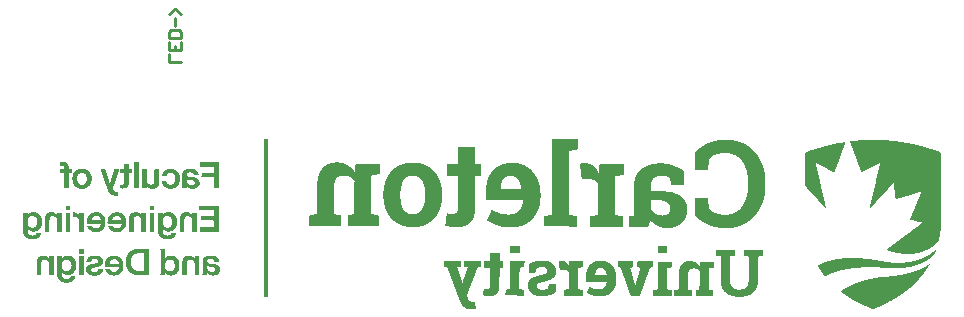
<source format=gbr>
%TF.GenerationSoftware,Altium Limited,Altium Designer,22.11.1 (43)*%
G04 Layer_Color=32896*
%FSLAX45Y45*%
%MOMM*%
%TF.SameCoordinates,F2FF868D-8EDF-4B6E-A412-4C3DA5591A8F*%
%TF.FilePolarity,Positive*%
%TF.FileFunction,Legend,Bot*%
%TF.Part,Single*%
G01*
G75*
%TA.AperFunction,NonConductor*%
%ADD22C,0.25400*%
G36*
X8300428Y8192470D02*
X8318461D01*
Y8190830D01*
X8346331D01*
Y8189191D01*
X8362724D01*
Y8187552D01*
X8380758D01*
Y8185912D01*
X8398791D01*
Y8184273D01*
X8408627D01*
Y8182633D01*
X8425021D01*
Y8180994D01*
X8434857D01*
Y8179355D01*
X8446333D01*
Y8177715D01*
X8461087D01*
Y8176076D01*
X8467645D01*
Y8174437D01*
X8482399D01*
Y8172797D01*
X8487317D01*
Y8171158D01*
X8498793D01*
Y8169518D01*
X8508629D01*
Y8167879D01*
X8515187D01*
Y8166240D01*
X8526662D01*
Y8164600D01*
X8531581D01*
Y8162961D01*
X8543056D01*
Y8161321D01*
X8549614D01*
Y8159682D01*
X8556171D01*
Y8158043D01*
X8566008D01*
Y8156403D01*
X8570926D01*
Y8154764D01*
X8580762D01*
Y8153125D01*
X8587319D01*
Y8151485D01*
X8593877D01*
Y8149846D01*
X8602074D01*
Y8148206D01*
X8606992D01*
Y8146567D01*
X8615189D01*
Y8144928D01*
X8620107D01*
Y8143288D01*
X8628304D01*
Y8141649D01*
X8633222D01*
Y8140010D01*
X8638140D01*
Y8138370D01*
X8646337D01*
Y8136731D01*
X8651255D01*
Y8135091D01*
X8657813D01*
Y8133452D01*
X8662731D01*
Y8131813D01*
X8669288D01*
Y8130173D01*
X8675846D01*
Y8128534D01*
X8680764D01*
Y8126895D01*
X8687321D01*
Y8125255D01*
X8692240D01*
Y8123616D01*
X8698797D01*
Y8121976D01*
X8703715D01*
Y8120337D01*
X8706994D01*
Y8118698D01*
X8715191D01*
Y8117058D01*
X8718470D01*
Y8115419D01*
X8725027D01*
Y8113780D01*
X8728306D01*
Y8112140D01*
X8734863D01*
Y8110501D01*
X8739782D01*
Y8108861D01*
X8743060D01*
Y8107222D01*
X8749618D01*
Y8105583D01*
X8752897D01*
Y8103943D01*
X8759454D01*
Y8102304D01*
X8764372D01*
Y8100665D01*
X8769291D01*
Y8099025D01*
X8774209D01*
Y8097386D01*
X8777487D01*
Y8095746D01*
X8784045D01*
Y8094107D01*
X8785684D01*
Y8092468D01*
X8788963D01*
Y8090828D01*
X8792242D01*
Y8089189D01*
X8793881D01*
Y8087549D01*
X8795521D01*
Y8085910D01*
X8797160D01*
Y8084271D01*
X8798799D01*
Y8080992D01*
X8800439D01*
Y8077713D01*
X8802078D01*
Y8071156D01*
X8803717D01*
Y7894103D01*
X8802078D01*
Y7685902D01*
X8803717D01*
Y7538358D01*
X8802078D01*
Y7459668D01*
X8800439D01*
Y7444913D01*
X8798799D01*
Y7420322D01*
X8797160D01*
Y7412125D01*
X8795521D01*
Y7397371D01*
X8793881D01*
Y7389174D01*
X8792242D01*
Y7380977D01*
X8790602D01*
Y7367862D01*
X8788963D01*
Y7362944D01*
X8787324D01*
Y7351468D01*
X8785684D01*
Y7346550D01*
X8784045D01*
Y7339993D01*
X8782406D01*
Y7335075D01*
X8780766D01*
Y7333435D01*
X8779127D01*
Y7331796D01*
X8777487D01*
Y7330157D01*
X8775848D01*
Y7328517D01*
X8774209D01*
Y7325238D01*
X8770930D01*
Y7321960D01*
X8767651D01*
Y7320320D01*
X8766012D01*
Y7318681D01*
X8764372D01*
Y7317042D01*
X8762733D01*
Y7315402D01*
X8761093D01*
Y7313763D01*
X8759454D01*
Y7312123D01*
X8757815D01*
Y7310484D01*
X8754536D01*
Y7308845D01*
X8752897D01*
Y7307205D01*
X8751257D01*
Y7305566D01*
X8749618D01*
Y7303926D01*
X8747978D01*
Y7302287D01*
X8746339D01*
Y7300648D01*
X8743060D01*
Y7299008D01*
X8741421D01*
Y7297369D01*
X8738142D01*
Y7295730D01*
X8736503D01*
Y7294090D01*
X8734863D01*
Y7292451D01*
X8731585D01*
Y7290811D01*
X8729945D01*
Y7289172D01*
X8726667D01*
Y7287533D01*
X8725027D01*
Y7285893D01*
X8723388D01*
Y7284254D01*
X8720109D01*
Y7282615D01*
X8718470D01*
Y7280975D01*
X8715191D01*
Y7279336D01*
X8713552D01*
Y7277696D01*
X8708633D01*
Y7276057D01*
X8706994D01*
Y7274418D01*
X8705355D01*
Y7272778D01*
X8700436D01*
Y7271139D01*
X8698797D01*
Y7269500D01*
X8695519D01*
Y7267860D01*
X8692240D01*
Y7266221D01*
X8688961D01*
Y7264581D01*
X8685682D01*
Y7262942D01*
X8684043D01*
Y7261303D01*
X8679125D01*
Y7259663D01*
X8677485D01*
Y7258024D01*
X8670928D01*
Y7256385D01*
X8667649D01*
Y7254745D01*
X8664370D01*
Y7253106D01*
X8659452D01*
Y7251466D01*
X8656173D01*
Y7249827D01*
X8651255D01*
Y7248188D01*
X8647976D01*
Y7246548D01*
X8641419D01*
Y7244909D01*
X8636501D01*
Y7243269D01*
X8633222D01*
Y7241630D01*
X8625025D01*
Y7239991D01*
X8621746D01*
Y7238351D01*
X8611910D01*
Y7236712D01*
X8606992D01*
Y7235073D01*
X8598795D01*
Y7233433D01*
X8590598D01*
Y7231794D01*
X8580762D01*
Y7230154D01*
X8559450D01*
Y7228515D01*
X8544696D01*
Y7226876D01*
X8502072D01*
Y7228515D01*
X8485678D01*
Y7230154D01*
X8461087D01*
Y7231794D01*
X8452890D01*
Y7233433D01*
X8441415D01*
Y7235073D01*
X8433218D01*
Y7236712D01*
X8426660D01*
Y7238351D01*
X8415185D01*
Y7239991D01*
X8411906D01*
Y7241630D01*
X8402070D01*
Y7243269D01*
X8395512D01*
Y7244909D01*
X8390594D01*
Y7246548D01*
X8382397D01*
Y7248188D01*
X8379118D01*
Y7249827D01*
X8370922D01*
Y7251466D01*
X8367643D01*
Y7253106D01*
X8361085D01*
Y7254745D01*
X8356167D01*
Y7256385D01*
X8352888D01*
Y7258024D01*
X8346331D01*
Y7259663D01*
X8343052D01*
Y7261303D01*
X8339773D01*
Y7264581D01*
X8341413D01*
Y7266221D01*
X8344691D01*
Y7267860D01*
X8346331D01*
Y7269500D01*
X8349609D01*
Y7271139D01*
X8351249D01*
Y7272778D01*
X8352888D01*
Y7274418D01*
X8356167D01*
Y7276057D01*
X8357807D01*
Y7277696D01*
X8361085D01*
Y7279336D01*
X8362724D01*
Y7280975D01*
X8364364D01*
Y7282615D01*
X8366003D01*
Y7284254D01*
X8369282D01*
Y7285893D01*
X8370922D01*
Y7287533D01*
X8372561D01*
Y7289172D01*
X8375839D01*
Y7290811D01*
X8377479D01*
Y7292451D01*
X8380758D01*
Y7294090D01*
X8382397D01*
Y7295730D01*
X8384037D01*
Y7297369D01*
X8387315D01*
Y7299008D01*
X8388955D01*
Y7300648D01*
X8390594D01*
Y7302287D01*
X8393873D01*
Y7303926D01*
X8395512D01*
Y7305566D01*
X8397152D01*
Y7307205D01*
X8398791D01*
Y7308845D01*
X8402070D01*
Y7310484D01*
X8403709D01*
Y7312123D01*
X8406988D01*
Y7313763D01*
X8408627D01*
Y7315402D01*
X8410267D01*
Y7317042D01*
X8413545D01*
Y7318681D01*
X8415185D01*
Y7320320D01*
X8416824D01*
Y7321960D01*
X8420103D01*
Y7323599D01*
X8421742D01*
Y7325238D01*
X8423382D01*
Y7326878D01*
X8425021D01*
Y7328517D01*
X8428300D01*
Y7330157D01*
X8429939D01*
Y7331796D01*
X8433218D01*
Y7333435D01*
X8434857D01*
Y7335075D01*
X8436497D01*
Y7336714D01*
X8439775D01*
Y7338353D01*
X8441415D01*
Y7339993D01*
X8444694D01*
Y7341632D01*
X8446333D01*
Y7343272D01*
X8447972D01*
Y7344911D01*
X8451251D01*
Y7346550D01*
X8452890D01*
Y7348190D01*
X8454530D01*
Y7349829D01*
X8456169D01*
Y7351468D01*
X8459448D01*
Y7353108D01*
X8461087D01*
Y7354747D01*
X8462727D01*
Y7356387D01*
X8466005D01*
Y7358026D01*
X8467645D01*
Y7359665D01*
X8470924D01*
Y7361305D01*
X8472563D01*
Y7362944D01*
X8474202D01*
Y7364583D01*
X8477481D01*
Y7366223D01*
X8479120D01*
Y7367862D01*
X8480760D01*
Y7369502D01*
X8482399D01*
Y7371141D01*
X8485678D01*
Y7372780D01*
X8487317D01*
Y7374420D01*
X8488957D01*
Y7376059D01*
X8492235D01*
Y7377698D01*
X8493875D01*
Y7379338D01*
X8497154D01*
Y7380977D01*
X8498793D01*
Y7382617D01*
X8500432D01*
Y7384256D01*
X8503711D01*
Y7385895D01*
X8505351D01*
Y7387535D01*
X8506990D01*
Y7389174D01*
X8508629D01*
Y7390814D01*
X8511908D01*
Y7392453D01*
X8513547D01*
Y7394092D01*
X8515187D01*
Y7395732D01*
X8518466D01*
Y7397371D01*
X8520105D01*
Y7399010D01*
X8523384D01*
Y7400650D01*
X8525023D01*
Y7402289D01*
X8526662D01*
Y7403929D01*
X8529941D01*
Y7405568D01*
X8531581D01*
Y7407207D01*
X8533220D01*
Y7408847D01*
X8536499D01*
Y7410486D01*
X8538138D01*
Y7412125D01*
X8539777D01*
Y7413765D01*
X8541417D01*
Y7415404D01*
X8544696D01*
Y7417044D01*
X8546335D01*
Y7418683D01*
X8549614D01*
Y7420322D01*
X8551253D01*
Y7421962D01*
X8552892D01*
Y7423601D01*
X8556171D01*
Y7425240D01*
X8557811D01*
Y7426880D01*
X8561089D01*
Y7428519D01*
X8562729D01*
Y7430159D01*
X8564368D01*
Y7431798D01*
X8566008D01*
Y7433438D01*
X8569286D01*
Y7435077D01*
X8570926D01*
Y7436716D01*
X8572565D01*
Y7438355D01*
X8575844D01*
Y7439995D01*
X8577483D01*
Y7441634D01*
X8579123D01*
Y7443274D01*
X8582401D01*
Y7444913D01*
X8584041D01*
Y7446553D01*
X8585680D01*
Y7448192D01*
X8587319D01*
Y7449831D01*
X8590598D01*
Y7451470D01*
X8593877D01*
Y7453110D01*
X8595516D01*
Y7454749D01*
X8597156D01*
Y7456389D01*
X8598795D01*
Y7458028D01*
X8602074D01*
Y7459668D01*
X8603713D01*
Y7461307D01*
X8605353D01*
Y7462946D01*
X8608631D01*
Y7464586D01*
X8610271D01*
Y7466225D01*
X8613549D01*
Y7467864D01*
X8615189D01*
Y7469504D01*
X8616828D01*
Y7471143D01*
X8620107D01*
Y7472782D01*
X8621746D01*
Y7474422D01*
X8623386D01*
Y7476061D01*
X8625025D01*
Y7477701D01*
X8628304D01*
Y7479340D01*
X8629943D01*
Y7480979D01*
X8631583D01*
Y7482619D01*
X8634861D01*
Y7484258D01*
X8636501D01*
Y7485897D01*
X8639780D01*
Y7487537D01*
X8641419D01*
Y7492455D01*
X8639780D01*
Y7494094D01*
X8631583D01*
Y7495734D01*
X8626664D01*
Y7497373D01*
X8618468D01*
Y7499012D01*
X8613549D01*
Y7500652D01*
X8608631D01*
Y7502291D01*
X8600434D01*
Y7503931D01*
X8597156D01*
Y7505570D01*
X8588959D01*
Y7507210D01*
X8584041D01*
Y7508849D01*
X8577483D01*
Y7510488D01*
X8570926D01*
Y7512127D01*
X8567647D01*
Y7513767D01*
X8557811D01*
Y7515406D01*
X8554532D01*
Y7517046D01*
X8546335D01*
Y7518685D01*
X8541417D01*
Y7520325D01*
X8539777D01*
Y7525243D01*
X8541417D01*
Y7528521D01*
X8543056D01*
Y7533440D01*
X8544696D01*
Y7535079D01*
X8546335D01*
Y7539997D01*
X8547974D01*
Y7543276D01*
X8549614D01*
Y7548194D01*
X8551253D01*
Y7553112D01*
X8552892D01*
Y7554751D01*
X8554532D01*
Y7559670D01*
X8556171D01*
Y7562948D01*
X8557811D01*
Y7566227D01*
X8559450D01*
Y7571145D01*
X8561089D01*
Y7574424D01*
X8562729D01*
Y7579342D01*
X8564368D01*
Y7582621D01*
X8566008D01*
Y7585900D01*
X8567647D01*
Y7590818D01*
X8569286D01*
Y7594097D01*
X8570926D01*
Y7599015D01*
X8572565D01*
Y7602293D01*
X8574204D01*
Y7607212D01*
X8575844D01*
Y7610490D01*
X8577483D01*
Y7612130D01*
X8579123D01*
Y7618687D01*
X8580762D01*
Y7620327D01*
X8582401D01*
Y7626884D01*
X8584041D01*
Y7628523D01*
X8585680D01*
Y7633442D01*
X8587319D01*
Y7636720D01*
X8588959D01*
Y7639999D01*
X8590598D01*
Y7644917D01*
X8592238D01*
Y7648196D01*
X8593877D01*
Y7653114D01*
X8595516D01*
Y7656393D01*
X8597156D01*
Y7659672D01*
X8598795D01*
Y7664590D01*
X8600434D01*
Y7667869D01*
X8602074D01*
Y7672787D01*
X8603713D01*
Y7676065D01*
X8605353D01*
Y7679344D01*
X8606992D01*
Y7684262D01*
X8608631D01*
Y7685902D01*
X8610271D01*
Y7692459D01*
X8611910D01*
Y7694099D01*
X8613549D01*
Y7699017D01*
X8615189D01*
Y7703935D01*
X8616828D01*
Y7707214D01*
X8618468D01*
Y7712132D01*
X8620107D01*
Y7713771D01*
X8621746D01*
Y7718689D01*
X8623386D01*
Y7721968D01*
X8625025D01*
Y7726886D01*
X8626664D01*
Y7730165D01*
X8628304D01*
Y7733444D01*
X8629943D01*
Y7738362D01*
X8631583D01*
Y7740001D01*
X8633222D01*
Y7746559D01*
X8634861D01*
Y7748198D01*
X8636501D01*
Y7754756D01*
X8633222D01*
Y7753116D01*
X8626664D01*
Y7751477D01*
X8623386D01*
Y7749837D01*
X8615189D01*
Y7748198D01*
X8610271D01*
Y7746559D01*
X8605353D01*
Y7744919D01*
X8598795D01*
Y7743280D01*
X8595516D01*
Y7741641D01*
X8587319D01*
Y7740001D01*
X8584041D01*
Y7738362D01*
X8577483D01*
Y7736722D01*
X8570926D01*
Y7735083D01*
X8566008D01*
Y7733444D01*
X8559450D01*
Y7731804D01*
X8556171D01*
Y7730165D01*
X8547974D01*
Y7728526D01*
X8543056D01*
Y7726886D01*
X8538138D01*
Y7725247D01*
X8531581D01*
Y7723607D01*
X8528302D01*
Y7721968D01*
X8520105D01*
Y7720329D01*
X8515187D01*
Y7718689D01*
X8508629D01*
Y7717050D01*
X8503711D01*
Y7715411D01*
X8498793D01*
Y7713771D01*
X8492235D01*
Y7712132D01*
X8487317D01*
Y7710492D01*
X8480760D01*
Y7708853D01*
X8475842D01*
Y7707214D01*
X8470924D01*
Y7705574D01*
X8464366D01*
Y7703935D01*
X8461087D01*
Y7702295D01*
X8452890D01*
Y7700656D01*
X8447972D01*
Y7699017D01*
X8441415D01*
Y7697377D01*
X8436497D01*
Y7695738D01*
X8431579D01*
Y7694099D01*
X8425021D01*
Y7692459D01*
X8421742D01*
Y7694099D01*
X8420103D01*
Y7695738D01*
X8418463D01*
Y7705574D01*
X8416824D01*
Y7721968D01*
X8415185D01*
Y7730165D01*
X8413545D01*
Y7746559D01*
X8411906D01*
Y7756395D01*
X8410267D01*
Y7766231D01*
X8408627D01*
Y7780986D01*
X8406988D01*
Y7790822D01*
X8405348D01*
Y7807216D01*
X8403709D01*
Y7815413D01*
X8402070D01*
Y7826888D01*
X8397152D01*
Y7823609D01*
X8395512D01*
Y7821970D01*
X8393873D01*
Y7820331D01*
X8392233D01*
Y7818691D01*
X8390594D01*
Y7817052D01*
X8388955D01*
Y7815413D01*
X8387315D01*
Y7813773D01*
X8385676D01*
Y7810494D01*
X8384037D01*
Y7808855D01*
X8382397D01*
Y7807216D01*
X8380758D01*
Y7805576D01*
X8379118D01*
Y7803937D01*
X8377479D01*
Y7802298D01*
X8375839D01*
Y7800658D01*
X8374200D01*
Y7799019D01*
X8372561D01*
Y7797379D01*
X8370922D01*
Y7795740D01*
X8369282D01*
Y7794101D01*
X8367643D01*
Y7792461D01*
X8366003D01*
Y7790822D01*
X8364364D01*
Y7789183D01*
X8362724D01*
Y7787543D01*
X8361085D01*
Y7784264D01*
X8359446D01*
Y7782625D01*
X8357807D01*
Y7780986D01*
X8356167D01*
Y7779346D01*
X8354528D01*
Y7777707D01*
X8352888D01*
Y7776068D01*
X8351249D01*
Y7774428D01*
X8349609D01*
Y7772789D01*
X8347970D01*
Y7771149D01*
X8346331D01*
Y7769510D01*
X8344691D01*
Y7767871D01*
X8343052D01*
Y7766231D01*
X8341413D01*
Y7764592D01*
X8339773D01*
Y7762952D01*
X8338134D01*
Y7761313D01*
X8336494D01*
Y7759674D01*
X8334855D01*
Y7756395D01*
X8333216D01*
Y7754756D01*
X8331576D01*
Y7753116D01*
X8329937D01*
Y7751477D01*
X8328298D01*
Y7749837D01*
X8326658D01*
Y7748198D01*
X8325019D01*
Y7746559D01*
X8323380D01*
Y7744919D01*
X8321740D01*
Y7741641D01*
X8318461D01*
Y7738362D01*
X8315183D01*
Y7735083D01*
X8313543D01*
Y7733444D01*
X8311904D01*
Y7731804D01*
X8310265D01*
Y7730165D01*
X8308625D01*
Y7728526D01*
X8306986D01*
Y7726886D01*
X8305346D01*
Y7725247D01*
X8303707D01*
Y7723607D01*
X8302067D01*
Y7721968D01*
X8300428D01*
Y7720329D01*
X8298789D01*
Y7717050D01*
X8297150D01*
Y7715411D01*
X8295510D01*
Y7713771D01*
X8293871D01*
Y7712132D01*
X8292231D01*
Y7710492D01*
X8290592D01*
Y7708853D01*
X8288952D01*
Y7707214D01*
X8287313D01*
Y7705574D01*
X8285674D01*
Y7703935D01*
X8284034D01*
Y7702295D01*
X8282395D01*
Y7699017D01*
X8279116D01*
Y7695738D01*
X8275837D01*
Y7694099D01*
X8274198D01*
Y7690820D01*
X8272559D01*
Y7689180D01*
X8270919D01*
Y7687541D01*
X8269280D01*
Y7685902D01*
X8267641D01*
Y7684262D01*
X8266001D01*
Y7682623D01*
X8264362D01*
Y7680984D01*
X8262722D01*
Y7679344D01*
X8261083D01*
Y7677705D01*
X8259444D01*
Y7674426D01*
X8256165D01*
Y7671147D01*
X8252886D01*
Y7667869D01*
X8251247D01*
Y7666229D01*
X8247968D01*
Y7662950D01*
X8246329D01*
Y7661311D01*
X8244689D01*
Y7659672D01*
X8243050D01*
Y7658032D01*
X8241410D01*
Y7656393D01*
X8239771D01*
Y7654754D01*
X8238132D01*
Y7653114D01*
X8236492D01*
Y7649835D01*
X8234853D01*
Y7648196D01*
X8233214D01*
Y7646557D01*
X8231574D01*
Y7644917D01*
X8229935D01*
Y7643278D01*
X8228295D01*
Y7641639D01*
X8226656D01*
Y7639999D01*
X8225017D01*
Y7638360D01*
X8223377D01*
Y7636720D01*
X8221738D01*
Y7635081D01*
X8220099D01*
Y7633442D01*
X8218459D01*
Y7631802D01*
X8216820D01*
Y7630163D01*
X8215180D01*
Y7628523D01*
X8213541D01*
Y7626884D01*
X8211902D01*
Y7623605D01*
X8210262D01*
Y7621966D01*
X8208623D01*
Y7620327D01*
X8206984D01*
Y7618687D01*
X8205344D01*
Y7617048D01*
X8203705D01*
Y7615408D01*
X8200426D01*
Y7625245D01*
X8202065D01*
Y7630163D01*
X8203705D01*
Y7638360D01*
X8205344D01*
Y7646557D01*
X8206984D01*
Y7651475D01*
X8208623D01*
Y7661311D01*
X8210262D01*
Y7666229D01*
X8211902D01*
Y7674426D01*
X8213541D01*
Y7680984D01*
X8215180D01*
Y7687541D01*
X8216820D01*
Y7697377D01*
X8218459D01*
Y7702295D01*
X8220099D01*
Y7710492D01*
X8221738D01*
Y7717050D01*
X8223377D01*
Y7721968D01*
X8225017D01*
Y7731804D01*
X8226656D01*
Y7736722D01*
X8228295D01*
Y7746559D01*
X8229935D01*
Y7753116D01*
X8231574D01*
Y7759674D01*
X8233214D01*
Y7767871D01*
X8234853D01*
Y7772789D01*
X8236492D01*
Y7782625D01*
X8238132D01*
Y7787543D01*
X8239771D01*
Y7797379D01*
X8241410D01*
Y7802298D01*
X8243050D01*
Y7808855D01*
X8244689D01*
Y7818691D01*
X8246329D01*
Y7821970D01*
X8247968D01*
Y7833446D01*
X8249607D01*
Y7838364D01*
X8251247D01*
Y7846561D01*
X8252886D01*
Y7853118D01*
X8254526D01*
Y7858036D01*
X8256165D01*
Y7867873D01*
X8257804D01*
Y7872791D01*
X8259444D01*
Y7882627D01*
X8261083D01*
Y7887545D01*
X8262722D01*
Y7895742D01*
X8264362D01*
Y7903939D01*
X8266001D01*
Y7908857D01*
X8267641D01*
Y7918694D01*
X8269280D01*
Y7923612D01*
X8270919D01*
Y7931809D01*
X8272559D01*
Y7940005D01*
X8274198D01*
Y7944924D01*
X8275837D01*
Y7954760D01*
X8277477D01*
Y7959678D01*
X8279116D01*
Y7969514D01*
X8280756D01*
Y7974432D01*
X8282395D01*
Y7980990D01*
X8284034D01*
Y7990826D01*
X8285674D01*
Y7994105D01*
X8287313D01*
Y7997384D01*
X8285674D01*
Y7999023D01*
X8284034D01*
Y7997384D01*
X8280756D01*
Y7995744D01*
X8277477D01*
Y7994105D01*
X8274198D01*
Y7992466D01*
X8270919D01*
Y7990826D01*
X8269280D01*
Y7989187D01*
X8264362D01*
Y7987547D01*
X8262722D01*
Y7985908D01*
X8257804D01*
Y7984269D01*
X8256165D01*
Y7982629D01*
X8252886D01*
Y7980990D01*
X8249607D01*
Y7979351D01*
X8247968D01*
Y7977711D01*
X8243050D01*
Y7976072D01*
X8239771D01*
Y7974432D01*
X8236492D01*
Y7972793D01*
X8234853D01*
Y7971153D01*
X8231574D01*
Y7969514D01*
X8226656D01*
Y7967875D01*
X8225017D01*
Y7966236D01*
X8220099D01*
Y7964596D01*
X8218459D01*
Y7962957D01*
X8216820D01*
Y7961317D01*
X8211902D01*
Y7959678D01*
X8210262D01*
Y7958039D01*
X8205344D01*
Y7956399D01*
X8203705D01*
Y7954760D01*
X8200426D01*
Y7953120D01*
X8197147D01*
Y7951481D01*
X8193869D01*
Y7949842D01*
X8190590D01*
Y7948202D01*
X8188950D01*
Y7946563D01*
X8184032D01*
Y7944924D01*
X8182393D01*
Y7943284D01*
X8179114D01*
Y7941645D01*
X8174196D01*
Y7940005D01*
X8172557D01*
Y7938366D01*
X8169278D01*
Y7936727D01*
X8165999D01*
Y7935087D01*
X8162720D01*
Y7933448D01*
X8159442D01*
Y7931809D01*
X8156163D01*
Y7930169D01*
X8152884D01*
Y7928530D01*
X8151245D01*
Y7926890D01*
X8146327D01*
Y7925251D01*
X8144687D01*
Y7923612D01*
X8141408D01*
Y7921972D01*
X8138130D01*
Y7920333D01*
X8136490D01*
Y7918694D01*
X8128293D01*
Y7920333D01*
X8126654D01*
Y7925251D01*
X8125015D01*
Y7930169D01*
X8123375D01*
Y7931809D01*
X8121736D01*
Y7938366D01*
X8120097D01*
Y7941645D01*
X8118457D01*
Y7948202D01*
X8116818D01*
Y7951481D01*
X8115178D01*
Y7956399D01*
X8113539D01*
Y7961317D01*
X8111900D01*
Y7964596D01*
X8110260D01*
Y7969514D01*
X8108621D01*
Y7972793D01*
X8106982D01*
Y7979351D01*
X8105342D01*
Y7982629D01*
X8103703D01*
Y7985908D01*
X8102063D01*
Y7992466D01*
X8100424D01*
Y7995744D01*
X8098785D01*
Y8002302D01*
X8097145D01*
Y8003941D01*
X8095506D01*
Y8008859D01*
X8093866D01*
Y8013777D01*
X8092227D01*
Y8017056D01*
X8090588D01*
Y8023614D01*
X8088948D01*
Y8026893D01*
X8087309D01*
Y8031811D01*
X8085670D01*
Y8036729D01*
X8084030D01*
Y8040008D01*
X8082391D01*
Y8046565D01*
X8080751D01*
Y8048204D01*
X8079112D01*
Y8054762D01*
X8077473D01*
Y8058041D01*
X8075833D01*
Y8062959D01*
X8074194D01*
Y8067877D01*
X8072555D01*
Y8071156D01*
X8070915D01*
Y8077713D01*
X8069276D01*
Y8080992D01*
X8067636D01*
Y8085910D01*
X8065997D01*
Y8089189D01*
X8064358D01*
Y8092468D01*
X8062718D01*
Y8099025D01*
X8061079D01*
Y8102304D01*
X8059440D01*
Y8108861D01*
X8057800D01*
Y8112140D01*
X8056161D01*
Y8117058D01*
X8054521D01*
Y8121976D01*
X8052882D01*
Y8123616D01*
X8051243D01*
Y8130173D01*
X8049603D01*
Y8133452D01*
X8047964D01*
Y8138370D01*
X8046325D01*
Y8143288D01*
X8044685D01*
Y8146567D01*
X8043046D01*
Y8153125D01*
X8041406D01*
Y8156403D01*
X8039767D01*
Y8161321D01*
X8038128D01*
Y8166240D01*
X8036488D01*
Y8169518D01*
X8034849D01*
Y8174437D01*
X8033209D01*
Y8180994D01*
X8034849D01*
Y8182633D01*
X8051243D01*
Y8184273D01*
X8061079D01*
Y8185912D01*
X8079112D01*
Y8187552D01*
X8097145D01*
Y8189191D01*
X8111900D01*
Y8190830D01*
X8139769D01*
Y8192470D01*
X8159442D01*
Y8194109D01*
X8175835D01*
Y8192470D01*
X8179114D01*
Y8194109D01*
X8300428D01*
Y8192470D01*
D02*
G37*
G36*
X1923245Y7989187D02*
X1924885D01*
Y7946563D01*
X1926524D01*
Y7944924D01*
X1928163D01*
Y7943284D01*
X1929803D01*
Y7944924D01*
X1947836D01*
Y7943284D01*
X1949475D01*
Y7915415D01*
X1947836D01*
Y7913775D01*
X1926524D01*
Y7912136D01*
X1924885D01*
Y7808855D01*
X1923245D01*
Y7805576D01*
X1921606D01*
Y7800658D01*
X1919966D01*
Y7799019D01*
X1918327D01*
Y7795740D01*
X1916688D01*
Y7794101D01*
X1915048D01*
Y7792461D01*
X1913409D01*
Y7790822D01*
X1910130D01*
Y7789183D01*
X1906851D01*
Y7787543D01*
X1903573D01*
Y7785904D01*
X1900294D01*
Y7784264D01*
X1890458D01*
Y7782625D01*
X1880621D01*
Y7780986D01*
X1870785D01*
Y7782625D01*
X1856031D01*
Y7784264D01*
X1854391D01*
Y7813773D01*
X1856031D01*
Y7815413D01*
X1859309D01*
Y7813773D01*
X1874064D01*
Y7815413D01*
X1878982D01*
Y7817052D01*
X1882261D01*
Y7820331D01*
X1883900D01*
Y7821970D01*
X1885540D01*
Y7913775D01*
X1856031D01*
Y7915415D01*
X1854391D01*
Y7943284D01*
X1856031D01*
Y7944924D01*
X1880621D01*
Y7943284D01*
X1883900D01*
Y7944924D01*
X1885540D01*
Y7954760D01*
Y7956399D01*
Y7989187D01*
X1887179D01*
Y7990826D01*
X1923245D01*
Y7989187D01*
D02*
G37*
G36*
X1378972Y8003941D02*
X1385529D01*
Y8002302D01*
X1390447D01*
Y8000662D01*
X1395365D01*
Y7999023D01*
X1397005D01*
Y7997384D01*
X1400283D01*
Y7995744D01*
X1401923D01*
Y7994105D01*
X1403562D01*
Y7992466D01*
X1405202D01*
Y7990826D01*
X1406841D01*
Y7989187D01*
X1408480D01*
Y7987547D01*
X1410120D01*
Y7984269D01*
X1411759D01*
Y7980990D01*
X1413398D01*
Y7976072D01*
X1415038D01*
Y7971153D01*
X1416677D01*
Y7961317D01*
X1418317D01*
Y7944924D01*
X1419956D01*
Y7943284D01*
X1423235D01*
Y7944924D01*
X1439629D01*
Y7943284D01*
X1441268D01*
Y7918694D01*
X1442907D01*
Y7917054D01*
X1441268D01*
Y7913775D01*
X1418317D01*
Y7785904D01*
X1416677D01*
Y7784264D01*
X1378972D01*
Y7912136D01*
X1377332D01*
Y7913775D01*
X1346184D01*
Y7915415D01*
X1344545D01*
Y7941645D01*
X1346184D01*
Y7943284D01*
X1347823D01*
Y7944924D01*
X1374053D01*
Y7943284D01*
X1375693D01*
Y7944924D01*
X1377332D01*
Y7946563D01*
X1378972D01*
Y7954760D01*
X1377332D01*
Y7962957D01*
X1375693D01*
Y7966236D01*
X1374053D01*
Y7969514D01*
X1370775D01*
Y7971153D01*
X1367496D01*
Y7972793D01*
X1362578D01*
Y7974432D01*
X1344545D01*
Y7976072D01*
X1342905D01*
Y8002302D01*
X1344545D01*
Y8003941D01*
X1346184D01*
Y8005581D01*
X1378972D01*
Y8003941D01*
D02*
G37*
G36*
X7993864Y8171158D02*
X7992225D01*
Y8166240D01*
X7990585D01*
Y8162961D01*
X7988946D01*
Y8156403D01*
X7987307D01*
Y8153125D01*
X7985668D01*
Y8149846D01*
X7984028D01*
Y8143288D01*
X7982389D01*
Y8140010D01*
X7980749D01*
Y8135091D01*
X7979110D01*
Y8130173D01*
X7977470D01*
Y8126895D01*
X7975831D01*
Y8120337D01*
X7974192D01*
Y8118698D01*
X7972553D01*
Y8110501D01*
X7970913D01*
Y8108861D01*
X7969274D01*
Y8103943D01*
X7967634D01*
Y8099025D01*
X7965995D01*
Y8095746D01*
X7964355D01*
Y8089189D01*
X7962716D01*
Y8085910D01*
X7961077D01*
Y8080992D01*
X7959437D01*
Y8077713D01*
X7957798D01*
Y8072795D01*
X7956159D01*
Y8067877D01*
X7954519D01*
Y8064598D01*
X7952880D01*
Y8058041D01*
X7951241D01*
Y8054762D01*
X7949601D01*
Y8049844D01*
X7947962D01*
Y8044926D01*
X7946322D01*
Y8041647D01*
X7944683D01*
Y8035089D01*
X7943044D01*
Y8033450D01*
X7941404D01*
Y8026893D01*
X7939765D01*
Y8023614D01*
X7938126D01*
Y8020335D01*
X7936486D01*
Y8013777D01*
X7934847D01*
Y8010499D01*
X7933207D01*
Y8003941D01*
X7931568D01*
Y8002302D01*
X7929929D01*
Y7995744D01*
X7928289D01*
Y7992466D01*
X7926650D01*
Y7989187D01*
X7925011D01*
Y7982629D01*
X7923371D01*
Y7979351D01*
X7921732D01*
Y7974432D01*
X7920092D01*
Y7969514D01*
X7918453D01*
Y7966236D01*
X7916813D01*
Y7959678D01*
X7915174D01*
Y7958039D01*
X7913535D01*
Y7951481D01*
X7911896D01*
Y7948202D01*
X7910256D01*
Y7943284D01*
X7908617D01*
Y7938366D01*
X7906977D01*
Y7935087D01*
X7905338D01*
Y7928530D01*
X7903698D01*
Y7926890D01*
X7902059D01*
Y7920333D01*
X7900420D01*
Y7918694D01*
X7892223D01*
Y7920333D01*
X7890583D01*
Y7921972D01*
X7887305D01*
Y7923612D01*
X7884026D01*
Y7925251D01*
X7882387D01*
Y7926890D01*
X7877468D01*
Y7928530D01*
X7875829D01*
Y7930169D01*
X7870911D01*
Y7931809D01*
X7869272D01*
Y7933448D01*
X7865993D01*
Y7935087D01*
X7862714D01*
Y7936727D01*
X7859435D01*
Y7938366D01*
X7856157D01*
Y7940005D01*
X7852878D01*
Y7941645D01*
X7849599D01*
Y7943284D01*
X7846320D01*
Y7944924D01*
X7844681D01*
Y7946563D01*
X7839763D01*
Y7948202D01*
X7838124D01*
Y7949842D01*
X7834845D01*
Y7951481D01*
X7831566D01*
Y7953120D01*
X7828287D01*
Y7954760D01*
X7825008D01*
Y7956399D01*
X7823369D01*
Y7958039D01*
X7818451D01*
Y7959678D01*
X7816811D01*
Y7961317D01*
X7813533D01*
Y7962957D01*
X7810254D01*
Y7964596D01*
X7806975D01*
Y7966236D01*
X7803696D01*
Y7967875D01*
X7802057D01*
Y7969514D01*
X7797139D01*
Y7971153D01*
X7793860D01*
Y7972793D01*
X7790581D01*
Y7974432D01*
X7787303D01*
Y7976072D01*
X7785663D01*
Y7977711D01*
X7780745D01*
Y7979351D01*
X7779106D01*
Y7980990D01*
X7775827D01*
Y7982629D01*
X7772548D01*
Y7984269D01*
X7769269D01*
Y7985908D01*
X7765991D01*
Y7987547D01*
X7764351D01*
Y7989187D01*
X7759433D01*
Y7990826D01*
X7757794D01*
Y7992466D01*
X7754515D01*
Y7994105D01*
X7751236D01*
Y7995744D01*
X7749597D01*
Y7997384D01*
X7741400D01*
Y7994105D01*
X7743039D01*
Y7990826D01*
X7744679D01*
Y7979351D01*
X7746318D01*
Y7974432D01*
X7747958D01*
Y7964596D01*
X7749597D01*
Y7959678D01*
X7751236D01*
Y7953120D01*
X7752876D01*
Y7944924D01*
X7754515D01*
Y7940005D01*
X7756154D01*
Y7930169D01*
X7757794D01*
Y7923612D01*
X7759433D01*
Y7915415D01*
X7761073D01*
Y7908857D01*
X7762712D01*
Y7903939D01*
X7764351D01*
Y7894103D01*
X7765991D01*
Y7889185D01*
X7767630D01*
Y7879348D01*
X7769269D01*
Y7874430D01*
X7770909D01*
Y7866233D01*
X7772548D01*
Y7859676D01*
X7774188D01*
Y7853118D01*
X7775827D01*
Y7843282D01*
X7777466D01*
Y7838364D01*
X7779106D01*
Y7828528D01*
X7780745D01*
Y7821970D01*
X7782384D01*
Y7817052D01*
X7784024D01*
Y7808855D01*
X7785663D01*
Y7803937D01*
X7787303D01*
Y7792461D01*
X7788942D01*
Y7789183D01*
X7790581D01*
Y7780986D01*
X7792221D01*
Y7772789D01*
X7793860D01*
Y7767871D01*
X7795500D01*
Y7758034D01*
X7797139D01*
Y7753116D01*
X7798778D01*
Y7744919D01*
X7800418D01*
Y7736722D01*
X7802057D01*
Y7731804D01*
X7803696D01*
Y7721968D01*
X7805336D01*
Y7717050D01*
X7806975D01*
Y7707214D01*
X7808615D01*
Y7702295D01*
X7810254D01*
Y7694099D01*
X7811893D01*
Y7687541D01*
X7813533D01*
Y7680984D01*
X7815172D01*
Y7672787D01*
X7816811D01*
Y7666229D01*
X7818451D01*
Y7658032D01*
X7820090D01*
Y7651475D01*
X7821730D01*
Y7644917D01*
X7823369D01*
Y7636720D01*
X7825008D01*
Y7630163D01*
X7826648D01*
Y7621966D01*
X7828287D01*
Y7617048D01*
X7829926D01*
Y7613769D01*
X7826648D01*
Y7615408D01*
X7825008D01*
Y7617048D01*
X7823369D01*
Y7618687D01*
X7821730D01*
Y7620327D01*
X7820090D01*
Y7621966D01*
X7818451D01*
Y7623605D01*
X7816811D01*
Y7625245D01*
X7815172D01*
Y7626884D01*
X7813533D01*
Y7628523D01*
X7811893D01*
Y7631802D01*
X7808615D01*
Y7635081D01*
X7806975D01*
Y7636720D01*
X7805336D01*
Y7638360D01*
X7803696D01*
Y7639999D01*
X7802057D01*
Y7641639D01*
X7800418D01*
Y7643278D01*
X7798778D01*
Y7644917D01*
X7797139D01*
Y7646557D01*
X7795500D01*
Y7648196D01*
X7793860D01*
Y7649835D01*
X7792221D01*
Y7653114D01*
X7790581D01*
Y7654754D01*
X7788942D01*
Y7656393D01*
X7787303D01*
Y7658032D01*
X7785663D01*
Y7659672D01*
X7784024D01*
Y7661311D01*
X7782384D01*
Y7662950D01*
X7780745D01*
Y7664590D01*
X7779106D01*
Y7666229D01*
X7777466D01*
Y7667869D01*
X7775827D01*
Y7671147D01*
X7772548D01*
Y7674426D01*
X7769269D01*
Y7676065D01*
X7767630D01*
Y7679344D01*
X7764351D01*
Y7682623D01*
X7762712D01*
Y7684262D01*
X7761073D01*
Y7685902D01*
X7759433D01*
Y7687541D01*
X7757794D01*
Y7689180D01*
X7756154D01*
Y7690820D01*
X7754515D01*
Y7692459D01*
X7752876D01*
Y7694099D01*
X7751236D01*
Y7697377D01*
X7749597D01*
Y7699017D01*
X7747958D01*
Y7700656D01*
X7746318D01*
Y7702295D01*
X7744679D01*
Y7703935D01*
X7743039D01*
Y7705574D01*
X7741400D01*
Y7707214D01*
X7739761D01*
Y7708853D01*
X7738121D01*
Y7710492D01*
X7736482D01*
Y7712132D01*
X7734843D01*
Y7713771D01*
X7733203D01*
Y7715411D01*
X7731564D01*
Y7717050D01*
X7729924D01*
Y7718689D01*
X7728285D01*
Y7721968D01*
X7726646D01*
Y7723607D01*
X7725006D01*
Y7725247D01*
X7723367D01*
Y7726886D01*
X7721728D01*
Y7728526D01*
X7720088D01*
Y7730165D01*
X7718449D01*
Y7731804D01*
X7716809D01*
Y7733444D01*
X7715170D01*
Y7735083D01*
X7713531D01*
Y7736722D01*
X7711891D01*
Y7738362D01*
X7710252D01*
Y7740001D01*
X7708612D01*
Y7741641D01*
X7706973D01*
Y7743280D01*
X7705334D01*
Y7746559D01*
X7702055D01*
Y7749837D01*
X7700416D01*
Y7751477D01*
X7698776D01*
Y7753116D01*
X7697137D01*
Y7754756D01*
X7695497D01*
Y7756395D01*
X7693858D01*
Y7758034D01*
X7692219D01*
Y7759674D01*
X7690579D01*
Y7761313D01*
X7688940D01*
Y7764592D01*
X7687301D01*
Y7766231D01*
X7685661D01*
Y7767871D01*
X7684022D01*
Y7769510D01*
X7682382D01*
Y7771149D01*
X7680743D01*
Y7772789D01*
X7679104D01*
Y7774428D01*
X7677464D01*
Y7776068D01*
X7675825D01*
Y7777707D01*
X7674186D01*
Y7779346D01*
X7672546D01*
Y7780986D01*
X7670907D01*
Y7782625D01*
X7669267D01*
Y7784264D01*
X7667628D01*
Y7785904D01*
X7665989D01*
Y7789183D01*
X7664349D01*
Y7790822D01*
X7662710D01*
Y7792461D01*
X7661071D01*
Y7794101D01*
X7659431D01*
Y7795740D01*
X7657792D01*
Y7797379D01*
X7656152D01*
Y7799019D01*
X7654513D01*
Y7800658D01*
X7652874D01*
Y7803937D01*
X7651234D01*
Y8076074D01*
X7652874D01*
Y8080992D01*
X7654513D01*
Y8084271D01*
X7656152D01*
Y8085910D01*
X7657792D01*
Y8087549D01*
X7659431D01*
Y8089189D01*
X7662710D01*
Y8090828D01*
X7664349D01*
Y8092468D01*
X7669267D01*
Y8094107D01*
X7672546D01*
Y8095746D01*
X7679104D01*
Y8097386D01*
X7682382D01*
Y8099025D01*
X7687301D01*
Y8100665D01*
X7692219D01*
Y8102304D01*
X7697137D01*
Y8103943D01*
X7703694D01*
Y8105583D01*
X7706973D01*
Y8107222D01*
X7713531D01*
Y8108861D01*
X7716809D01*
Y8110501D01*
X7723367D01*
Y8112140D01*
X7728285D01*
Y8113780D01*
X7731564D01*
Y8115419D01*
X7739761D01*
Y8117058D01*
X7743039D01*
Y8118698D01*
X7749597D01*
Y8120337D01*
X7754515D01*
Y8121976D01*
X7759433D01*
Y8123616D01*
X7765991D01*
Y8125255D01*
X7770909D01*
Y8126895D01*
X7777466D01*
Y8128534D01*
X7782384D01*
Y8130173D01*
X7788942D01*
Y8131813D01*
X7795500D01*
Y8133452D01*
X7800418D01*
Y8135091D01*
X7808615D01*
Y8136731D01*
X7811893D01*
Y8138370D01*
X7820090D01*
Y8140010D01*
X7825008D01*
Y8141649D01*
X7831566D01*
Y8143288D01*
X7839763D01*
Y8144928D01*
X7844681D01*
Y8146567D01*
X7852878D01*
Y8148206D01*
X7857796D01*
Y8149846D01*
X7865993D01*
Y8151485D01*
X7874190D01*
Y8153125D01*
X7879108D01*
Y8154764D01*
X7888944D01*
Y8156403D01*
X7893862D01*
Y8158043D01*
X7902059D01*
Y8159682D01*
X7910256D01*
Y8161321D01*
X7916813D01*
Y8162961D01*
X7926650D01*
Y8164600D01*
X7933207D01*
Y8166240D01*
X7944683D01*
Y8167879D01*
X7951241D01*
Y8169518D01*
X7961077D01*
Y8171158D01*
X7972553D01*
Y8172797D01*
X7977470D01*
Y8174437D01*
X7993864D01*
Y8171158D01*
D02*
G37*
G36*
X2451125Y7946563D02*
X2472437D01*
Y7944924D01*
X2477355D01*
Y7943284D01*
X2482273D01*
Y7941645D01*
X2487191D01*
Y7940005D01*
X2488831D01*
Y7938366D01*
X2493749D01*
Y7936727D01*
X2495388D01*
Y7935087D01*
X2498667D01*
Y7933448D01*
X2500306D01*
Y7931809D01*
X2501946D01*
Y7930169D01*
X2503585D01*
Y7928530D01*
X2505225D01*
Y7926890D01*
X2506864D01*
Y7925251D01*
X2508503D01*
Y7921972D01*
X2510143D01*
Y7920333D01*
X2511782D01*
Y7915415D01*
X2513421D01*
Y7913775D01*
X2515061D01*
Y7905579D01*
X2516700D01*
Y7900660D01*
X2518340D01*
Y7892464D01*
X2480634D01*
Y7894103D01*
X2478995D01*
Y7895742D01*
X2477355D01*
Y7902300D01*
X2475716D01*
Y7907218D01*
X2474076D01*
Y7908857D01*
X2472437D01*
Y7910496D01*
X2470798D01*
Y7912136D01*
X2469158D01*
Y7913775D01*
X2465879D01*
Y7915415D01*
X2459322D01*
Y7917054D01*
X2452764D01*
Y7918694D01*
X2439649D01*
Y7917054D01*
X2433092D01*
Y7915415D01*
X2426534D01*
Y7913775D01*
X2424895D01*
Y7912136D01*
X2423256D01*
Y7910496D01*
X2421616D01*
Y7908857D01*
X2419977D01*
Y7905579D01*
X2418338D01*
Y7890824D01*
X2419977D01*
Y7889185D01*
X2421616D01*
Y7887545D01*
X2423256D01*
Y7885906D01*
X2424895D01*
Y7884266D01*
X2428174D01*
Y7882627D01*
X2434731D01*
Y7880988D01*
X2441289D01*
Y7879348D01*
X2467519D01*
Y7877709D01*
X2475716D01*
Y7876070D01*
X2483913D01*
Y7874430D01*
X2490470D01*
Y7872791D01*
X2493749D01*
Y7871151D01*
X2498667D01*
Y7869512D01*
X2500306D01*
Y7867873D01*
X2505225D01*
Y7866233D01*
X2506864D01*
Y7864594D01*
X2508503D01*
Y7862955D01*
X2511782D01*
Y7861315D01*
X2513421D01*
Y7859676D01*
X2515061D01*
Y7858036D01*
X2516700D01*
Y7856397D01*
X2518340D01*
Y7853118D01*
X2519979D01*
Y7849840D01*
X2521619D01*
Y7848200D01*
X2523258D01*
Y7840003D01*
X2524897D01*
Y7815413D01*
X2523258D01*
Y7808855D01*
X2521619D01*
Y7805576D01*
X2519979D01*
Y7802298D01*
X2518340D01*
Y7800658D01*
X2516700D01*
Y7799019D01*
X2515061D01*
Y7795740D01*
X2513421D01*
Y7794101D01*
X2511782D01*
Y7792461D01*
X2508503D01*
Y7790822D01*
X2506864D01*
Y7789183D01*
X2503585D01*
Y7787543D01*
X2501946D01*
Y7785904D01*
X2498667D01*
Y7784264D01*
X2492110D01*
Y7782625D01*
X2488831D01*
Y7780986D01*
X2446207D01*
Y7782625D01*
X2442928D01*
Y7784264D01*
X2436371D01*
Y7785904D01*
X2434731D01*
Y7787543D01*
X2431453D01*
Y7789183D01*
X2428174D01*
Y7790822D01*
X2426534D01*
Y7792461D01*
X2424895D01*
Y7794101D01*
X2423256D01*
Y7795740D01*
X2421616D01*
Y7797379D01*
X2419977D01*
Y7799019D01*
X2416698D01*
Y7794101D01*
X2415059D01*
Y7789183D01*
X2413419D01*
Y7785904D01*
X2411780D01*
Y7784264D01*
X2374074D01*
Y7790822D01*
X2375714D01*
Y7792461D01*
X2377353D01*
Y7802298D01*
X2378992D01*
Y7910496D01*
X2380632D01*
Y7917054D01*
X2382271D01*
Y7920333D01*
X2383911D01*
Y7923612D01*
X2385550D01*
Y7926890D01*
X2387189D01*
Y7928530D01*
X2388829D01*
Y7930169D01*
X2390468D01*
Y7931809D01*
X2392107D01*
Y7933448D01*
X2393747D01*
Y7935087D01*
X2395386D01*
Y7936727D01*
X2397026D01*
Y7938366D01*
X2401944D01*
Y7940005D01*
X2403583D01*
Y7941645D01*
X2408501D01*
Y7943284D01*
X2413419D01*
Y7944924D01*
X2419977D01*
Y7946563D01*
X2441289D01*
Y7948202D01*
X2451125D01*
Y7946563D01*
D02*
G37*
G36*
X4756092Y8130173D02*
X4857733D01*
Y7990826D01*
X4859372D01*
Y7989187D01*
X4906914D01*
Y7889185D01*
X4905275D01*
Y7887545D01*
X4880684D01*
Y7889185D01*
X4859372D01*
Y7887545D01*
X4857733D01*
Y7617048D01*
X4856094D01*
Y7597375D01*
Y7595736D01*
Y7584260D01*
X4854454D01*
Y7576063D01*
X4852815D01*
Y7562948D01*
X4851175D01*
Y7558030D01*
X4849536D01*
Y7553112D01*
X4847897D01*
Y7544915D01*
X4846257D01*
Y7541636D01*
X4844618D01*
Y7535079D01*
X4842979D01*
Y7533440D01*
X4841339D01*
Y7528521D01*
X4839700D01*
Y7525243D01*
X4838060D01*
Y7521964D01*
X4836421D01*
Y7518685D01*
X4834782D01*
Y7515406D01*
X4833142D01*
Y7512127D01*
X4831503D01*
Y7510488D01*
X4829864D01*
Y7508849D01*
X4828224D01*
Y7505570D01*
X4826585D01*
Y7503931D01*
X4824945D01*
Y7500652D01*
X4821667D01*
Y7497373D01*
X4820027D01*
Y7495734D01*
X4818388D01*
Y7494094D01*
X4816749D01*
Y7492455D01*
X4815109D01*
Y7490816D01*
X4813470D01*
Y7489176D01*
X4811830D01*
Y7487537D01*
X4810191D01*
Y7485897D01*
X4806912D01*
Y7484258D01*
X4805273D01*
Y7482619D01*
X4803634D01*
Y7480979D01*
X4801994D01*
Y7479340D01*
X4798715D01*
Y7477701D01*
X4797076D01*
Y7476061D01*
X4793797D01*
Y7474422D01*
X4790518D01*
Y7472782D01*
X4788879D01*
Y7471143D01*
X4785600D01*
Y7469504D01*
X4780682D01*
Y7467864D01*
X4779043D01*
Y7466225D01*
X4774125D01*
Y7464586D01*
X4770846D01*
Y7462946D01*
X4764288D01*
Y7461307D01*
X4759370D01*
Y7459668D01*
X4754452D01*
Y7458028D01*
X4744616D01*
Y7456389D01*
X4738058D01*
Y7454749D01*
X4716746D01*
Y7453110D01*
X4688877D01*
Y7454749D01*
X4664286D01*
Y7456389D01*
X4656089D01*
Y7458028D01*
X4642974D01*
Y7459668D01*
X4636417D01*
Y7461307D01*
X4629859D01*
Y7462946D01*
X4621663D01*
Y7464586D01*
X4616744D01*
Y7466225D01*
X4610187D01*
Y7467864D01*
X4606908D01*
Y7471143D01*
X4605269D01*
Y7474422D01*
X4606908D01*
Y7482619D01*
X4608548D01*
Y7502291D01*
X4610187D01*
Y7512127D01*
X4611826D01*
Y7528521D01*
X4613466D01*
Y7538358D01*
X4615105D01*
Y7551473D01*
X4616744D01*
Y7567867D01*
X4618384D01*
Y7571145D01*
X4626581D01*
Y7569506D01*
X4633138D01*
Y7567867D01*
X4649532D01*
Y7566227D01*
X4677401D01*
Y7567867D01*
X4685598D01*
Y7569506D01*
X4688877D01*
Y7571145D01*
X4692156D01*
Y7572785D01*
X4695435D01*
Y7574424D01*
X4697074D01*
Y7576063D01*
X4700353D01*
Y7577703D01*
X4701992D01*
Y7579342D01*
X4703631D01*
Y7582621D01*
X4705271D01*
Y7584260D01*
X4706910D01*
Y7587539D01*
X4708550D01*
Y7589178D01*
X4710189D01*
Y7595736D01*
X4711828D01*
Y7602293D01*
X4713468D01*
Y7610490D01*
X4715107D01*
Y7887545D01*
X4713468D01*
Y7889185D01*
X4624941D01*
Y7890824D01*
X4623302D01*
Y7989187D01*
X4713468D01*
Y7990826D01*
X4715107D01*
Y8115419D01*
X4716746D01*
Y8130173D01*
X4720025D01*
Y8131813D01*
X4756092D01*
Y8130173D01*
D02*
G37*
G36*
X1844555Y7943284D02*
X1846194D01*
Y7936727D01*
X1844555D01*
Y7935087D01*
X1842916D01*
Y7926890D01*
X1841276D01*
Y7925251D01*
X1839637D01*
Y7920333D01*
X1837998D01*
Y7913775D01*
X1836358D01*
Y7912136D01*
X1834719D01*
Y7905579D01*
X1833079D01*
Y7902300D01*
X1831440D01*
Y7895742D01*
X1829801D01*
Y7892464D01*
X1828161D01*
Y7887545D01*
X1826522D01*
Y7880988D01*
X1824883D01*
Y7879348D01*
X1823243D01*
Y7872791D01*
X1821604D01*
Y7867873D01*
X1819964D01*
Y7864594D01*
X1818325D01*
Y7859676D01*
X1816686D01*
Y7856397D01*
X1815046D01*
Y7849840D01*
X1813407D01*
Y7846561D01*
X1811768D01*
Y7840003D01*
X1810128D01*
Y7835085D01*
X1808489D01*
Y7831807D01*
X1806849D01*
Y7826888D01*
X1805210D01*
Y7823609D01*
X1803571D01*
Y7817052D01*
X1801931D01*
Y7813773D01*
X1800292D01*
Y7808855D01*
X1798652D01*
Y7802298D01*
X1797013D01*
Y7799019D01*
X1795374D01*
Y7789183D01*
X1793734D01*
Y7772789D01*
X1795374D01*
Y7766231D01*
X1797013D01*
Y7764592D01*
X1798652D01*
Y7762952D01*
X1800292D01*
Y7761313D01*
X1801931D01*
Y7759674D01*
X1803571D01*
Y7758034D01*
X1808489D01*
Y7756395D01*
X1813407D01*
Y7754756D01*
X1829801D01*
Y7756395D01*
X1833079D01*
Y7754756D01*
X1834719D01*
Y7723607D01*
X1833079D01*
Y7721968D01*
X1803571D01*
Y7723607D01*
X1795374D01*
Y7725247D01*
X1787177D01*
Y7726886D01*
X1782259D01*
Y7728526D01*
X1780619D01*
Y7730165D01*
X1775701D01*
Y7731804D01*
X1774062D01*
Y7733444D01*
X1770783D01*
Y7735083D01*
X1769144D01*
Y7736722D01*
X1767504D01*
Y7738362D01*
X1765865D01*
Y7740001D01*
X1764226D01*
Y7741641D01*
X1762586D01*
Y7743280D01*
X1760947D01*
Y7746559D01*
X1759307D01*
Y7748198D01*
X1757668D01*
Y7749837D01*
X1756028D01*
Y7754756D01*
X1754389D01*
Y7756395D01*
X1752750D01*
Y7761313D01*
X1751111D01*
Y7764592D01*
X1749471D01*
Y7767871D01*
X1747832D01*
Y7772789D01*
X1746192D01*
Y7776068D01*
X1744553D01*
Y7782625D01*
X1742913D01*
Y7785904D01*
X1741274D01*
Y7790822D01*
X1739635D01*
Y7795740D01*
X1737996D01*
Y7799019D01*
X1736356D01*
Y7805576D01*
X1734717D01*
Y7808855D01*
X1733077D01*
Y7813773D01*
X1731438D01*
Y7818691D01*
X1729799D01*
Y7821970D01*
X1728159D01*
Y7828528D01*
X1726520D01*
Y7830167D01*
X1724880D01*
Y7838364D01*
X1723241D01*
Y7840003D01*
Y7841643D01*
X1721602D01*
Y7844921D01*
X1719962D01*
Y7851479D01*
X1718323D01*
Y7854758D01*
X1716684D01*
Y7861315D01*
X1715044D01*
Y7864594D01*
X1713405D01*
Y7869512D01*
X1711765D01*
Y7874430D01*
X1710126D01*
Y7877709D01*
X1708487D01*
Y7884266D01*
X1706847D01*
Y7885906D01*
X1705208D01*
Y7892464D01*
X1703569D01*
Y7897381D01*
X1701929D01*
Y7900660D01*
X1700290D01*
Y7905579D01*
X1698650D01*
Y7910496D01*
X1697011D01*
Y7915415D01*
X1695372D01*
Y7918694D01*
X1693732D01*
Y7925251D01*
X1692093D01*
Y7928530D01*
X1690454D01*
Y7931809D01*
X1688814D01*
Y7938366D01*
X1687175D01*
Y7943284D01*
X1688814D01*
Y7944924D01*
X1726520D01*
Y7943284D01*
X1728159D01*
Y7940005D01*
X1729799D01*
Y7936727D01*
X1731438D01*
Y7930169D01*
X1733077D01*
Y7925251D01*
X1734717D01*
Y7921972D01*
X1736356D01*
Y7913775D01*
X1737996D01*
Y7912136D01*
X1739635D01*
Y7905579D01*
X1741274D01*
Y7899021D01*
X1742913D01*
Y7895742D01*
X1744553D01*
Y7889185D01*
X1746192D01*
Y7884266D01*
X1747832D01*
Y7877709D01*
X1749471D01*
Y7872791D01*
X1751111D01*
Y7867873D01*
X1752750D01*
Y7861315D01*
X1754389D01*
Y7858036D01*
X1756028D01*
Y7849840D01*
X1757668D01*
Y7844921D01*
X1759307D01*
Y7838364D01*
X1760947D01*
Y7831807D01*
X1762586D01*
Y7826888D01*
X1764226D01*
Y7820331D01*
X1767504D01*
Y7825249D01*
X1769144D01*
Y7831807D01*
X1770783D01*
Y7836724D01*
X1772422D01*
Y7843282D01*
X1774062D01*
Y7848200D01*
X1775701D01*
Y7856397D01*
X1777341D01*
Y7861315D01*
X1778980D01*
Y7867873D01*
X1780619D01*
Y7872791D01*
X1782259D01*
Y7877709D01*
X1783898D01*
Y7884266D01*
X1785537D01*
Y7889185D01*
X1787177D01*
Y7895742D01*
X1788816D01*
Y7899021D01*
X1790456D01*
Y7905579D01*
X1792095D01*
Y7910496D01*
X1793734D01*
Y7913775D01*
X1795374D01*
Y7920333D01*
X1797013D01*
Y7923612D01*
X1798652D01*
Y7931809D01*
X1800292D01*
Y7935087D01*
X1801931D01*
Y7940005D01*
X1803571D01*
Y7943284D01*
X1805210D01*
Y7944924D01*
X1844555D01*
Y7943284D01*
D02*
G37*
G36*
X6454488Y7992466D02*
X6467603D01*
Y7990826D01*
X6479078D01*
Y7989187D01*
X6490554D01*
Y7987547D01*
X6497112D01*
Y7985908D01*
X6505309D01*
Y7984269D01*
X6511866D01*
Y7982629D01*
X6516784D01*
Y7980990D01*
X6523342D01*
Y7979351D01*
X6526620D01*
Y7977711D01*
X6533178D01*
Y7976072D01*
X6536457D01*
Y7974432D01*
X6541375D01*
Y7972793D01*
X6546293D01*
Y7971153D01*
X6549572D01*
Y7969514D01*
X6554490D01*
Y7967875D01*
X6557769D01*
Y7966236D01*
X6562687D01*
Y7964596D01*
X6565966D01*
Y7962957D01*
X6569244D01*
Y7961317D01*
X6572523D01*
Y7959678D01*
X6575802D01*
Y7958039D01*
X6580720D01*
Y7956399D01*
X6582359D01*
Y7954760D01*
X6585638D01*
Y7953120D01*
X6588917D01*
Y7951481D01*
X6592196D01*
Y7949842D01*
X6597114D01*
Y7948202D01*
X6598753D01*
Y7946563D01*
X6602032D01*
Y7944924D01*
X6603671D01*
Y7943284D01*
X6606950D01*
Y7941645D01*
X6610229D01*
Y7940005D01*
X6611868D01*
Y7938366D01*
X6615147D01*
Y7936727D01*
X6618426D01*
Y7935087D01*
X6620065D01*
Y7933448D01*
X6623344D01*
Y7923612D01*
X6624983D01*
Y7817052D01*
X6623344D01*
Y7815413D01*
X6621705D01*
Y7813773D01*
X6518424D01*
Y7815413D01*
X6516784D01*
Y7823609D01*
X6515145D01*
Y7828528D01*
X6513505D01*
Y7841643D01*
X6511866D01*
Y7851479D01*
X6510227D01*
Y7858036D01*
X6508587D01*
Y7869512D01*
X6506948D01*
Y7871151D01*
X6505309D01*
Y7872791D01*
X6502030D01*
Y7874430D01*
X6500390D01*
Y7876070D01*
X6497112D01*
Y7877709D01*
X6493833D01*
Y7879348D01*
X6488915D01*
Y7880988D01*
X6483997D01*
Y7882627D01*
X6479078D01*
Y7884266D01*
X6474160D01*
Y7885906D01*
X6467603D01*
Y7887545D01*
X6454488D01*
Y7889185D01*
X6441373D01*
Y7890824D01*
X6428258D01*
Y7889185D01*
X6415143D01*
Y7887545D01*
X6403667D01*
Y7885906D01*
X6398749D01*
Y7884266D01*
X6393831D01*
Y7882627D01*
X6388913D01*
Y7880988D01*
X6387273D01*
Y7879348D01*
X6382355D01*
Y7877709D01*
X6380716D01*
Y7876070D01*
X6377437D01*
Y7874430D01*
X6375798D01*
Y7872791D01*
X6374158D01*
Y7871151D01*
X6370880D01*
Y7867873D01*
X6367601D01*
Y7864594D01*
X6365961D01*
Y7862955D01*
X6364322D01*
Y7861315D01*
X6362683D01*
Y7858036D01*
X6361043D01*
Y7856397D01*
X6359404D01*
Y7853118D01*
X6357765D01*
Y7851479D01*
X6356125D01*
Y7846561D01*
X6354486D01*
Y7843282D01*
X6352846D01*
Y7838364D01*
X6351207D01*
Y7828528D01*
X6349568D01*
Y7820331D01*
X6347928D01*
Y7762952D01*
X6349568D01*
Y7761313D01*
X6421700D01*
Y7759674D01*
X6452848D01*
Y7758034D01*
X6477439D01*
Y7756395D01*
X6487275D01*
Y7754756D01*
X6497112D01*
Y7753116D01*
X6508587D01*
Y7751477D01*
X6515145D01*
Y7749837D01*
X6524981D01*
Y7748198D01*
X6529899D01*
Y7746559D01*
X6534817D01*
Y7744919D01*
X6541375D01*
Y7743280D01*
X6544654D01*
Y7741641D01*
X6551211D01*
Y7740001D01*
X6554490D01*
Y7738362D01*
X6559408D01*
Y7736722D01*
X6562687D01*
Y7735083D01*
X6565966D01*
Y7733444D01*
X6570884D01*
Y7731804D01*
X6572523D01*
Y7730165D01*
X6577441D01*
Y7728526D01*
X6580720D01*
Y7726886D01*
X6582359D01*
Y7725247D01*
X6585638D01*
Y7723607D01*
X6588917D01*
Y7721968D01*
X6592196D01*
Y7720329D01*
X6593835D01*
Y7718689D01*
X6595474D01*
Y7717050D01*
X6598753D01*
Y7715411D01*
X6600392D01*
Y7713771D01*
X6602032D01*
Y7712132D01*
X6603671D01*
Y7710492D01*
X6606950D01*
Y7708853D01*
X6608590D01*
Y7707214D01*
X6610229D01*
Y7705574D01*
X6611868D01*
Y7703935D01*
X6613507D01*
Y7702295D01*
X6615147D01*
Y7700656D01*
X6616786D01*
Y7699017D01*
X6618426D01*
Y7697377D01*
X6620065D01*
Y7695738D01*
X6621705D01*
Y7694099D01*
X6623344D01*
Y7690820D01*
X6626623D01*
Y7687541D01*
X6628262D01*
Y7685902D01*
X6629901D01*
Y7684262D01*
X6631541D01*
Y7680984D01*
X6633180D01*
Y7679344D01*
X6634819D01*
Y7674426D01*
X6636459D01*
Y7672787D01*
X6638098D01*
Y7669508D01*
X6639738D01*
Y7666229D01*
X6641377D01*
Y7662950D01*
X6643016D01*
Y7661311D01*
Y7658032D01*
X6644656D01*
Y7654754D01*
X6646295D01*
Y7648196D01*
X6647934D01*
Y7643278D01*
X6649574D01*
Y7636720D01*
X6651213D01*
Y7623605D01*
X6652853D01*
Y7610490D01*
X6654492D01*
Y7600654D01*
X6652853D01*
Y7584260D01*
X6651213D01*
Y7569506D01*
X6649574D01*
Y7561309D01*
X6647934D01*
Y7556391D01*
X6646295D01*
Y7549833D01*
X6644656D01*
Y7546555D01*
X6643016D01*
Y7539997D01*
X6641377D01*
Y7536718D01*
X6639738D01*
Y7533440D01*
X6638098D01*
Y7528521D01*
X6636459D01*
Y7526882D01*
X6634819D01*
Y7523603D01*
X6633180D01*
Y7520325D01*
X6631541D01*
Y7517046D01*
X6629901D01*
Y7515406D01*
X6628262D01*
Y7512127D01*
X6626623D01*
Y7510488D01*
X6624983D01*
Y7508849D01*
X6623344D01*
Y7505570D01*
X6621705D01*
Y7503931D01*
X6620065D01*
Y7502291D01*
X6618426D01*
Y7500652D01*
X6616786D01*
Y7499012D01*
X6615147D01*
Y7495734D01*
X6613507D01*
Y7494094D01*
X6611868D01*
Y7492455D01*
X6610229D01*
Y7490816D01*
X6608590D01*
Y7489176D01*
X6605311D01*
Y7487537D01*
X6603671D01*
Y7485897D01*
X6602032D01*
Y7484258D01*
X6600392D01*
Y7482619D01*
X6597114D01*
Y7480979D01*
X6595474D01*
Y7479340D01*
X6593835D01*
Y7477701D01*
X6590556D01*
Y7476061D01*
X6588917D01*
Y7474422D01*
X6585638D01*
Y7472782D01*
X6583999D01*
Y7471143D01*
X6580720D01*
Y7469504D01*
X6577441D01*
Y7467864D01*
X6575802D01*
Y7466225D01*
X6570884D01*
Y7464586D01*
X6567605D01*
Y7462946D01*
X6562687D01*
Y7461307D01*
X6559408D01*
Y7459668D01*
X6556129D01*
Y7458028D01*
X6549572D01*
Y7456389D01*
X6544654D01*
Y7454749D01*
X6536457D01*
Y7453110D01*
X6529899D01*
Y7451470D01*
X6523342D01*
Y7449831D01*
X6505309D01*
Y7448192D01*
X6465963D01*
Y7449831D01*
X6449570D01*
Y7451470D01*
X6441373D01*
Y7453110D01*
X6436455D01*
Y7454749D01*
X6428258D01*
Y7456389D01*
X6423340D01*
Y7458028D01*
X6418422D01*
Y7459668D01*
X6415143D01*
Y7461307D01*
X6410225D01*
Y7462946D01*
X6405306D01*
Y7464586D01*
X6403667D01*
Y7466225D01*
X6398749D01*
Y7467864D01*
X6397110D01*
Y7469504D01*
X6393831D01*
Y7471143D01*
X6390552D01*
Y7472782D01*
X6388913D01*
Y7474422D01*
X6383995D01*
Y7476061D01*
X6382355D01*
Y7477701D01*
X6379076D01*
Y7479340D01*
X6377437D01*
Y7480979D01*
X6375798D01*
Y7482619D01*
X6372519D01*
Y7484258D01*
X6370880D01*
Y7485897D01*
X6367601D01*
Y7487537D01*
X6365961D01*
Y7489176D01*
X6364322D01*
Y7490816D01*
X6362683D01*
Y7492455D01*
X6361043D01*
Y7494094D01*
X6357765D01*
Y7495734D01*
X6356125D01*
Y7497373D01*
X6354486D01*
Y7499012D01*
X6352846D01*
Y7500652D01*
X6351207D01*
Y7502291D01*
X6349568D01*
Y7503931D01*
X6347928D01*
Y7505570D01*
X6346289D01*
Y7507210D01*
X6344649D01*
Y7508849D01*
X6343010D01*
Y7510488D01*
X6339731D01*
Y7502291D01*
X6338092D01*
Y7497373D01*
X6336453D01*
Y7490816D01*
X6334813D01*
Y7485897D01*
X6333174D01*
Y7480979D01*
X6331534D01*
Y7476061D01*
X6329895D01*
Y7471143D01*
X6328256D01*
Y7466225D01*
X6326616D01*
Y7462946D01*
X6324977D01*
Y7461307D01*
X6323338D01*
Y7459668D01*
X6321698D01*
Y7458028D01*
X6320059D01*
Y7459668D01*
X6159400D01*
Y7544915D01*
X6165957D01*
Y7546555D01*
X6174154D01*
Y7548194D01*
X6190548D01*
Y7549833D01*
X6200384D01*
Y7551473D01*
X6202023D01*
Y7554751D01*
X6203663D01*
Y7571145D01*
X6205302D01*
Y7831807D01*
X6206942D01*
Y7843282D01*
X6208581D01*
Y7851479D01*
X6210220D01*
Y7861315D01*
X6211860D01*
Y7866233D01*
X6213499D01*
Y7872791D01*
X6215138D01*
Y7876070D01*
X6216778D01*
Y7880988D01*
X6218417D01*
Y7885906D01*
X6220057D01*
Y7887545D01*
X6221696D01*
Y7894103D01*
X6223336D01*
Y7895742D01*
X6224975D01*
Y7899021D01*
X6226614D01*
Y7902300D01*
X6228253D01*
Y7903939D01*
X6229893D01*
Y7907218D01*
X6231532D01*
Y7910496D01*
X6233172D01*
Y7912136D01*
X6234811D01*
Y7915415D01*
X6236451D01*
Y7917054D01*
X6238090D01*
Y7918694D01*
X6239729D01*
Y7920333D01*
X6241369D01*
Y7923612D01*
X6243008D01*
Y7925251D01*
X6244647D01*
Y7926890D01*
X6246287D01*
Y7928530D01*
X6247926D01*
Y7930169D01*
X6249566D01*
Y7931809D01*
X6251205D01*
Y7933448D01*
X6252844D01*
Y7935087D01*
X6254484D01*
Y7936727D01*
X6256123D01*
Y7938366D01*
X6257762D01*
Y7940005D01*
X6259402D01*
Y7941645D01*
X6261041D01*
Y7943284D01*
X6264320D01*
Y7944924D01*
X6265959D01*
Y7946563D01*
X6267599D01*
Y7948202D01*
X6269238D01*
Y7949842D01*
X6272517D01*
Y7951481D01*
X6274156D01*
Y7953120D01*
X6275795D01*
Y7954760D01*
X6279074D01*
Y7956399D01*
X6280714D01*
Y7958039D01*
X6283993D01*
Y7959678D01*
X6285632D01*
Y7961317D01*
X6288910D01*
Y7962957D01*
X6292189D01*
Y7964596D01*
X6295468D01*
Y7966236D01*
X6298747D01*
Y7967875D01*
X6302025D01*
Y7969514D01*
X6305304D01*
Y7971153D01*
X6308583D01*
Y7972793D01*
X6311862D01*
Y7974432D01*
X6316780D01*
Y7976072D01*
X6320059D01*
Y7977711D01*
X6324977D01*
Y7979351D01*
X6329895D01*
Y7980990D01*
X6334813D01*
Y7982629D01*
X6339731D01*
Y7984269D01*
X6346289D01*
Y7985908D01*
X6354486D01*
Y7987547D01*
X6359404D01*
Y7989187D01*
X6372519D01*
Y7990826D01*
X6382355D01*
Y7992466D01*
X6395470D01*
Y7994105D01*
X6454488D01*
Y7992466D01*
D02*
G37*
G36*
X2283909Y7946563D02*
X2300302D01*
Y7944924D01*
X2306860D01*
Y7943284D01*
X2311778D01*
Y7941645D01*
X2316696D01*
Y7940005D01*
X2318335D01*
Y7938366D01*
X2321614D01*
Y7936727D01*
X2323254D01*
Y7935087D01*
X2326532D01*
Y7933448D01*
X2329811D01*
Y7931809D01*
X2331451D01*
Y7930169D01*
X2333090D01*
Y7928530D01*
X2334729D01*
Y7926890D01*
X2336369D01*
Y7925251D01*
X2338008D01*
Y7923612D01*
X2339647D01*
Y7921972D01*
X2341287D01*
Y7920333D01*
X2342926D01*
Y7917054D01*
X2344566D01*
Y7915415D01*
X2346205D01*
Y7912136D01*
X2347844D01*
Y7910496D01*
X2349484D01*
Y7905579D01*
X2351123D01*
Y7902300D01*
X2352762D01*
Y7899021D01*
X2354402D01*
Y7892464D01*
X2356041D01*
Y7887545D01*
X2357681D01*
Y7872791D01*
X2359320D01*
Y7854758D01*
X2357681D01*
Y7840003D01*
X2356041D01*
Y7835085D01*
X2354402D01*
Y7828528D01*
X2352762D01*
Y7825249D01*
X2351123D01*
Y7821970D01*
X2349484D01*
Y7818691D01*
X2347844D01*
Y7815413D01*
X2346205D01*
Y7812134D01*
X2344566D01*
Y7810494D01*
X2342926D01*
Y7808855D01*
X2341287D01*
Y7805576D01*
X2339647D01*
Y7803937D01*
X2338008D01*
Y7802298D01*
X2336369D01*
Y7800658D01*
X2334729D01*
Y7799019D01*
X2333090D01*
Y7797379D01*
X2329811D01*
Y7795740D01*
X2328172D01*
Y7794101D01*
X2326532D01*
Y7792461D01*
X2323254D01*
Y7790822D01*
X2321614D01*
Y7789183D01*
X2318335D01*
Y7787543D01*
X2315057D01*
Y7785904D01*
X2311778D01*
Y7784264D01*
X2305220D01*
Y7782625D01*
X2301942D01*
Y7780986D01*
X2257678D01*
Y7782625D01*
X2252760D01*
Y7784264D01*
X2247842D01*
Y7785904D01*
X2242924D01*
Y7787543D01*
X2241285D01*
Y7789183D01*
X2238006D01*
Y7790822D01*
X2234727D01*
Y7792461D01*
X2231448D01*
Y7794101D01*
X2229809D01*
Y7795740D01*
X2228170D01*
Y7797379D01*
X2226530D01*
Y7799019D01*
X2224891D01*
Y7800658D01*
X2223252D01*
Y7802298D01*
X2221612D01*
Y7803937D01*
X2219973D01*
Y7805576D01*
X2218333D01*
Y7807216D01*
X2216694D01*
Y7810494D01*
X2215055D01*
Y7812134D01*
X2213415D01*
Y7815413D01*
X2211776D01*
Y7818691D01*
X2210137D01*
Y7820331D01*
X2208497D01*
Y7826888D01*
X2206858D01*
Y7831807D01*
X2205218D01*
Y7843282D01*
X2206858D01*
Y7844921D01*
X2208497D01*
Y7843282D01*
X2244563D01*
Y7836724D01*
X2246203D01*
Y7833446D01*
X2247842D01*
Y7828528D01*
X2249482D01*
Y7826888D01*
X2251121D01*
Y7825249D01*
X2252760D01*
Y7823609D01*
X2254400D01*
Y7821970D01*
X2256039D01*
Y7820331D01*
X2259318D01*
Y7818691D01*
X2260957D01*
Y7817052D01*
X2264236D01*
Y7815413D01*
X2269154D01*
Y7813773D01*
X2288827D01*
Y7815413D01*
X2293745D01*
Y7817052D01*
X2298663D01*
Y7818691D01*
X2300302D01*
Y7820331D01*
X2301942D01*
Y7821970D01*
X2303581D01*
Y7823609D01*
X2305220D01*
Y7825249D01*
X2306860D01*
Y7826888D01*
X2308499D01*
Y7828528D01*
X2310139D01*
Y7831807D01*
X2311778D01*
Y7835085D01*
X2313417D01*
Y7838364D01*
X2315057D01*
Y7841643D01*
Y7843282D01*
Y7844921D01*
X2316696D01*
Y7851479D01*
X2318335D01*
Y7876070D01*
X2316696D01*
Y7882627D01*
X2315057D01*
Y7890824D01*
X2313417D01*
Y7894103D01*
X2311778D01*
Y7895742D01*
X2310139D01*
Y7899021D01*
X2308499D01*
Y7900660D01*
X2306860D01*
Y7902300D01*
X2305220D01*
Y7903939D01*
X2303581D01*
Y7905579D01*
X2301942D01*
Y7907218D01*
X2300302D01*
Y7908857D01*
X2298663D01*
Y7910496D01*
X2293745D01*
Y7912136D01*
X2290466D01*
Y7913775D01*
X2269154D01*
Y7912136D01*
X2264236D01*
Y7910496D01*
X2260957D01*
Y7908857D01*
X2259318D01*
Y7907218D01*
X2256039D01*
Y7905579D01*
X2254400D01*
Y7903939D01*
X2252760D01*
Y7902300D01*
X2251121D01*
Y7899021D01*
X2249482D01*
Y7897381D01*
X2247842D01*
Y7892464D01*
X2246203D01*
Y7889185D01*
X2244563D01*
Y7885906D01*
X2241285D01*
Y7884266D01*
X2239645D01*
Y7885906D01*
X2210137D01*
Y7884266D01*
X2206858D01*
Y7885906D01*
X2205218D01*
Y7895742D01*
X2206858D01*
Y7899021D01*
X2208497D01*
Y7905579D01*
X2210137D01*
Y7908857D01*
X2211776D01*
Y7912136D01*
X2213415D01*
Y7915415D01*
X2215055D01*
Y7917054D01*
X2216694D01*
Y7920333D01*
X2218333D01*
Y7921972D01*
X2219973D01*
Y7925251D01*
X2221612D01*
Y7926890D01*
X2223252D01*
Y7928530D01*
X2224891D01*
Y7930169D01*
X2228170D01*
Y7931809D01*
X2229809D01*
Y7933448D01*
X2231448D01*
Y7935087D01*
X2234727D01*
Y7936727D01*
X2236367D01*
Y7938366D01*
X2239645D01*
Y7940005D01*
X2242924D01*
Y7941645D01*
X2247842D01*
Y7943284D01*
X2252760D01*
Y7944924D01*
X2257678D01*
Y7946563D01*
X2275712D01*
Y7948202D01*
X2283909D01*
Y7946563D01*
D02*
G37*
G36*
X2180628Y7943284D02*
X2183906D01*
Y7826888D01*
X2182267D01*
Y7818691D01*
X2180628D01*
Y7810494D01*
X2178988D01*
Y7808855D01*
X2177349D01*
Y7803937D01*
X2175710D01*
Y7802298D01*
X2174070D01*
Y7800658D01*
X2172431D01*
Y7797379D01*
X2170791D01*
Y7795740D01*
X2169152D01*
Y7794101D01*
X2167513D01*
Y7792461D01*
X2165873D01*
Y7790822D01*
X2164234D01*
Y7789183D01*
X2160955D01*
Y7787543D01*
X2157676D01*
Y7785904D01*
X2154398D01*
Y7784264D01*
X2149480D01*
Y7782625D01*
X2146201D01*
Y7780986D01*
X2108495D01*
Y7782625D01*
X2105216D01*
Y7784264D01*
X2101938D01*
Y7785904D01*
X2098659D01*
Y7787543D01*
X2095380D01*
Y7789183D01*
X2092101D01*
Y7790822D01*
X2090462D01*
Y7792461D01*
X2088823D01*
Y7794101D01*
X2087183D01*
Y7795740D01*
X2085544D01*
Y7797379D01*
X2083904D01*
Y7799019D01*
X2082265D01*
Y7800658D01*
X2080626D01*
Y7802298D01*
X2078986D01*
Y7800658D01*
X2077347D01*
Y7784264D01*
X2039641D01*
Y7943284D01*
X2041280D01*
Y7944924D01*
X2077347D01*
Y7943284D01*
X2078986D01*
Y7862955D01*
Y7861315D01*
Y7843282D01*
X2080626D01*
Y7840003D01*
X2082265D01*
Y7833446D01*
X2083904D01*
Y7831807D01*
X2085544D01*
Y7828528D01*
X2087183D01*
Y7826888D01*
X2088823D01*
Y7825249D01*
X2090462D01*
Y7823609D01*
X2092101D01*
Y7821970D01*
X2093741D01*
Y7820331D01*
X2097019D01*
Y7818691D01*
X2100298D01*
Y7817052D01*
X2103577D01*
Y7815413D01*
X2111774D01*
Y7813773D01*
X2118331D01*
Y7815413D01*
X2126528D01*
Y7817052D01*
X2131446D01*
Y7818691D01*
X2133086D01*
Y7820331D01*
X2134725D01*
Y7821970D01*
X2136365D01*
Y7823609D01*
X2138004D01*
Y7825249D01*
X2139643D01*
Y7826888D01*
X2141282D01*
Y7833446D01*
X2142922D01*
Y7941645D01*
X2144561D01*
Y7943284D01*
X2146201D01*
Y7944924D01*
X2180628D01*
Y7943284D01*
D02*
G37*
G36*
X2534734Y8003941D02*
X2687196D01*
Y7805576D01*
Y7803937D01*
Y7784264D01*
X2646211D01*
Y7785904D01*
X2644572D01*
Y7877709D01*
X2642932D01*
Y7879348D01*
X2547849D01*
Y7877709D01*
X2546209D01*
Y7879348D01*
X2542930D01*
Y7882627D01*
X2541291D01*
Y7884266D01*
X2542930D01*
Y7910496D01*
X2541291D01*
Y7912136D01*
X2542930D01*
Y7915415D01*
X2644572D01*
Y7966236D01*
X2531455D01*
Y8003941D01*
X2533094D01*
Y8005581D01*
X2534734D01*
Y8003941D01*
D02*
G37*
G36*
X1972427D02*
X2008493D01*
Y7785904D01*
X2006853D01*
Y7784264D01*
X1969148D01*
Y8003941D01*
X1970787D01*
Y8005581D01*
X1972427D01*
Y8003941D01*
D02*
G37*
G36*
X1533073Y7946563D02*
X1551106D01*
Y7944924D01*
X1556024D01*
Y7943284D01*
X1560943D01*
Y7941645D01*
X1565861D01*
Y7940005D01*
X1569139D01*
Y7938366D01*
X1572418D01*
Y7936727D01*
X1574058D01*
Y7935087D01*
X1577336D01*
Y7933448D01*
X1578976D01*
Y7931809D01*
X1582254D01*
Y7930169D01*
X1583894D01*
Y7928530D01*
X1585533D01*
Y7926890D01*
X1587173D01*
Y7925251D01*
X1590451D01*
Y7921972D01*
X1592091D01*
Y7920333D01*
X1593730D01*
Y7918694D01*
X1595369D01*
Y7915415D01*
X1597009D01*
Y7913775D01*
X1598648D01*
Y7910496D01*
X1600288D01*
Y7908857D01*
X1601927D01*
Y7903939D01*
X1603567D01*
Y7900660D01*
X1605206D01*
Y7897381D01*
X1606845D01*
Y7890824D01*
X1608484D01*
Y7885906D01*
X1610124D01*
Y7869512D01*
X1611763D01*
Y7858036D01*
X1610124D01*
Y7841643D01*
X1608484D01*
Y7836724D01*
X1606845D01*
Y7830167D01*
X1605206D01*
Y7826888D01*
X1603567D01*
Y7823609D01*
X1601927D01*
Y7818691D01*
X1600288D01*
Y7817052D01*
X1598648D01*
Y7813773D01*
X1597009D01*
Y7812134D01*
X1595369D01*
Y7808855D01*
X1593730D01*
Y7807216D01*
X1592091D01*
Y7805576D01*
X1590451D01*
Y7803937D01*
X1588812D01*
Y7802298D01*
X1587173D01*
Y7800658D01*
X1585533D01*
Y7799019D01*
X1583894D01*
Y7797379D01*
X1582254D01*
Y7795740D01*
X1578976D01*
Y7794101D01*
X1577336D01*
Y7792461D01*
X1574058D01*
Y7790822D01*
X1572418D01*
Y7789183D01*
X1569139D01*
Y7787543D01*
X1565861D01*
Y7785904D01*
X1562582D01*
Y7784264D01*
X1556024D01*
Y7782625D01*
X1551106D01*
Y7780986D01*
X1506843D01*
Y7782625D01*
X1503564D01*
Y7784264D01*
X1497007D01*
Y7785904D01*
X1493728D01*
Y7787543D01*
X1490449D01*
Y7789183D01*
X1485531D01*
Y7790822D01*
X1483892D01*
Y7792461D01*
X1480613D01*
Y7794101D01*
X1478974D01*
Y7795740D01*
X1477334D01*
Y7797379D01*
X1474055D01*
Y7799019D01*
X1472416D01*
Y7800658D01*
X1470777D01*
Y7802298D01*
X1469137D01*
Y7803937D01*
X1467498D01*
Y7805576D01*
X1465859D01*
Y7808855D01*
X1464219D01*
Y7810494D01*
X1462580D01*
Y7812134D01*
X1460940D01*
Y7815413D01*
X1459301D01*
Y7817052D01*
X1457662D01*
Y7820331D01*
X1456022D01*
Y7825249D01*
X1454383D01*
Y7828528D01*
X1452744D01*
Y7833446D01*
X1451104D01*
Y7838364D01*
X1449465D01*
Y7849840D01*
X1447825D01*
Y7877709D01*
X1449465D01*
Y7889185D01*
X1451104D01*
Y7894103D01*
X1452744D01*
Y7900660D01*
X1454383D01*
Y7902300D01*
X1456022D01*
Y7907218D01*
X1457662D01*
Y7910496D01*
X1459301D01*
Y7912136D01*
X1460940D01*
Y7915415D01*
X1462580D01*
Y7917054D01*
X1464219D01*
Y7918694D01*
X1465859D01*
Y7921972D01*
X1467498D01*
Y7923612D01*
X1469137D01*
Y7925251D01*
X1470777D01*
Y7926890D01*
X1472416D01*
Y7928530D01*
X1474055D01*
Y7930169D01*
X1477334D01*
Y7931809D01*
X1478974D01*
Y7933448D01*
X1480613D01*
Y7935087D01*
X1483892D01*
Y7936727D01*
X1485531D01*
Y7938366D01*
X1490449D01*
Y7940005D01*
X1492089D01*
Y7941645D01*
X1497007D01*
Y7943284D01*
X1501925D01*
Y7944924D01*
X1506843D01*
Y7946563D01*
X1524876D01*
Y7948202D01*
X1533073D01*
Y7946563D01*
D02*
G37*
G36*
X2141282Y7631802D02*
X2142922D01*
Y7597375D01*
X2141282D01*
Y7595736D01*
X2103577D01*
Y7599015D01*
X2101938D01*
Y7600654D01*
X2103577D01*
Y7633442D01*
X2105216D01*
Y7635081D01*
X2141282D01*
Y7631802D01*
D02*
G37*
G36*
X1428153Y7633442D02*
X1429792D01*
Y7597375D01*
X1428153D01*
Y7595736D01*
X1390447D01*
Y7633442D01*
X1392087D01*
Y7635081D01*
X1428153D01*
Y7633442D01*
D02*
G37*
G36*
X5205281Y7995744D02*
X5215118D01*
Y7994105D01*
X5226593D01*
Y7992466D01*
X5233151D01*
Y7990826D01*
X5238069D01*
Y7989187D01*
X5247905D01*
Y7987547D01*
X5251184D01*
Y7985908D01*
X5257741D01*
Y7984269D01*
X5261020D01*
Y7982629D01*
X5264299D01*
Y7980990D01*
X5269217D01*
Y7979351D01*
X5272496D01*
Y7977711D01*
X5277414D01*
Y7976072D01*
X5280693D01*
Y7974432D01*
X5283971D01*
Y7972793D01*
X5287250D01*
Y7971153D01*
X5288890D01*
Y7969514D01*
X5292168D01*
Y7967875D01*
X5293808D01*
Y7966236D01*
X5298726D01*
Y7964596D01*
X5300365D01*
Y7962957D01*
X5302005D01*
Y7961317D01*
X5305283D01*
Y7959678D01*
X5306923D01*
Y7958039D01*
X5310201D01*
Y7956399D01*
X5311841D01*
Y7954760D01*
X5315120D01*
Y7953120D01*
X5316759D01*
Y7951481D01*
X5318398D01*
Y7949842D01*
X5320038D01*
Y7948202D01*
X5321677D01*
Y7946563D01*
X5323317D01*
Y7944924D01*
X5326595D01*
Y7943284D01*
X5328235D01*
Y7941645D01*
X5329874D01*
Y7940005D01*
X5331513D01*
Y7938366D01*
X5333153D01*
Y7936727D01*
X5334792D01*
Y7935087D01*
X5336432D01*
Y7933448D01*
X5338071D01*
Y7931809D01*
X5339710D01*
Y7930169D01*
X5341350D01*
Y7928530D01*
X5342989D01*
Y7925251D01*
X5344628D01*
Y7923612D01*
X5346268D01*
Y7921972D01*
X5347907D01*
Y7920333D01*
X5349547D01*
Y7918694D01*
X5351186D01*
Y7917054D01*
X5352825D01*
Y7913775D01*
X5354465D01*
Y7912136D01*
X5356104D01*
Y7908857D01*
X5357743D01*
Y7907218D01*
X5359383D01*
Y7905579D01*
X5361022D01*
Y7902300D01*
X5362662D01*
Y7900660D01*
X5364301D01*
Y7897381D01*
X5365940D01*
Y7895742D01*
X5367580D01*
Y7892464D01*
X5369219D01*
Y7890824D01*
X5370858D01*
Y7887545D01*
X5372498D01*
Y7884266D01*
X5374137D01*
Y7882627D01*
X5375777D01*
Y7877709D01*
X5377416D01*
Y7876070D01*
X5379056D01*
Y7872791D01*
X5380695D01*
Y7869512D01*
X5382334D01*
Y7866233D01*
X5383973D01*
Y7861315D01*
X5385613D01*
Y7859676D01*
X5387252D01*
Y7854758D01*
X5388892D01*
Y7851479D01*
X5390531D01*
Y7846561D01*
X5392171D01*
Y7841643D01*
X5393810D01*
Y7838364D01*
X5395449D01*
Y7831807D01*
X5397089D01*
Y7828528D01*
X5398728D01*
Y7820331D01*
X5400367D01*
Y7815413D01*
X5402007D01*
Y7808855D01*
X5403646D01*
Y7799019D01*
X5405285D01*
Y7792461D01*
X5406925D01*
Y7779346D01*
X5408564D01*
Y7762952D01*
X5410204D01*
Y7741641D01*
X5411843D01*
Y7702295D01*
X5410204D01*
Y7680984D01*
X5408564D01*
Y7664590D01*
X5406925D01*
Y7651475D01*
X5405285D01*
Y7646557D01*
X5403646D01*
Y7636720D01*
X5402007D01*
Y7630163D01*
X5400367D01*
Y7625245D01*
X5398728D01*
Y7618687D01*
X5397089D01*
Y7615408D01*
X5395449D01*
Y7608851D01*
X5393810D01*
Y7605572D01*
X5392171D01*
Y7600654D01*
X5390531D01*
Y7597375D01*
X5388892D01*
Y7594097D01*
X5387252D01*
Y7589178D01*
X5385613D01*
Y7587539D01*
X5383973D01*
Y7582621D01*
X5382334D01*
Y7579342D01*
X5380695D01*
Y7576063D01*
X5379056D01*
Y7572785D01*
X5377416D01*
Y7571145D01*
X5375777D01*
Y7567867D01*
X5374137D01*
Y7564588D01*
X5372498D01*
Y7562948D01*
X5370858D01*
Y7559670D01*
X5369219D01*
Y7558030D01*
X5367580D01*
Y7554751D01*
X5365940D01*
Y7553112D01*
X5364301D01*
Y7549833D01*
X5362662D01*
Y7548194D01*
X5361022D01*
Y7546555D01*
X5359383D01*
Y7543276D01*
X5357743D01*
Y7541636D01*
X5356104D01*
Y7538358D01*
X5354465D01*
Y7536718D01*
X5352825D01*
Y7535079D01*
X5351186D01*
Y7533440D01*
X5349547D01*
Y7531800D01*
X5347907D01*
Y7530161D01*
X5346268D01*
Y7528521D01*
X5344628D01*
Y7526882D01*
X5342989D01*
Y7525243D01*
X5341350D01*
Y7521964D01*
X5339710D01*
Y7520325D01*
X5338071D01*
Y7518685D01*
X5336432D01*
Y7517046D01*
X5333153D01*
Y7513767D01*
X5329874D01*
Y7512127D01*
X5328235D01*
Y7510488D01*
X5326595D01*
Y7508849D01*
X5324956D01*
Y7507210D01*
X5323317D01*
Y7505570D01*
X5321677D01*
Y7503931D01*
X5320038D01*
Y7502291D01*
X5316759D01*
Y7500652D01*
X5315120D01*
Y7499012D01*
X5313480D01*
Y7497373D01*
X5310201D01*
Y7495734D01*
X5308562D01*
Y7494094D01*
X5305283D01*
Y7492455D01*
X5303644D01*
Y7490816D01*
X5302005D01*
Y7489176D01*
X5298726D01*
Y7487537D01*
X5297086D01*
Y7485897D01*
X5293808D01*
Y7484258D01*
X5290529D01*
Y7482619D01*
X5287250D01*
Y7480979D01*
X5283971D01*
Y7479340D01*
X5282332D01*
Y7477701D01*
X5277414D01*
Y7476061D01*
X5275775D01*
Y7474422D01*
X5270856D01*
Y7472782D01*
X5267578D01*
Y7471143D01*
X5264299D01*
Y7469504D01*
X5259381D01*
Y7467864D01*
X5256102D01*
Y7466225D01*
X5249544D01*
Y7464586D01*
X5244626D01*
Y7462946D01*
X5238069D01*
Y7461307D01*
X5233151D01*
Y7459668D01*
X5228233D01*
Y7458028D01*
X5216757D01*
Y7456389D01*
X5210199D01*
Y7454749D01*
X5193806D01*
Y7453110D01*
X5121673D01*
Y7454749D01*
X5103640D01*
Y7456389D01*
X5097082D01*
Y7458028D01*
X5085607D01*
Y7459668D01*
X5077410D01*
Y7461307D01*
X5072492D01*
Y7462946D01*
X5064295D01*
Y7464586D01*
X5061016D01*
Y7466225D01*
X5052819D01*
Y7467864D01*
X5047901D01*
Y7469504D01*
X5042983D01*
Y7471143D01*
X5038065D01*
Y7472782D01*
X5034786D01*
Y7474422D01*
X5029868D01*
Y7476061D01*
X5026589D01*
Y7477701D01*
X5021671D01*
Y7479340D01*
X5018392D01*
Y7480979D01*
X5013474D01*
Y7482619D01*
X5010195D01*
Y7484258D01*
X5006917D01*
Y7485897D01*
X5001998D01*
Y7487537D01*
X5000359D01*
Y7489176D01*
X4997080D01*
Y7490816D01*
X4993802D01*
Y7492455D01*
X4990523D01*
Y7494094D01*
X4987244D01*
Y7495734D01*
X4985604D01*
Y7497373D01*
X4982326D01*
Y7499012D01*
X4979047D01*
Y7500652D01*
X4977408D01*
Y7502291D01*
X4974129D01*
Y7503931D01*
X4972489D01*
Y7505570D01*
X4969211D01*
Y7507210D01*
X4967571D01*
Y7508849D01*
X4965932D01*
Y7510488D01*
X4962653D01*
Y7513767D01*
X4961014D01*
Y7517046D01*
X4962653D01*
Y7521964D01*
X4964293D01*
Y7525243D01*
X4965932D01*
Y7528521D01*
X4967571D01*
Y7531800D01*
X4969211D01*
Y7535079D01*
X4970850D01*
Y7539997D01*
X4972489D01*
Y7543276D01*
X4974129D01*
Y7548194D01*
X4975768D01*
Y7549833D01*
X4977408D01*
Y7554751D01*
X4979047D01*
Y7558030D01*
X4980687D01*
Y7561309D01*
X4982326D01*
Y7566227D01*
X4983965D01*
Y7567867D01*
X4985604D01*
Y7572785D01*
X4987244D01*
Y7577703D01*
X4988883D01*
Y7579342D01*
X4990523D01*
Y7584260D01*
X4992162D01*
Y7587539D01*
X4993802D01*
Y7592457D01*
X4995441D01*
Y7595736D01*
X4997080D01*
Y7599015D01*
X4998719D01*
Y7600654D01*
X5003638D01*
Y7599015D01*
X5006917D01*
Y7597375D01*
X5008556D01*
Y7595736D01*
X5013474D01*
Y7594097D01*
X5015113D01*
Y7592457D01*
X5020032D01*
Y7590818D01*
X5021671D01*
Y7589178D01*
X5024950D01*
Y7587539D01*
X5029868D01*
Y7585900D01*
X5031507D01*
Y7584260D01*
X5036425D01*
Y7582621D01*
X5039704D01*
Y7580982D01*
X5044622D01*
Y7579342D01*
X5047901D01*
Y7577703D01*
X5051180D01*
Y7576063D01*
X5057737D01*
Y7574424D01*
X5061016D01*
Y7572785D01*
X5067574D01*
Y7571145D01*
X5072492D01*
Y7569506D01*
X5077410D01*
Y7567867D01*
X5085607D01*
Y7566227D01*
X5093804D01*
Y7564588D01*
X5111837D01*
Y7562948D01*
X5129870D01*
Y7561309D01*
X5156100D01*
Y7562948D01*
X5169215D01*
Y7564588D01*
X5179051D01*
Y7566227D01*
X5183969D01*
Y7567867D01*
X5188888D01*
Y7569506D01*
X5193806D01*
Y7571145D01*
X5195445D01*
Y7572785D01*
X5200363D01*
Y7574424D01*
X5202003D01*
Y7576063D01*
X5206921D01*
Y7577703D01*
X5208560D01*
Y7579342D01*
X5211839D01*
Y7580982D01*
X5213478D01*
Y7582621D01*
X5215118D01*
Y7584260D01*
X5218396D01*
Y7585900D01*
X5220036D01*
Y7587539D01*
X5221675D01*
Y7589178D01*
X5223314D01*
Y7590818D01*
X5224954D01*
Y7592457D01*
X5226593D01*
Y7594097D01*
X5228233D01*
Y7595736D01*
X5229872D01*
Y7597375D01*
X5231511D01*
Y7599015D01*
X5233151D01*
Y7600654D01*
X5234790D01*
Y7603933D01*
X5236429D01*
Y7605572D01*
X5238069D01*
Y7607212D01*
X5239708D01*
Y7610490D01*
X5241348D01*
Y7612130D01*
X5242987D01*
Y7615408D01*
X5244626D01*
Y7617048D01*
X5246266D01*
Y7621966D01*
X5247905D01*
Y7623605D01*
X5249544D01*
Y7628523D01*
X5251184D01*
Y7630163D01*
X5252823D01*
Y7635081D01*
X5254463D01*
Y7639999D01*
X5256102D01*
Y7643278D01*
X5257741D01*
Y7651475D01*
X5259381D01*
Y7654754D01*
X5261020D01*
Y7666229D01*
X5262660D01*
Y7676065D01*
X5264299D01*
Y7679344D01*
X5262660D01*
Y7682623D01*
X4951178D01*
Y7684262D01*
X4949538D01*
Y7784264D01*
X4951178D01*
Y7805576D01*
X4952817D01*
Y7812134D01*
X4954456D01*
Y7825249D01*
X4956096D01*
Y7831807D01*
X4957735D01*
Y7838364D01*
X4959374D01*
Y7844921D01*
X4961014D01*
Y7849840D01*
X4962653D01*
Y7856397D01*
X4964293D01*
Y7859676D01*
X4965932D01*
Y7866233D01*
X4967571D01*
Y7869512D01*
X4969211D01*
Y7872791D01*
X4970850D01*
Y7877709D01*
X4972489D01*
Y7880988D01*
X4974129D01*
Y7884266D01*
X4975768D01*
Y7887545D01*
X4977408D01*
Y7890824D01*
X4979047D01*
Y7894103D01*
X4980687D01*
Y7895742D01*
X4982326D01*
Y7900660D01*
X4983965D01*
Y7902300D01*
X4985604D01*
Y7905579D01*
X4987244D01*
Y7907218D01*
X4988883D01*
Y7908857D01*
X4990523D01*
Y7913775D01*
X4992162D01*
Y7915415D01*
X4993802D01*
Y7917054D01*
X4995441D01*
Y7918694D01*
X4997080D01*
Y7921972D01*
X4998719D01*
Y7923612D01*
X5000359D01*
Y7925251D01*
X5001998D01*
Y7928530D01*
X5003638D01*
Y7930169D01*
X5005277D01*
Y7931809D01*
X5006917D01*
Y7933448D01*
X5008556D01*
Y7935087D01*
X5010195D01*
Y7936727D01*
X5011835D01*
Y7938366D01*
X5013474D01*
Y7940005D01*
X5015113D01*
Y7941645D01*
X5016753D01*
Y7943284D01*
X5018392D01*
Y7944924D01*
X5020032D01*
Y7946563D01*
X5021671D01*
Y7948202D01*
X5023310D01*
Y7949842D01*
X5026589D01*
Y7951481D01*
X5028228D01*
Y7953120D01*
X5029868D01*
Y7954760D01*
X5031507D01*
Y7956399D01*
X5033147D01*
Y7958039D01*
X5036425D01*
Y7959678D01*
X5038065D01*
Y7961317D01*
X5041343D01*
Y7962957D01*
X5042983D01*
Y7964596D01*
X5046261D01*
Y7966236D01*
X5049540D01*
Y7967875D01*
X5051180D01*
Y7969514D01*
X5054459D01*
Y7971153D01*
X5057737D01*
Y7972793D01*
X5061016D01*
Y7974432D01*
X5064295D01*
Y7976072D01*
X5065934D01*
Y7977711D01*
X5070852D01*
Y7979351D01*
X5074131D01*
Y7980990D01*
X5079049D01*
Y7982629D01*
X5082328D01*
Y7984269D01*
X5087246D01*
Y7985908D01*
X5093804D01*
Y7987547D01*
X5097082D01*
Y7989187D01*
X5105279D01*
Y7990826D01*
X5110197D01*
Y7992466D01*
X5118394D01*
Y7994105D01*
X5131509D01*
Y7995744D01*
X5138067D01*
Y7997384D01*
X5205281D01*
Y7995744D01*
D02*
G37*
G36*
X1129786Y7579342D02*
X1137983D01*
Y7577703D01*
X1142901D01*
Y7576063D01*
X1147819D01*
Y7574424D01*
X1151098D01*
Y7572785D01*
X1156016D01*
Y7571145D01*
X1157655D01*
Y7569506D01*
X1159295D01*
Y7567867D01*
X1162573D01*
Y7566227D01*
X1164213D01*
Y7564588D01*
X1165852D01*
Y7562948D01*
X1167492D01*
Y7561309D01*
X1169131D01*
Y7559670D01*
X1170770D01*
Y7558030D01*
X1172410D01*
Y7556391D01*
X1174049D01*
Y7554751D01*
X1175689D01*
Y7553112D01*
X1177328D01*
Y7549833D01*
X1178967D01*
Y7548194D01*
X1180607D01*
Y7544915D01*
X1182246D01*
Y7539997D01*
X1183885D01*
Y7538358D01*
X1185525D01*
Y7531800D01*
X1187164D01*
Y7528521D01*
X1188804D01*
Y7518685D01*
X1190443D01*
Y7508849D01*
X1192082D01*
Y7489176D01*
X1190443D01*
Y7477701D01*
X1188804D01*
Y7469504D01*
X1187164D01*
Y7466225D01*
X1185525D01*
Y7459668D01*
X1183885D01*
Y7456389D01*
X1182246D01*
Y7453110D01*
X1180607D01*
Y7449831D01*
X1178967D01*
Y7448192D01*
X1177328D01*
Y7444913D01*
X1175689D01*
Y7443274D01*
X1174049D01*
Y7439995D01*
X1172410D01*
Y7438355D01*
X1170770D01*
Y7436716D01*
X1169131D01*
Y7435077D01*
X1167492D01*
Y7433438D01*
X1165852D01*
Y7431798D01*
X1162573D01*
Y7430159D01*
X1160934D01*
Y7428519D01*
X1159295D01*
Y7426880D01*
X1156016D01*
Y7425240D01*
X1152737D01*
Y7423601D01*
X1149458D01*
Y7421962D01*
X1144540D01*
Y7420322D01*
X1141262D01*
Y7418683D01*
X1131425D01*
Y7417044D01*
X1106835D01*
Y7418683D01*
X1098638D01*
Y7420322D01*
X1093720D01*
Y7421962D01*
X1090441D01*
Y7423601D01*
X1087162D01*
Y7425240D01*
X1085523D01*
Y7426880D01*
X1082244D01*
Y7428519D01*
X1080605D01*
Y7430159D01*
X1077326D01*
Y7431798D01*
X1075686D01*
Y7435077D01*
X1074047D01*
Y7436716D01*
X1072408D01*
Y7435077D01*
X1070768D01*
Y7410486D01*
X1072408D01*
Y7403929D01*
X1074047D01*
Y7400650D01*
X1075686D01*
Y7397371D01*
X1077326D01*
Y7395732D01*
X1078965D01*
Y7392453D01*
X1082244D01*
Y7390814D01*
X1083883D01*
Y7389174D01*
X1085523D01*
Y7387535D01*
X1090441D01*
Y7385895D01*
X1093720D01*
Y7384256D01*
X1103556D01*
Y7382617D01*
X1115032D01*
Y7384256D01*
X1126507D01*
Y7385895D01*
X1129786D01*
Y7387535D01*
X1133065D01*
Y7389174D01*
X1134704D01*
Y7390814D01*
X1136343D01*
Y7392453D01*
X1137983D01*
Y7394092D01*
X1139622D01*
Y7395732D01*
X1141262D01*
Y7399010D01*
X1142901D01*
Y7405568D01*
X1144540D01*
Y7407207D01*
X1182246D01*
Y7405568D01*
X1183885D01*
Y7402289D01*
X1182246D01*
Y7394092D01*
X1180607D01*
Y7389174D01*
X1178967D01*
Y7385895D01*
X1177328D01*
Y7382617D01*
X1175689D01*
Y7380977D01*
X1174049D01*
Y7377698D01*
X1172410D01*
Y7376059D01*
X1170770D01*
Y7372780D01*
X1169131D01*
Y7371141D01*
X1165852D01*
Y7367862D01*
X1162573D01*
Y7366223D01*
X1160934D01*
Y7364583D01*
X1159295D01*
Y7362944D01*
X1156016D01*
Y7361305D01*
X1154377D01*
Y7359665D01*
X1147819D01*
Y7358026D01*
X1146180D01*
Y7356387D01*
X1139622D01*
Y7354747D01*
X1133065D01*
Y7353108D01*
X1123228D01*
Y7351468D01*
X1095359D01*
Y7353108D01*
X1085523D01*
Y7354747D01*
X1080605D01*
Y7356387D01*
X1072408D01*
Y7358026D01*
X1070768D01*
Y7359665D01*
X1064211D01*
Y7361305D01*
X1062571D01*
Y7362944D01*
X1060932D01*
Y7364583D01*
X1057653D01*
Y7366223D01*
X1056014D01*
Y7367862D01*
X1052735D01*
Y7369502D01*
X1051096D01*
Y7371141D01*
X1049456D01*
Y7372780D01*
X1047817D01*
Y7374420D01*
X1046178D01*
Y7376059D01*
X1044538D01*
Y7379338D01*
X1042899D01*
Y7380977D01*
X1041260D01*
Y7382617D01*
X1039620D01*
Y7385895D01*
X1037981D01*
Y7389174D01*
X1036341D01*
Y7394092D01*
X1034702D01*
Y7397371D01*
X1033063D01*
Y7403929D01*
X1031423D01*
Y7420322D01*
X1029784D01*
Y7574424D01*
X1031423D01*
Y7576063D01*
X1069129D01*
Y7561309D01*
X1074047D01*
Y7562948D01*
X1075686D01*
Y7564588D01*
X1077326D01*
Y7566227D01*
X1078965D01*
Y7567867D01*
X1080605D01*
Y7569506D01*
X1083883D01*
Y7571145D01*
X1085523D01*
Y7572785D01*
X1088801D01*
Y7574424D01*
X1090441D01*
Y7576063D01*
X1096998D01*
Y7577703D01*
X1101917D01*
Y7579342D01*
X1108474D01*
Y7580982D01*
X1129786D01*
Y7579342D01*
D02*
G37*
G36*
X7023352Y8192470D02*
X7031549D01*
Y8190830D01*
X7044664D01*
Y8189191D01*
X7052861D01*
Y8187552D01*
X7061058D01*
Y8185912D01*
X7069255D01*
Y8184273D01*
X7074173D01*
Y8182633D01*
X7082370D01*
Y8180994D01*
X7087288D01*
Y8179355D01*
X7092206D01*
Y8177715D01*
X7097124D01*
Y8176076D01*
X7100403D01*
Y8174437D01*
X7106961D01*
Y8172797D01*
X7110239D01*
Y8171158D01*
X7115157D01*
Y8169518D01*
X7118436D01*
Y8167879D01*
X7121715D01*
Y8166240D01*
X7126633D01*
Y8164600D01*
X7128273D01*
Y8162961D01*
X7133190D01*
Y8161321D01*
X7136469D01*
Y8159682D01*
X7138109D01*
Y8158043D01*
X7141388D01*
Y8156403D01*
X7144666D01*
Y8154764D01*
X7147945D01*
Y8153125D01*
X7149584D01*
Y8151485D01*
X7152863D01*
Y8149846D01*
X7156142D01*
Y8148206D01*
X7157781D01*
Y8146567D01*
X7161060D01*
Y8144928D01*
X7162699D01*
Y8143288D01*
X7165978D01*
Y8141649D01*
X7169257D01*
Y8140010D01*
X7170896D01*
Y8138370D01*
X7174175D01*
Y8136731D01*
X7175814D01*
Y8135091D01*
X7177454D01*
Y8133452D01*
X7179093D01*
Y8131813D01*
X7182372D01*
Y8130173D01*
X7184011D01*
Y8128534D01*
X7185651D01*
Y8126895D01*
X7188929D01*
Y8125255D01*
X7190569D01*
Y8123616D01*
X7192208D01*
Y8121976D01*
X7193848D01*
Y8120337D01*
X7195487D01*
Y8118698D01*
X7197126D01*
Y8117058D01*
X7198766D01*
Y8115419D01*
X7202045D01*
Y8113780D01*
X7203684D01*
Y8112140D01*
X7205323D01*
Y8110501D01*
X7206963D01*
Y8108861D01*
X7208602D01*
Y8107222D01*
X7210241D01*
Y8105583D01*
X7211881D01*
Y8103943D01*
X7213520D01*
Y8102304D01*
X7215160D01*
Y8100665D01*
X7216799D01*
Y8099025D01*
X7218438D01*
Y8097386D01*
X7220078D01*
Y8095746D01*
X7221717D01*
Y8094107D01*
X7223356D01*
Y8092468D01*
X7224996D01*
Y8089189D01*
X7226635D01*
Y8087549D01*
X7228275D01*
Y8085910D01*
X7229914D01*
Y8084271D01*
X7231553D01*
Y8082631D01*
X7233193D01*
Y8079353D01*
X7236471D01*
Y8076074D01*
X7238111D01*
Y8074434D01*
X7239750D01*
Y8072795D01*
X7241390D01*
Y8069516D01*
X7243029D01*
Y8067877D01*
X7244668D01*
Y8064598D01*
X7246308D01*
Y8062959D01*
X7247947D01*
Y8061319D01*
X7249586D01*
Y8058041D01*
X7251226D01*
Y8056401D01*
X7252865D01*
Y8053123D01*
X7254505D01*
Y8051483D01*
X7256144D01*
Y8048204D01*
X7257783D01*
Y8046565D01*
X7259423D01*
Y8043286D01*
X7261062D01*
Y8041647D01*
X7262702D01*
Y8038368D01*
X7264341D01*
Y8035089D01*
X7265980D01*
Y8033450D01*
X7267620D01*
Y8030171D01*
X7269259D01*
Y8026893D01*
X7270898D01*
Y8025253D01*
X7272538D01*
Y8020335D01*
X7274177D01*
Y8018696D01*
X7275817D01*
Y8013777D01*
X7277456D01*
Y8010499D01*
X7279095D01*
Y8007220D01*
X7280735D01*
Y8003941D01*
X7282374D01*
Y8000662D01*
X7284013D01*
Y7995744D01*
X7285653D01*
Y7994105D01*
X7287292D01*
Y7987547D01*
X7288932D01*
Y7984269D01*
X7290571D01*
Y7980990D01*
X7292210D01*
Y7974432D01*
X7293850D01*
Y7971153D01*
X7295489D01*
Y7964596D01*
X7297128D01*
Y7959678D01*
X7298768D01*
Y7954760D01*
X7300407D01*
Y7948202D01*
X7302047D01*
Y7943284D01*
X7303686D01*
Y7935087D01*
X7305325D01*
Y7928530D01*
X7306965D01*
Y7918694D01*
X7308604D01*
Y7908857D01*
X7310243D01*
Y7902300D01*
X7311883D01*
Y7884266D01*
X7313522D01*
Y7871151D01*
X7315162D01*
Y7769510D01*
X7313522D01*
Y7758034D01*
X7311883D01*
Y7740001D01*
X7310243D01*
Y7731804D01*
X7308604D01*
Y7721968D01*
X7306965D01*
Y7713771D01*
X7305325D01*
Y7707214D01*
X7303686D01*
Y7699017D01*
X7302047D01*
Y7694099D01*
X7300407D01*
Y7685902D01*
X7298768D01*
Y7680984D01*
X7297128D01*
Y7677705D01*
X7295489D01*
Y7671147D01*
X7293850D01*
Y7667869D01*
X7292210D01*
Y7661311D01*
X7290571D01*
Y7658032D01*
X7288932D01*
Y7654754D01*
X7287292D01*
Y7648196D01*
X7285653D01*
Y7646557D01*
X7284013D01*
Y7641639D01*
X7282374D01*
Y7638360D01*
X7280735D01*
Y7633442D01*
X7279095D01*
Y7630163D01*
X7277456D01*
Y7628523D01*
X7275817D01*
Y7623605D01*
X7274177D01*
Y7621966D01*
X7272538D01*
Y7617048D01*
X7270898D01*
Y7615408D01*
X7269259D01*
Y7612130D01*
X7267620D01*
Y7608851D01*
X7265980D01*
Y7607212D01*
X7264341D01*
Y7602293D01*
X7262702D01*
Y7600654D01*
X7261062D01*
Y7597375D01*
X7259423D01*
Y7595736D01*
X7257783D01*
Y7594097D01*
X7256144D01*
Y7589178D01*
X7254505D01*
Y7587539D01*
X7252865D01*
Y7585900D01*
X7251226D01*
Y7582621D01*
X7249586D01*
Y7580982D01*
X7247947D01*
Y7577703D01*
X7246308D01*
Y7576063D01*
X7244668D01*
Y7574424D01*
X7243029D01*
Y7572785D01*
X7241390D01*
Y7569506D01*
X7239750D01*
Y7567867D01*
X7238111D01*
Y7566227D01*
X7236471D01*
Y7562948D01*
X7234832D01*
Y7561309D01*
X7233193D01*
Y7559670D01*
X7231553D01*
Y7558030D01*
X7229914D01*
Y7556391D01*
X7228275D01*
Y7553112D01*
X7226635D01*
Y7551473D01*
X7224996D01*
Y7549833D01*
X7223356D01*
Y7548194D01*
X7221717D01*
Y7546555D01*
X7220078D01*
Y7544915D01*
X7218438D01*
Y7543276D01*
X7216799D01*
Y7541636D01*
X7215160D01*
Y7539997D01*
X7213520D01*
Y7538358D01*
X7211881D01*
Y7536718D01*
X7210241D01*
Y7535079D01*
X7208602D01*
Y7533440D01*
X7206963D01*
Y7531800D01*
X7205323D01*
Y7530161D01*
X7203684D01*
Y7528521D01*
X7202045D01*
Y7526882D01*
X7200405D01*
Y7525243D01*
X7198766D01*
Y7523603D01*
X7197126D01*
Y7521964D01*
X7193848D01*
Y7520325D01*
X7192208D01*
Y7518685D01*
X7190569D01*
Y7517046D01*
X7188929D01*
Y7515406D01*
X7185651D01*
Y7513767D01*
X7184011D01*
Y7512127D01*
X7182372D01*
Y7510488D01*
X7180733D01*
Y7508849D01*
X7177454D01*
Y7507210D01*
X7175814D01*
Y7505570D01*
X7172536D01*
Y7503931D01*
X7170896D01*
Y7502291D01*
X7169257D01*
Y7500652D01*
X7165978D01*
Y7499012D01*
X7164339D01*
Y7497373D01*
X7161060D01*
Y7495734D01*
X7159421D01*
Y7494094D01*
X7156142D01*
Y7492455D01*
X7154503D01*
Y7490816D01*
X7151224D01*
Y7489176D01*
X7147945D01*
Y7487537D01*
X7146305D01*
Y7485897D01*
X7141388D01*
Y7484258D01*
X7139748D01*
Y7482619D01*
X7136469D01*
Y7480979D01*
X7133190D01*
Y7479340D01*
X7129912D01*
Y7477701D01*
X7124994D01*
Y7476061D01*
X7123354D01*
Y7474422D01*
X7118436D01*
Y7472782D01*
X7115157D01*
Y7471143D01*
X7111879D01*
Y7469504D01*
X7106961D01*
Y7467864D01*
X7103682D01*
Y7466225D01*
X7098764D01*
Y7464586D01*
X7093846D01*
Y7462946D01*
X7088927D01*
Y7461307D01*
X7084009D01*
Y7459668D01*
X7079091D01*
Y7458028D01*
X7069255D01*
Y7456389D01*
X7065976D01*
Y7454749D01*
X7054500D01*
Y7453110D01*
X7049582D01*
Y7451470D01*
X7039746D01*
Y7449831D01*
X7024992D01*
Y7448192D01*
X7013516D01*
Y7446553D01*
X6949580D01*
Y7448192D01*
X6938104D01*
Y7449831D01*
X6921711D01*
Y7451470D01*
X6911874D01*
Y7453110D01*
X6903678D01*
Y7454749D01*
X6893841D01*
Y7456389D01*
X6888923D01*
Y7458028D01*
X6880726D01*
Y7459668D01*
X6875808D01*
Y7461307D01*
X6869251D01*
Y7462946D01*
X6864332D01*
Y7464586D01*
X6859414D01*
Y7466225D01*
X6852857D01*
Y7467864D01*
X6849578D01*
Y7469504D01*
X6844660D01*
Y7471143D01*
X6841381D01*
Y7472782D01*
X6838102D01*
Y7474422D01*
X6833184D01*
Y7476061D01*
X6829906D01*
Y7477701D01*
X6824987D01*
Y7479340D01*
X6821709D01*
Y7480979D01*
X6820069D01*
Y7482619D01*
X6815151D01*
Y7484258D01*
X6813512D01*
Y7485897D01*
X6808594D01*
Y7487537D01*
X6806954D01*
Y7489176D01*
X6802036D01*
Y7490816D01*
X6798757D01*
Y7492455D01*
X6797118D01*
Y7494094D01*
X6793839D01*
Y7495734D01*
X6792200D01*
Y7497373D01*
X6788921D01*
Y7499012D01*
X6785642D01*
Y7500652D01*
X6782364D01*
Y7502291D01*
X6780724D01*
Y7503931D01*
X6779085D01*
Y7505570D01*
X6775806D01*
Y7507210D01*
X6774167D01*
Y7508849D01*
X6770888D01*
Y7510488D01*
X6769249D01*
Y7512127D01*
X6765970D01*
Y7513767D01*
X6764330D01*
Y7515406D01*
X6762691D01*
Y7517046D01*
X6759412D01*
Y7518685D01*
X6757773D01*
Y7520325D01*
X6756134D01*
Y7521964D01*
X6752855D01*
Y7523603D01*
X6751215D01*
Y7525243D01*
X6749576D01*
Y7526882D01*
X6747936D01*
Y7528521D01*
X6746297D01*
Y7530161D01*
X6744658D01*
Y7531800D01*
X6741379D01*
Y7533440D01*
X6739740D01*
Y7536718D01*
X6736461D01*
Y7539997D01*
X6733182D01*
Y7543276D01*
X6729903D01*
Y7544915D01*
X6728264D01*
Y7548194D01*
X6724985D01*
Y7551473D01*
X6721707D01*
Y7553112D01*
X6720067D01*
Y7556391D01*
X6718428D01*
Y7558030D01*
X6716788D01*
Y7700656D01*
X6718428D01*
Y7702295D01*
X6720067D01*
Y7703935D01*
X6721707D01*
Y7702295D01*
X6826627D01*
Y7697377D01*
X6828266D01*
Y7682623D01*
X6829906D01*
Y7676065D01*
X6831545D01*
Y7659672D01*
X6833184D01*
Y7653114D01*
X6834824D01*
Y7639999D01*
X6836463D01*
Y7630163D01*
X6838102D01*
Y7620327D01*
X6839742D01*
Y7607212D01*
X6841381D01*
Y7605572D01*
X6843021D01*
Y7602293D01*
X6844660D01*
Y7600654D01*
X6847939D01*
Y7599015D01*
X6849578D01*
Y7597375D01*
X6851217D01*
Y7595736D01*
X6852857D01*
Y7594097D01*
X6854496D01*
Y7592457D01*
X6857775D01*
Y7590818D01*
X6859414D01*
Y7589178D01*
X6862693D01*
Y7587539D01*
X6864332D01*
Y7585900D01*
X6867611D01*
Y7584260D01*
X6870890D01*
Y7582621D01*
X6874169D01*
Y7580982D01*
X6877448D01*
Y7579342D01*
X6880726D01*
Y7577703D01*
X6884005D01*
Y7576063D01*
X6888923D01*
Y7574424D01*
X6890563D01*
Y7572785D01*
X6897120D01*
Y7571145D01*
X6902038D01*
Y7569506D01*
X6905317D01*
Y7567867D01*
X6913514D01*
Y7566227D01*
X6918432D01*
Y7564588D01*
X6928268D01*
Y7562948D01*
X6936465D01*
Y7561309D01*
X6954498D01*
Y7559670D01*
X6993843D01*
Y7561309D01*
X7008598D01*
Y7562948D01*
X7016795D01*
Y7564588D01*
X7026631D01*
Y7566227D01*
X7029910D01*
Y7567867D01*
X7036467D01*
Y7569506D01*
X7041385D01*
Y7571145D01*
X7044664D01*
Y7572785D01*
X7049582D01*
Y7574424D01*
X7052861D01*
Y7576063D01*
X7057779D01*
Y7577703D01*
X7059418D01*
Y7579342D01*
X7062697D01*
Y7580982D01*
X7065976D01*
Y7582621D01*
X7067616D01*
Y7584260D01*
X7070894D01*
Y7585900D01*
X7074173D01*
Y7587539D01*
X7075812D01*
Y7589178D01*
X7079091D01*
Y7590818D01*
X7080731D01*
Y7592457D01*
X7084009D01*
Y7594097D01*
X7085649D01*
Y7595736D01*
X7087288D01*
Y7597375D01*
X7088927D01*
Y7599015D01*
X7090567D01*
Y7600654D01*
X7093846D01*
Y7602293D01*
X7095485D01*
Y7603933D01*
X7097124D01*
Y7605572D01*
X7098764D01*
Y7607212D01*
X7100403D01*
Y7608851D01*
X7102042D01*
Y7610490D01*
X7103682D01*
Y7612130D01*
X7105321D01*
Y7613769D01*
X7106961D01*
Y7617048D01*
X7108600D01*
Y7618687D01*
X7110239D01*
Y7620327D01*
X7111879D01*
Y7621966D01*
X7113518D01*
Y7623605D01*
X7115157D01*
Y7626884D01*
X7116797D01*
Y7628523D01*
X7118436D01*
Y7631802D01*
X7120075D01*
Y7633442D01*
X7121715D01*
Y7635081D01*
X7123354D01*
Y7638360D01*
X7124994D01*
Y7639999D01*
X7126633D01*
Y7643278D01*
X7128273D01*
Y7646557D01*
X7129912D01*
Y7648196D01*
X7131551D01*
Y7651475D01*
X7133190D01*
Y7654754D01*
X7134830D01*
Y7658032D01*
X7136469D01*
Y7659672D01*
X7138109D01*
Y7664590D01*
X7139748D01*
Y7667869D01*
X7141388D01*
Y7671147D01*
X7143027D01*
Y7674426D01*
X7144666D01*
Y7677705D01*
X7146305D01*
Y7684262D01*
X7147945D01*
Y7685902D01*
X7149584D01*
Y7692459D01*
X7151224D01*
Y7697377D01*
X7152863D01*
Y7700656D01*
X7154503D01*
Y7707214D01*
X7156142D01*
Y7712132D01*
X7157781D01*
Y7720329D01*
X7159421D01*
Y7725247D01*
X7161060D01*
Y7733444D01*
X7162699D01*
Y7743280D01*
X7164339D01*
Y7749837D01*
X7165978D01*
Y7772789D01*
X7167618D01*
Y7790822D01*
X7169257D01*
Y7854758D01*
X7167618D01*
Y7871151D01*
X7165978D01*
Y7894103D01*
X7164339D01*
Y7899021D01*
X7162699D01*
Y7910496D01*
X7161060D01*
Y7917054D01*
X7159421D01*
Y7923612D01*
X7157781D01*
Y7931809D01*
X7156142D01*
Y7935087D01*
X7154503D01*
Y7943284D01*
X7152863D01*
Y7946563D01*
X7151224D01*
Y7951481D01*
X7149584D01*
Y7956399D01*
X7147945D01*
Y7959678D01*
X7146305D01*
Y7964596D01*
X7144666D01*
Y7967875D01*
X7143027D01*
Y7971153D01*
X7141388D01*
Y7976072D01*
X7139748D01*
Y7977711D01*
X7138109D01*
Y7982629D01*
X7136469D01*
Y7984269D01*
X7134830D01*
Y7989187D01*
X7133190D01*
Y7990826D01*
X7131551D01*
Y7994105D01*
X7129912D01*
Y7997384D01*
X7128273D01*
Y7999023D01*
X7126633D01*
Y8002302D01*
X7124994D01*
Y8003941D01*
X7123354D01*
Y8007220D01*
X7121715D01*
Y8008859D01*
X7120075D01*
Y8010499D01*
X7118436D01*
Y8013777D01*
X7116797D01*
Y8015417D01*
X7115157D01*
Y8017056D01*
X7113518D01*
Y8020335D01*
X7111879D01*
Y8021974D01*
X7110239D01*
Y8023614D01*
X7108600D01*
Y8025253D01*
X7106961D01*
Y8026893D01*
X7105321D01*
Y8028532D01*
X7103682D01*
Y8030171D01*
X7102042D01*
Y8031811D01*
X7100403D01*
Y8033450D01*
X7098764D01*
Y8035089D01*
X7097124D01*
Y8036729D01*
X7095485D01*
Y8038368D01*
X7093846D01*
Y8040008D01*
X7092206D01*
Y8041647D01*
X7090567D01*
Y8043286D01*
X7088927D01*
Y8044926D01*
X7085649D01*
Y8046565D01*
X7084009D01*
Y8048204D01*
X7080731D01*
Y8049844D01*
X7079091D01*
Y8051483D01*
X7077452D01*
Y8053123D01*
X7074173D01*
Y8054762D01*
X7072533D01*
Y8056401D01*
X7069255D01*
Y8058041D01*
X7067616D01*
Y8059680D01*
X7062697D01*
Y8061319D01*
X7061058D01*
Y8062959D01*
X7057779D01*
Y8064598D01*
X7052861D01*
Y8066238D01*
X7051222D01*
Y8067877D01*
X7044664D01*
Y8069516D01*
X7041385D01*
Y8071156D01*
X7038107D01*
Y8072795D01*
X7029910D01*
Y8074434D01*
X7026631D01*
Y8076074D01*
X7018434D01*
Y8077713D01*
X7011877D01*
Y8079353D01*
X6997122D01*
Y8080992D01*
X6979089D01*
Y8082631D01*
X6962695D01*
Y8080992D01*
X6946301D01*
Y8079353D01*
X6929908D01*
Y8077713D01*
X6924989D01*
Y8076074D01*
X6913514D01*
Y8074434D01*
X6910235D01*
Y8072795D01*
X6902038D01*
Y8071156D01*
X6898759D01*
Y8069516D01*
X6895481D01*
Y8067877D01*
X6890563D01*
Y8066238D01*
X6887284D01*
Y8064598D01*
X6882366D01*
Y8062959D01*
X6879087D01*
Y8061319D01*
X6875808D01*
Y8059680D01*
X6874169D01*
Y8058041D01*
X6870890D01*
Y8056401D01*
X6867611D01*
Y8054762D01*
X6865972D01*
Y8053123D01*
X6862693D01*
Y8051483D01*
X6859414D01*
Y8049844D01*
X6857775D01*
Y8048204D01*
X6856136D01*
Y8046565D01*
X6854496D01*
Y8044926D01*
X6851217D01*
Y8043286D01*
X6849578D01*
Y8041647D01*
X6847939D01*
Y8040008D01*
X6846299D01*
Y8038368D01*
X6844660D01*
Y8036729D01*
X6843021D01*
Y8033450D01*
X6841381D01*
Y8025253D01*
X6839742D01*
Y8012138D01*
X6838102D01*
Y8003941D01*
X6836463D01*
Y7995744D01*
X6834824D01*
Y7980990D01*
X6833184D01*
Y7976072D01*
X6831545D01*
Y7959678D01*
X6829906D01*
Y7954760D01*
X6828266D01*
Y7941645D01*
X6826627D01*
Y7938366D01*
X6718428D01*
Y7941645D01*
X6716788D01*
Y7995744D01*
X6718428D01*
Y8084271D01*
X6720067D01*
Y8087549D01*
X6721707D01*
Y8089189D01*
X6724985D01*
Y8092468D01*
X6728264D01*
Y8095746D01*
X6731543D01*
Y8097386D01*
X6733182D01*
Y8100665D01*
X6736461D01*
Y8103943D01*
X6739740D01*
Y8107222D01*
X6741379D01*
Y8108861D01*
X6744658D01*
Y8110501D01*
X6746297D01*
Y8112140D01*
X6747936D01*
Y8113780D01*
X6749576D01*
Y8115419D01*
X6751215D01*
Y8117058D01*
X6752855D01*
Y8118698D01*
X6756134D01*
Y8120337D01*
X6757773D01*
Y8121976D01*
X6759412D01*
Y8123616D01*
X6762691D01*
Y8125255D01*
X6764330D01*
Y8126895D01*
X6767609D01*
Y8128534D01*
X6769249D01*
Y8130173D01*
X6770888D01*
Y8131813D01*
X6774167D01*
Y8133452D01*
X6775806D01*
Y8135091D01*
X6779085D01*
Y8136731D01*
X6780724D01*
Y8138370D01*
X6782364D01*
Y8140010D01*
X6785642D01*
Y8141649D01*
X6788921D01*
Y8143288D01*
X6792200D01*
Y8144928D01*
X6793839D01*
Y8146567D01*
X6797118D01*
Y8148206D01*
X6798757D01*
Y8149846D01*
X6802036D01*
Y8151485D01*
X6806954D01*
Y8153125D01*
X6808594D01*
Y8154764D01*
X6811872D01*
Y8156403D01*
X6815151D01*
Y8158043D01*
X6818430D01*
Y8159682D01*
X6821709D01*
Y8161321D01*
X6824987D01*
Y8162961D01*
X6829906D01*
Y8164600D01*
X6831545D01*
Y8166240D01*
X6836463D01*
Y8167879D01*
X6839742D01*
Y8169518D01*
X6844660D01*
Y8171158D01*
X6849578D01*
Y8172797D01*
X6851217D01*
Y8174437D01*
X6857775D01*
Y8176076D01*
X6861054D01*
Y8177715D01*
X6867611D01*
Y8179355D01*
X6872529D01*
Y8180994D01*
X6877448D01*
Y8182633D01*
X6885644D01*
Y8184273D01*
X6890563D01*
Y8185912D01*
X6900399D01*
Y8187552D01*
X6906956D01*
Y8189191D01*
X6915153D01*
Y8190830D01*
X6929908D01*
Y8192470D01*
X6939744D01*
Y8194109D01*
X7023352D01*
Y8192470D01*
D02*
G37*
G36*
X2272433Y7579342D02*
X2280630D01*
Y7577703D01*
X2285548D01*
Y7576063D01*
X2292105D01*
Y7574424D01*
X2293745D01*
Y7572785D01*
X2298663D01*
Y7571145D01*
X2300302D01*
Y7569506D01*
X2303581D01*
Y7567867D01*
X2305220D01*
Y7566227D01*
X2306860D01*
Y7564588D01*
X2310139D01*
Y7561309D01*
X2311778D01*
Y7559670D01*
X2315057D01*
Y7556391D01*
X2316696D01*
Y7554751D01*
X2318335D01*
Y7553112D01*
X2319975D01*
Y7549833D01*
X2321614D01*
Y7548194D01*
X2323254D01*
Y7544915D01*
X2324893D01*
Y7541636D01*
X2326532D01*
Y7536718D01*
X2328172D01*
Y7533440D01*
X2329811D01*
Y7526882D01*
X2331451D01*
Y7520325D01*
X2333090D01*
Y7507210D01*
X2334729D01*
Y7489176D01*
X2333090D01*
Y7477701D01*
X2331451D01*
Y7471143D01*
X2329811D01*
Y7464586D01*
X2328172D01*
Y7461307D01*
X2326532D01*
Y7458028D01*
Y7456389D01*
X2324893D01*
Y7453110D01*
X2323254D01*
Y7449831D01*
X2321614D01*
Y7448192D01*
X2319975D01*
Y7444913D01*
X2318335D01*
Y7443274D01*
X2316696D01*
Y7441634D01*
X2315057D01*
Y7439995D01*
X2313417D01*
Y7436716D01*
X2311778D01*
Y7435077D01*
X2310139D01*
Y7433438D01*
X2306860D01*
Y7431798D01*
X2305220D01*
Y7430159D01*
X2303581D01*
Y7428519D01*
X2301942D01*
Y7426880D01*
X2297024D01*
Y7425240D01*
X2295384D01*
Y7423601D01*
X2292105D01*
Y7421962D01*
X2288827D01*
Y7420322D01*
X2283909D01*
Y7418683D01*
X2272433D01*
Y7417044D01*
X2251121D01*
Y7418683D01*
X2241285D01*
Y7420322D01*
X2238006D01*
Y7421962D01*
X2233088D01*
Y7423601D01*
X2229809D01*
Y7425240D01*
X2228170D01*
Y7426880D01*
X2224891D01*
Y7428519D01*
X2223252D01*
Y7430159D01*
X2221612D01*
Y7431798D01*
X2219973D01*
Y7433438D01*
X2216694D01*
Y7435077D01*
X2215055D01*
Y7436716D01*
X2213415D01*
Y7408847D01*
X2215055D01*
Y7405568D01*
X2216694D01*
Y7400650D01*
X2218333D01*
Y7399010D01*
X2219973D01*
Y7395732D01*
X2221612D01*
Y7394092D01*
X2223252D01*
Y7392453D01*
X2224891D01*
Y7390814D01*
X2226530D01*
Y7389174D01*
X2228170D01*
Y7387535D01*
X2233088D01*
Y7385895D01*
X2236367D01*
Y7384256D01*
X2246203D01*
Y7382617D01*
X2257678D01*
Y7384256D01*
X2269154D01*
Y7385895D01*
X2270794D01*
Y7387535D01*
X2275712D01*
Y7389174D01*
X2277351D01*
Y7390814D01*
X2278990D01*
Y7392453D01*
X2280630D01*
Y7394092D01*
X2282269D01*
Y7395732D01*
X2283909D01*
Y7400650D01*
X2285548D01*
Y7403929D01*
X2287187D01*
Y7407207D01*
X2290466D01*
Y7408847D01*
X2292105D01*
Y7407207D01*
X2321614D01*
Y7408847D01*
X2323254D01*
Y7407207D01*
X2326532D01*
Y7400650D01*
X2324893D01*
Y7394092D01*
X2323254D01*
Y7389174D01*
X2321614D01*
Y7385895D01*
X2319975D01*
Y7382617D01*
X2318335D01*
Y7379338D01*
X2316696D01*
Y7377698D01*
X2315057D01*
Y7374420D01*
X2313417D01*
Y7372780D01*
X2311778D01*
Y7371141D01*
X2310139D01*
Y7369502D01*
X2308499D01*
Y7367862D01*
X2305220D01*
Y7366223D01*
X2303581D01*
Y7364583D01*
X2300302D01*
Y7362944D01*
X2298663D01*
Y7361305D01*
X2295384D01*
Y7359665D01*
X2290466D01*
Y7358026D01*
X2288827D01*
Y7356387D01*
X2280630D01*
Y7354747D01*
X2277351D01*
Y7353108D01*
X2265875D01*
Y7351468D01*
X2239645D01*
Y7353108D01*
X2229809D01*
Y7354747D01*
X2223252D01*
Y7356387D01*
X2215055D01*
Y7358026D01*
X2213415D01*
Y7359665D01*
X2208497D01*
Y7361305D01*
X2205218D01*
Y7362944D01*
X2203579D01*
Y7364583D01*
X2200300D01*
Y7366223D01*
X2198661D01*
Y7367862D01*
X2195382D01*
Y7369502D01*
X2193743D01*
Y7371141D01*
X2192103D01*
Y7372780D01*
X2190464D01*
Y7374420D01*
X2188825D01*
Y7376059D01*
X2187185D01*
Y7379338D01*
X2185546D01*
Y7380977D01*
X2183906D01*
Y7384256D01*
X2182267D01*
Y7385895D01*
X2180628D01*
Y7389174D01*
X2178988D01*
Y7392453D01*
X2177349D01*
Y7399010D01*
X2175710D01*
Y7403929D01*
X2174070D01*
Y7415404D01*
X2172431D01*
Y7574424D01*
X2174070D01*
Y7576063D01*
X2211776D01*
Y7561309D01*
X2213415D01*
Y7559670D01*
X2215055D01*
Y7561309D01*
X2216694D01*
Y7562948D01*
X2218333D01*
Y7564588D01*
X2219973D01*
Y7566227D01*
X2221612D01*
Y7567867D01*
X2223252D01*
Y7569506D01*
X2224891D01*
Y7571145D01*
X2228170D01*
Y7572785D01*
X2231448D01*
Y7574424D01*
X2234727D01*
Y7576063D01*
X2239645D01*
Y7577703D01*
X2242924D01*
Y7579342D01*
X2251121D01*
Y7580982D01*
X2272433D01*
Y7579342D01*
D02*
G37*
G36*
X3708529Y8000662D02*
X3723283D01*
Y7999023D01*
X3728201D01*
Y7997384D01*
X3738037D01*
Y7995744D01*
X3742955D01*
Y7994105D01*
X3747874D01*
Y7992466D01*
X3752792D01*
Y7990826D01*
X3756070D01*
Y7989187D01*
X3760989D01*
Y7987547D01*
X3764268D01*
Y7985908D01*
X3767546D01*
Y7984269D01*
X3770825D01*
Y7982629D01*
X3774104D01*
Y7980990D01*
X3777383D01*
Y7979351D01*
X3779022D01*
Y7977711D01*
X3782301D01*
Y7976072D01*
X3783940D01*
Y7974432D01*
X3787219D01*
Y7972793D01*
X3788858D01*
Y7971153D01*
X3792137D01*
Y7969514D01*
X3793776D01*
Y7967875D01*
X3795416D01*
Y7966236D01*
X3798694D01*
Y7964596D01*
X3800334D01*
Y7962957D01*
X3801973D01*
Y7961317D01*
X3803613D01*
Y7959678D01*
X3805252D01*
Y7958039D01*
X3808531D01*
Y7956399D01*
X3810170D01*
Y7954760D01*
X3811809D01*
Y7953120D01*
X3813449D01*
Y7951481D01*
X3815088D01*
Y7949842D01*
X3816727D01*
Y7948202D01*
X3818367D01*
Y7946563D01*
X3820006D01*
Y7944924D01*
X3821646D01*
Y7941645D01*
X3823285D01*
Y7940005D01*
X3824925D01*
Y7938366D01*
X3826564D01*
Y7936727D01*
X3828203D01*
Y7935087D01*
X3829842D01*
Y7931809D01*
X3831482D01*
Y7930169D01*
X3833121D01*
Y7928530D01*
X3834761D01*
Y7925251D01*
X3836400D01*
Y7923612D01*
X3838040D01*
Y7920333D01*
X3839679D01*
Y7921972D01*
X3841318D01*
Y7941645D01*
X3842958D01*
Y7953120D01*
X3844597D01*
Y7977711D01*
X3846236D01*
Y7990826D01*
X3847876D01*
Y7992466D01*
X3962632D01*
Y7990826D01*
X4049519D01*
Y7992466D01*
X4051159D01*
Y7990826D01*
X4054437D01*
Y7907218D01*
X4052798D01*
Y7905579D01*
X4051159D01*
Y7903939D01*
X4044601D01*
Y7902300D01*
X4033126D01*
Y7900660D01*
X4028207D01*
Y7899021D01*
X4015092D01*
Y7897381D01*
X4010174D01*
Y7895742D01*
X3998699D01*
Y7894103D01*
X3992141D01*
Y7892464D01*
X3983944D01*
Y7890824D01*
X3980665D01*
Y7889185D01*
X3979026D01*
Y7567867D01*
X3980665D01*
Y7566227D01*
X3982305D01*
Y7564588D01*
X3992141D01*
Y7562948D01*
X3998699D01*
Y7561309D01*
X4006895D01*
Y7559670D01*
X4013453D01*
Y7558030D01*
X4020011D01*
Y7556391D01*
X4029847D01*
Y7554751D01*
X4034765D01*
Y7553112D01*
X4044601D01*
Y7551473D01*
X4046241D01*
Y7467864D01*
X4044601D01*
Y7466225D01*
X3779022D01*
Y7548194D01*
X3777383D01*
Y7549833D01*
X3779022D01*
Y7553112D01*
X3785579D01*
Y7554751D01*
X3790498D01*
Y7556391D01*
X3798694D01*
Y7558030D01*
X3803613D01*
Y7559670D01*
X3810170D01*
Y7561309D01*
X3816727D01*
Y7562948D01*
X3821646D01*
Y7564588D01*
X3831482D01*
Y7566227D01*
X3834761D01*
Y7567867D01*
X3836400D01*
Y7838364D01*
X3838040D01*
Y7846561D01*
X3836400D01*
Y7848200D01*
X3834761D01*
Y7851479D01*
X3833121D01*
Y7853118D01*
X3831482D01*
Y7854758D01*
X3829842D01*
Y7856397D01*
X3828203D01*
Y7859676D01*
X3826564D01*
Y7861315D01*
X3824925D01*
Y7862955D01*
X3821646D01*
Y7864594D01*
X3820006D01*
Y7866233D01*
X3818367D01*
Y7867873D01*
X3816727D01*
Y7869512D01*
X3815088D01*
Y7871151D01*
X3811809D01*
Y7872791D01*
X3810170D01*
Y7874430D01*
X3806891D01*
Y7876070D01*
X3805252D01*
Y7877709D01*
X3801973D01*
Y7879348D01*
X3797055D01*
Y7880988D01*
X3795416D01*
Y7882627D01*
X3790498D01*
Y7884266D01*
X3787219D01*
Y7885906D01*
X3782301D01*
Y7887545D01*
X3774104D01*
Y7889185D01*
X3767546D01*
Y7890824D01*
X3728201D01*
Y7889185D01*
X3723283D01*
Y7887545D01*
X3715086D01*
Y7885906D01*
X3710168D01*
Y7884266D01*
X3706889D01*
Y7882627D01*
X3701971D01*
Y7880988D01*
X3700332D01*
Y7879348D01*
X3697053D01*
Y7877709D01*
X3695413D01*
Y7876070D01*
X3692135D01*
Y7874430D01*
X3690496D01*
Y7872791D01*
X3688856D01*
Y7871151D01*
X3687217D01*
Y7869512D01*
X3685577D01*
Y7867873D01*
X3683938D01*
Y7866233D01*
X3682298D01*
Y7864594D01*
X3680659D01*
Y7862955D01*
X3679020D01*
Y7859676D01*
X3677381D01*
Y7858036D01*
X3675741D01*
Y7853118D01*
X3674102D01*
Y7851479D01*
X3672462D01*
Y7844921D01*
X3670823D01*
Y7841643D01*
X3669183D01*
Y7835085D01*
X3667544D01*
Y7826888D01*
X3665905D01*
Y7818691D01*
X3664265D01*
Y7567867D01*
X3665905D01*
Y7566227D01*
X3670823D01*
Y7564588D01*
X3679020D01*
Y7562948D01*
X3683938D01*
Y7561309D01*
X3692135D01*
Y7559670D01*
X3698692D01*
Y7558030D01*
X3705250D01*
Y7556391D01*
X3713447D01*
Y7554751D01*
X3718365D01*
Y7553112D01*
X3723283D01*
Y7549833D01*
X3724922D01*
Y7548194D01*
X3723283D01*
Y7467864D01*
X3721644D01*
Y7466225D01*
X3452786D01*
Y7469504D01*
X3451146D01*
Y7544915D01*
X3452786D01*
Y7553112D01*
X3456064D01*
Y7554751D01*
X3460982D01*
Y7556391D01*
X3470819D01*
Y7558030D01*
X3477376D01*
Y7559670D01*
X3485573D01*
Y7561309D01*
X3493770D01*
Y7562948D01*
X3500328D01*
Y7564588D01*
X3510164D01*
Y7566227D01*
X3516721D01*
Y7567867D01*
X3520000D01*
Y7571145D01*
X3521639D01*
Y7572785D01*
X3520000D01*
Y7807216D01*
X3521639D01*
Y7828528D01*
X3523279D01*
Y7848200D01*
X3524918D01*
Y7856397D01*
X3526558D01*
Y7869512D01*
X3528197D01*
Y7874430D01*
X3529836D01*
Y7882627D01*
X3531476D01*
Y7889185D01*
X3533115D01*
Y7892464D01*
X3534754D01*
Y7900660D01*
X3536394D01*
Y7902300D01*
X3538033D01*
Y7908857D01*
X3539673D01*
Y7912136D01*
X3541312D01*
Y7915415D01*
X3542951D01*
Y7918694D01*
X3544591D01*
Y7921972D01*
X3546230D01*
Y7925251D01*
X3547869D01*
Y7928530D01*
X3549509D01*
Y7931809D01*
X3551148D01*
Y7933448D01*
X3552788D01*
Y7936727D01*
X3554427D01*
Y7940005D01*
X3556066D01*
Y7941645D01*
X3557706D01*
Y7943284D01*
X3559345D01*
Y7946563D01*
X3560984D01*
Y7948202D01*
X3562624D01*
Y7949842D01*
X3564263D01*
Y7951481D01*
X3565903D01*
Y7953120D01*
X3567542D01*
Y7954760D01*
X3569181D01*
Y7956399D01*
X3570821D01*
Y7958039D01*
X3572460D01*
Y7959678D01*
X3574100D01*
Y7961317D01*
X3575739D01*
Y7962957D01*
X3577378D01*
Y7964596D01*
X3579018D01*
Y7966236D01*
X3580657D01*
Y7967875D01*
X3582296D01*
Y7969514D01*
X3585575D01*
Y7971153D01*
X3587215D01*
Y7972793D01*
X3588854D01*
Y7974432D01*
X3592133D01*
Y7976072D01*
X3593772D01*
Y7977711D01*
X3597051D01*
Y7979351D01*
X3598690D01*
Y7980990D01*
X3601969D01*
Y7982629D01*
X3605248D01*
Y7984269D01*
X3606887D01*
Y7985908D01*
X3611805D01*
Y7987547D01*
X3615084D01*
Y7989187D01*
X3620002D01*
Y7990826D01*
X3623281D01*
Y7992466D01*
X3628199D01*
Y7994105D01*
X3633117D01*
Y7995744D01*
X3638035D01*
Y7997384D01*
X3647872D01*
Y7999023D01*
X3654429D01*
Y8000662D01*
X3670823D01*
Y8002302D01*
X3708529D01*
Y8000662D01*
D02*
G37*
G36*
X5795458Y7995744D02*
X5806933D01*
Y7994105D01*
X5816769D01*
Y7992466D01*
X5823327D01*
Y7990826D01*
X5828245D01*
Y7989187D01*
X5833163D01*
Y7987547D01*
X5834803D01*
Y7985908D01*
X5839721D01*
Y7984269D01*
X5842999D01*
Y7982629D01*
X5846278D01*
Y7980990D01*
X5847918D01*
Y7979351D01*
X5849557D01*
Y7977711D01*
X5852836D01*
Y7976072D01*
X5856115D01*
Y7974432D01*
X5857754D01*
Y7972793D01*
X5859393D01*
Y7971153D01*
X5861033D01*
Y7969514D01*
X5864312D01*
Y7967875D01*
X5865951D01*
Y7966236D01*
X5867590D01*
Y7964596D01*
X5869230D01*
Y7962957D01*
X5870869D01*
Y7961317D01*
X5872508D01*
Y7959678D01*
X5874148D01*
Y7958039D01*
X5875787D01*
Y7954760D01*
X5877427D01*
Y7953120D01*
X5879066D01*
Y7951481D01*
X5880705D01*
Y7949842D01*
X5882345D01*
Y7948202D01*
X5883984D01*
Y7944924D01*
X5885623D01*
Y7943284D01*
X5887263D01*
Y7940005D01*
X5888902D01*
Y7938366D01*
X5890541D01*
Y7936727D01*
X5892181D01*
Y7933448D01*
X5893820D01*
Y7931809D01*
X5895460D01*
Y7928530D01*
X5897099D01*
Y7925251D01*
X5898739D01*
Y7921972D01*
X5900378D01*
Y7920333D01*
X5902017D01*
Y7917054D01*
X5903656D01*
Y7915415D01*
X5905296D01*
Y7917054D01*
X5906935D01*
Y7949842D01*
X5908575D01*
Y7961317D01*
X5910214D01*
Y7984269D01*
X5911854D01*
Y7985908D01*
X6118415D01*
Y7984269D01*
X6120055D01*
Y7900660D01*
X6118415D01*
Y7899021D01*
X6113497D01*
Y7897381D01*
X6108579D01*
Y7895742D01*
X6097103D01*
Y7894103D01*
X6088906D01*
Y7892464D01*
X6080709D01*
Y7890824D01*
X6070873D01*
Y7889185D01*
X6064316D01*
Y7887545D01*
X6052840D01*
Y7885906D01*
X6046283D01*
Y7884266D01*
X6044643D01*
Y7610490D01*
X6043004D01*
Y7561309D01*
X6044643D01*
Y7559670D01*
X6049561D01*
Y7558030D01*
X6054479D01*
Y7556391D01*
X6064316D01*
Y7554751D01*
X6070873D01*
Y7553112D01*
X6080709D01*
Y7551473D01*
X6087267D01*
Y7549833D01*
X6093824D01*
Y7548194D01*
X6102021D01*
Y7546555D01*
X6108579D01*
Y7544915D01*
X6110218D01*
Y7459668D01*
X5833163D01*
Y7462946D01*
X5831524D01*
Y7543276D01*
X5833163D01*
Y7546555D01*
X5836442D01*
Y7548194D01*
X5846278D01*
Y7549833D01*
X5852836D01*
Y7551473D01*
X5861033D01*
Y7553112D01*
X5870869D01*
Y7554751D01*
X5875787D01*
Y7556391D01*
X5885623D01*
Y7558030D01*
X5892181D01*
Y7559670D01*
X5897099D01*
Y7561309D01*
X5898739D01*
Y7562948D01*
X5900378D01*
Y7812134D01*
X5902017D01*
Y7813773D01*
X5900378D01*
Y7817052D01*
X5898739D01*
Y7821970D01*
X5897099D01*
Y7823609D01*
X5895460D01*
Y7826888D01*
X5893820D01*
Y7828528D01*
X5892181D01*
Y7830167D01*
X5890541D01*
Y7833446D01*
X5888902D01*
Y7835085D01*
X5887263D01*
Y7836724D01*
X5885623D01*
Y7838364D01*
X5883984D01*
Y7840003D01*
X5880705D01*
Y7841643D01*
X5879066D01*
Y7843282D01*
X5877427D01*
Y7844921D01*
X5875787D01*
Y7846561D01*
X5874148D01*
Y7848200D01*
X5870869D01*
Y7849840D01*
X5869230D01*
Y7851479D01*
X5864312D01*
Y7853118D01*
X5861033D01*
Y7854758D01*
X5857754D01*
Y7856397D01*
X5851197D01*
Y7858036D01*
X5846278D01*
Y7859676D01*
X5831524D01*
Y7861315D01*
X5798736D01*
Y7859676D01*
X5762670D01*
Y7861315D01*
X5761031D01*
Y7866233D01*
X5759391D01*
Y7876070D01*
X5757752D01*
Y7894103D01*
X5756112D01*
Y7907218D01*
X5754473D01*
Y7918694D01*
X5752834D01*
Y7935087D01*
X5751194D01*
Y7946563D01*
X5749555D01*
Y7969514D01*
X5747916D01*
Y7977711D01*
X5746276D01*
Y7989187D01*
X5747916D01*
Y7990826D01*
X5751194D01*
Y7992466D01*
X5757752D01*
Y7994105D01*
X5770867D01*
Y7995744D01*
X5785621D01*
Y7997384D01*
X5795458D01*
Y7995744D01*
D02*
G37*
G36*
X5728243Y8197388D02*
X5729882D01*
Y8115419D01*
X5728243D01*
Y8112140D01*
X5723325D01*
Y8110501D01*
X5715128D01*
Y8108861D01*
X5706931D01*
Y8107222D01*
X5697095D01*
Y8105583D01*
X5690537D01*
Y8103943D01*
X5679062D01*
Y8102304D01*
X5672504D01*
Y8100665D01*
X5664307D01*
Y8099025D01*
X5656110D01*
Y8097386D01*
X5654471D01*
Y8095746D01*
X5652832D01*
Y8020335D01*
X5651192D01*
Y7933448D01*
Y7931809D01*
Y7561309D01*
X5654471D01*
Y7559670D01*
X5662668D01*
Y7558030D01*
X5669225D01*
Y7556391D01*
X5679062D01*
Y7554751D01*
X5683980D01*
Y7553112D01*
X5693816D01*
Y7551473D01*
X5700374D01*
Y7549833D01*
X5706931D01*
Y7548194D01*
X5715128D01*
Y7546555D01*
X5718407D01*
Y7544915D01*
X5720046D01*
Y7526882D01*
X5718407D01*
Y7461307D01*
X5716767D01*
Y7459668D01*
X5656110D01*
Y7461307D01*
X5441352D01*
Y7462946D01*
X5439713D01*
Y7546555D01*
X5441352D01*
Y7548194D01*
X5449549D01*
Y7549833D01*
X5456106D01*
Y7551473D01*
X5462664D01*
Y7553112D01*
X5472500D01*
Y7554751D01*
X5479058D01*
Y7556391D01*
X5487254D01*
Y7558030D01*
X5495451D01*
Y7559670D01*
X5502009D01*
Y7561309D01*
X5506927D01*
Y7562948D01*
X5508566D01*
Y7708853D01*
X5510206D01*
Y8197388D01*
X5511845D01*
Y8199027D01*
X5728243D01*
Y8197388D01*
D02*
G37*
G36*
X4352804Y7999023D02*
X4365919D01*
Y7997384D01*
X4382313D01*
Y7995744D01*
X4388871D01*
Y7994105D01*
X4398707D01*
Y7992466D01*
X4405264D01*
Y7990826D01*
X4410183D01*
Y7989187D01*
X4416740D01*
Y7987547D01*
X4420019D01*
Y7985908D01*
X4426576D01*
Y7984269D01*
X4429855D01*
Y7982629D01*
X4434773D01*
Y7980990D01*
X4438052D01*
Y7979351D01*
X4441331D01*
Y7977711D01*
X4446249D01*
Y7976072D01*
X4447888D01*
Y7974432D01*
X4451167D01*
Y7972793D01*
X4454446D01*
Y7971153D01*
X4457725D01*
Y7969514D01*
X4461003D01*
Y7967875D01*
X4462643D01*
Y7966236D01*
X4465921D01*
Y7964596D01*
X4469200D01*
Y7962957D01*
X4470840D01*
Y7961317D01*
X4474118D01*
Y7959678D01*
X4475758D01*
Y7958039D01*
X4479037D01*
Y7956399D01*
X4480676D01*
Y7954760D01*
X4482315D01*
Y7953120D01*
X4483955D01*
Y7951481D01*
X4485594D01*
Y7949842D01*
X4488873D01*
Y7948202D01*
X4490512D01*
Y7946563D01*
X4492152D01*
Y7944924D01*
X4493791D01*
Y7943284D01*
X4495430D01*
Y7941645D01*
X4497070D01*
Y7940005D01*
X4498709D01*
Y7938366D01*
X4501988D01*
Y7936727D01*
X4503627D01*
Y7935087D01*
X4505267D01*
Y7931809D01*
X4506906D01*
Y7930169D01*
X4508545D01*
Y7928530D01*
X4510185D01*
Y7926890D01*
X4511824D01*
Y7925251D01*
X4513463D01*
Y7923612D01*
X4515103D01*
Y7921972D01*
X4516742D01*
Y7920333D01*
X4518382D01*
Y7917054D01*
X4520021D01*
Y7915415D01*
X4521661D01*
Y7913775D01*
X4523300D01*
Y7910496D01*
X4524939D01*
Y7908857D01*
X4526578D01*
Y7907218D01*
X4528218D01*
Y7905579D01*
X4529857D01*
Y7902300D01*
X4531497D01*
Y7900660D01*
X4533136D01*
Y7897381D01*
X4534776D01*
Y7894103D01*
X4536415D01*
Y7892464D01*
X4538054D01*
Y7889185D01*
X4539693D01*
Y7887545D01*
X4541333D01*
Y7884266D01*
X4542972D01*
Y7880988D01*
X4544612D01*
Y7877709D01*
X4546251D01*
Y7874430D01*
X4547890D01*
Y7871151D01*
X4549530D01*
Y7867873D01*
X4551169D01*
Y7864594D01*
X4552809D01*
Y7861315D01*
X4554448D01*
Y7856397D01*
X4556087D01*
Y7853118D01*
X4557727D01*
Y7848200D01*
X4559366D01*
Y7846561D01*
X4561005D01*
Y7840003D01*
X4562645D01*
Y7835085D01*
X4564284D01*
Y7830167D01*
X4565924D01*
Y7823609D01*
X4567563D01*
Y7818691D01*
X4569202D01*
Y7810494D01*
X4570842D01*
Y7803937D01*
X4572481D01*
Y7792461D01*
X4574120D01*
Y7784264D01*
X4575760D01*
Y7769510D01*
X4577399D01*
Y7685902D01*
X4575760D01*
Y7671147D01*
X4574120D01*
Y7662950D01*
X4572481D01*
Y7649835D01*
X4570842D01*
Y7644917D01*
X4569202D01*
Y7636720D01*
X4567563D01*
Y7631802D01*
X4565924D01*
Y7625245D01*
X4564284D01*
Y7620327D01*
X4562645D01*
Y7617048D01*
X4561005D01*
Y7610490D01*
X4559366D01*
Y7607212D01*
X4557727D01*
Y7600654D01*
X4556087D01*
Y7597375D01*
X4554448D01*
Y7594097D01*
X4552809D01*
Y7589178D01*
X4551169D01*
Y7587539D01*
X4549530D01*
Y7582621D01*
X4547890D01*
Y7580982D01*
X4546251D01*
Y7576063D01*
X4544612D01*
Y7574424D01*
X4542972D01*
Y7571145D01*
X4541333D01*
Y7567867D01*
X4539693D01*
Y7566227D01*
X4538054D01*
Y7562948D01*
X4536415D01*
Y7559670D01*
X4534776D01*
Y7558030D01*
X4533136D01*
Y7554751D01*
X4531497D01*
Y7553112D01*
X4529857D01*
Y7549833D01*
X4528218D01*
Y7548194D01*
X4526578D01*
Y7544915D01*
X4524939D01*
Y7543276D01*
X4523300D01*
Y7541636D01*
X4521661D01*
Y7538358D01*
X4520021D01*
Y7536718D01*
X4518382D01*
Y7535079D01*
X4516742D01*
Y7533440D01*
X4515103D01*
Y7531800D01*
X4513463D01*
Y7530161D01*
X4511824D01*
Y7528521D01*
X4510185D01*
Y7525243D01*
X4506906D01*
Y7521964D01*
X4505267D01*
Y7520325D01*
X4501988D01*
Y7517046D01*
X4498709D01*
Y7513767D01*
X4495430D01*
Y7510488D01*
X4493791D01*
Y7508849D01*
X4490512D01*
Y7507210D01*
X4488873D01*
Y7505570D01*
X4487233D01*
Y7503931D01*
X4485594D01*
Y7502291D01*
X4482315D01*
Y7500652D01*
X4480676D01*
Y7499012D01*
X4479037D01*
Y7497373D01*
X4475758D01*
Y7495734D01*
X4474118D01*
Y7494094D01*
X4470840D01*
Y7492455D01*
X4469200D01*
Y7490816D01*
X4465921D01*
Y7489176D01*
X4462643D01*
Y7487537D01*
X4461003D01*
Y7485897D01*
X4457725D01*
Y7484258D01*
X4456085D01*
Y7482619D01*
X4451167D01*
Y7480979D01*
X4447888D01*
Y7479340D01*
X4446249D01*
Y7477701D01*
X4441331D01*
Y7476061D01*
X4439691D01*
Y7474422D01*
X4434773D01*
Y7472782D01*
X4429855D01*
Y7471143D01*
X4426576D01*
Y7469504D01*
X4421658D01*
Y7467864D01*
X4416740D01*
Y7466225D01*
X4410183D01*
Y7464586D01*
X4405264D01*
Y7462946D01*
X4397068D01*
Y7461307D01*
X4390510D01*
Y7459668D01*
X4383953D01*
Y7458028D01*
X4369198D01*
Y7456389D01*
X4357723D01*
Y7454749D01*
X4301984D01*
Y7456389D01*
X4290508D01*
Y7458028D01*
X4275754D01*
Y7459668D01*
X4269196D01*
Y7461307D01*
X4260999D01*
Y7462946D01*
X4254442D01*
Y7464586D01*
X4249524D01*
Y7466225D01*
X4241327D01*
Y7467864D01*
X4238048D01*
Y7469504D01*
X4233130D01*
Y7471143D01*
X4229851D01*
Y7472782D01*
X4224933D01*
Y7474422D01*
X4221654D01*
Y7476061D01*
X4218375D01*
Y7477701D01*
X4213457D01*
Y7479340D01*
X4210179D01*
Y7480979D01*
X4206900D01*
Y7482619D01*
X4203621D01*
Y7484258D01*
X4201981D01*
Y7485897D01*
X4198703D01*
Y7487537D01*
X4197063D01*
Y7489176D01*
X4193785D01*
Y7490816D01*
X4190506D01*
Y7492455D01*
X4188866D01*
Y7494094D01*
X4185588D01*
Y7495734D01*
X4183948D01*
Y7497373D01*
X4180670D01*
Y7499012D01*
X4179030D01*
Y7500652D01*
X4177391D01*
Y7502291D01*
X4175752D01*
Y7503931D01*
X4172473D01*
Y7505570D01*
X4170833D01*
Y7507210D01*
X4169194D01*
Y7508849D01*
X4167555D01*
Y7510488D01*
X4165915D01*
Y7512127D01*
X4162637D01*
Y7513767D01*
X4160997D01*
Y7515406D01*
X4159358D01*
Y7517046D01*
X4157718D01*
Y7518685D01*
X4156079D01*
Y7520325D01*
X4154439D01*
Y7521964D01*
X4152800D01*
Y7523603D01*
X4151161D01*
Y7525243D01*
X4149522D01*
Y7528521D01*
X4147882D01*
Y7530161D01*
X4146243D01*
Y7531800D01*
X4144603D01*
Y7533440D01*
X4142964D01*
Y7535079D01*
X4141324D01*
Y7536718D01*
X4139685D01*
Y7539997D01*
X4138046D01*
Y7541636D01*
X4136407D01*
Y7543276D01*
X4134767D01*
Y7544915D01*
X4133128D01*
Y7548194D01*
X4131488D01*
Y7549833D01*
X4129849D01*
Y7553112D01*
X4128209D01*
Y7554751D01*
X4126570D01*
Y7558030D01*
X4124931D01*
Y7561309D01*
X4123291D01*
Y7562948D01*
X4121652D01*
Y7564588D01*
X4120013D01*
Y7569506D01*
X4118373D01*
Y7571145D01*
X4116734D01*
Y7574424D01*
X4115094D01*
Y7577703D01*
X4113455D01*
Y7580982D01*
X4111816D01*
Y7584260D01*
X4110176D01*
Y7585900D01*
X4108537D01*
Y7590818D01*
X4106898D01*
Y7594097D01*
X4105258D01*
Y7599015D01*
X4103619D01*
Y7602293D01*
X4101979D01*
Y7607212D01*
X4100340D01*
Y7610490D01*
X4098701D01*
Y7615408D01*
X4097061D01*
Y7621966D01*
X4095422D01*
Y7625245D01*
X4093783D01*
Y7631802D01*
X4092143D01*
Y7638360D01*
X4090504D01*
Y7643278D01*
X4088864D01*
Y7654754D01*
X4087225D01*
Y7659672D01*
X4085586D01*
Y7676065D01*
X4083946D01*
Y7690820D01*
X4082307D01*
Y7762952D01*
X4083946D01*
Y7779346D01*
X4085586D01*
Y7792461D01*
X4087225D01*
Y7800658D01*
X4088864D01*
Y7810494D01*
X4090504D01*
Y7815413D01*
X4092143D01*
Y7821970D01*
X4093783D01*
Y7828528D01*
X4095422D01*
Y7833446D01*
X4097061D01*
Y7840003D01*
X4098701D01*
Y7843282D01*
X4100340D01*
Y7848200D01*
X4101979D01*
Y7853118D01*
X4103619D01*
Y7856397D01*
X4105258D01*
Y7861315D01*
X4106898D01*
Y7862955D01*
X4108537D01*
Y7867873D01*
X4110176D01*
Y7871151D01*
X4111816D01*
Y7874430D01*
X4113455D01*
Y7877709D01*
X4115094D01*
Y7879348D01*
X4116734D01*
Y7884266D01*
X4118373D01*
Y7885906D01*
X4120013D01*
Y7889185D01*
X4121652D01*
Y7892464D01*
X4123291D01*
Y7894103D01*
X4124931D01*
Y7897381D01*
X4126570D01*
Y7899021D01*
X4128209D01*
Y7902300D01*
X4129849D01*
Y7903939D01*
X4131488D01*
Y7905579D01*
X4133128D01*
Y7908857D01*
X4134767D01*
Y7910496D01*
X4136407D01*
Y7913775D01*
X4138046D01*
Y7915415D01*
X4139685D01*
Y7917054D01*
X4141324D01*
Y7918694D01*
X4142964D01*
Y7920333D01*
X4144603D01*
Y7923612D01*
X4146243D01*
Y7925251D01*
X4147882D01*
Y7926890D01*
X4149522D01*
Y7928530D01*
X4151161D01*
Y7930169D01*
X4152800D01*
Y7933448D01*
X4156079D01*
Y7936727D01*
X4157718D01*
Y7938366D01*
X4160997D01*
Y7941645D01*
X4164276D01*
Y7943284D01*
X4165915D01*
Y7944924D01*
X4167555D01*
Y7946563D01*
X4169194D01*
Y7948202D01*
X4170833D01*
Y7949842D01*
X4174112D01*
Y7951481D01*
X4175752D01*
Y7953120D01*
X4177391D01*
Y7954760D01*
X4179030D01*
Y7956399D01*
X4180670D01*
Y7958039D01*
X4183948D01*
Y7959678D01*
X4187227D01*
Y7961317D01*
X4188866D01*
Y7962957D01*
X4192145D01*
Y7964596D01*
X4193785D01*
Y7966236D01*
X4197063D01*
Y7967875D01*
X4198703D01*
Y7969514D01*
X4203621D01*
Y7971153D01*
X4205260D01*
Y7972793D01*
X4208539D01*
Y7974432D01*
X4211818D01*
Y7976072D01*
X4213457D01*
Y7977711D01*
X4220015D01*
Y7979351D01*
X4221654D01*
Y7980990D01*
X4226572D01*
Y7982629D01*
X4229851D01*
Y7984269D01*
X4234769D01*
Y7985908D01*
X4239687D01*
Y7987547D01*
X4242966D01*
Y7989187D01*
X4251163D01*
Y7990826D01*
X4254442D01*
Y7992466D01*
X4260999D01*
Y7994105D01*
X4270836D01*
Y7995744D01*
X4277393D01*
Y7997384D01*
X4293787D01*
Y7999023D01*
X4306902D01*
Y8000662D01*
X4352804D01*
Y7999023D01*
D02*
G37*
G36*
X1837998Y7579342D02*
X1844555D01*
Y7577703D01*
X1851113D01*
Y7576063D01*
X1856031D01*
Y7574424D01*
X1859309D01*
Y7572785D01*
X1864228D01*
Y7571145D01*
X1865867D01*
Y7569506D01*
X1869146D01*
Y7567867D01*
X1872424D01*
Y7566227D01*
X1874064D01*
Y7564588D01*
X1877343D01*
Y7561309D01*
X1878982D01*
Y7559670D01*
X1882261D01*
Y7556391D01*
X1885540D01*
Y7553112D01*
X1887179D01*
Y7551473D01*
X1888818D01*
Y7548194D01*
X1890458D01*
Y7546555D01*
X1892097D01*
Y7543276D01*
X1893736D01*
Y7539997D01*
X1895376D01*
Y7538358D01*
X1897015D01*
Y7533440D01*
X1898655D01*
Y7528521D01*
X1900294D01*
Y7525243D01*
X1901933D01*
Y7513767D01*
X1903573D01*
Y7503931D01*
X1905212D01*
Y7489176D01*
X1903573D01*
Y7477701D01*
X1901933D01*
Y7467864D01*
X1900294D01*
Y7464586D01*
X1898655D01*
Y7459668D01*
X1897015D01*
Y7454749D01*
X1895376D01*
Y7453110D01*
X1893736D01*
Y7448192D01*
X1892097D01*
Y7446553D01*
X1890458D01*
Y7444913D01*
X1888818D01*
Y7441634D01*
X1887179D01*
Y7439995D01*
X1885540D01*
Y7438355D01*
X1883900D01*
Y7436716D01*
X1882261D01*
Y7435077D01*
X1880621D01*
Y7433438D01*
X1878982D01*
Y7431798D01*
X1877343D01*
Y7430159D01*
X1875703D01*
Y7428519D01*
X1874064D01*
Y7426880D01*
X1870785D01*
Y7425240D01*
X1869146D01*
Y7423601D01*
X1865867D01*
Y7421962D01*
X1864228D01*
Y7420322D01*
X1860949D01*
Y7418683D01*
X1856031D01*
Y7417044D01*
X1852752D01*
Y7415404D01*
X1842916D01*
Y7413765D01*
X1831440D01*
Y7412125D01*
X1818325D01*
Y7413765D01*
X1803571D01*
Y7415404D01*
X1797013D01*
Y7417044D01*
X1793734D01*
Y7418683D01*
X1787177D01*
Y7420322D01*
X1785537D01*
Y7421962D01*
X1782259D01*
Y7423601D01*
X1778980D01*
Y7425240D01*
X1777341D01*
Y7426880D01*
X1774062D01*
Y7428519D01*
X1772422D01*
Y7430159D01*
X1770783D01*
Y7431798D01*
X1767504D01*
Y7435077D01*
X1764226D01*
Y7438355D01*
X1762586D01*
Y7439995D01*
X1760947D01*
Y7441634D01*
X1759307D01*
Y7444913D01*
X1757668D01*
Y7446553D01*
X1756028D01*
Y7451470D01*
X1754389D01*
Y7453110D01*
X1752750D01*
Y7459668D01*
X1751111D01*
Y7462946D01*
X1749471D01*
Y7464586D01*
X1751111D01*
Y7466225D01*
X1787177D01*
Y7464586D01*
X1788816D01*
Y7462946D01*
X1790456D01*
Y7461307D01*
X1792095D01*
Y7458028D01*
X1793734D01*
Y7456389D01*
X1795374D01*
Y7454749D01*
X1797013D01*
Y7453110D01*
X1798652D01*
Y7451470D01*
X1800292D01*
Y7449831D01*
X1803571D01*
Y7448192D01*
X1805210D01*
Y7446553D01*
X1811768D01*
Y7444913D01*
X1818325D01*
Y7443274D01*
X1829801D01*
Y7444913D01*
X1836358D01*
Y7446553D01*
X1842916D01*
Y7448192D01*
X1844555D01*
Y7449831D01*
X1847834D01*
Y7451470D01*
X1849473D01*
Y7453110D01*
X1851113D01*
Y7454749D01*
X1852752D01*
Y7456389D01*
X1854391D01*
Y7458028D01*
X1856031D01*
Y7459668D01*
X1857670D01*
Y7462946D01*
X1859309D01*
Y7466225D01*
X1860949D01*
Y7469504D01*
X1862588D01*
Y7476061D01*
X1864228D01*
Y7482619D01*
X1862588D01*
Y7484258D01*
X1746192D01*
Y7485897D01*
X1744553D01*
Y7500652D01*
X1746192D01*
Y7512127D01*
X1747832D01*
Y7521964D01*
X1749471D01*
Y7526882D01*
X1751111D01*
Y7531800D01*
X1752750D01*
Y7536718D01*
X1754389D01*
Y7538358D01*
X1756028D01*
Y7543276D01*
X1757668D01*
Y7544915D01*
X1759307D01*
Y7548194D01*
X1760947D01*
Y7549833D01*
X1762586D01*
Y7551473D01*
X1764226D01*
Y7554751D01*
X1765865D01*
Y7556391D01*
X1767504D01*
Y7558030D01*
X1769144D01*
Y7559670D01*
X1770783D01*
Y7561309D01*
X1772422D01*
Y7562948D01*
X1774062D01*
Y7564588D01*
X1775701D01*
Y7566227D01*
X1777341D01*
Y7567867D01*
X1780619D01*
Y7569506D01*
X1783898D01*
Y7571145D01*
X1785537D01*
Y7572785D01*
X1790456D01*
Y7574424D01*
X1793734D01*
Y7576063D01*
X1798652D01*
Y7577703D01*
X1805210D01*
Y7579342D01*
X1811768D01*
Y7580982D01*
X1837998D01*
Y7579342D01*
D02*
G37*
G36*
X1660945D02*
X1670781D01*
Y7577703D01*
X1674060D01*
Y7576063D01*
X1682256D01*
Y7574424D01*
X1683896D01*
Y7572785D01*
X1688814D01*
Y7571145D01*
X1690454D01*
Y7569506D01*
X1693732D01*
Y7567867D01*
X1697011D01*
Y7566227D01*
X1698650D01*
Y7564588D01*
X1700290D01*
Y7562948D01*
X1701929D01*
Y7561309D01*
X1703569D01*
Y7559670D01*
X1705208D01*
Y7558030D01*
X1706847D01*
Y7556391D01*
X1708487D01*
Y7554751D01*
X1710126D01*
Y7553112D01*
X1711765D01*
Y7551473D01*
X1713405D01*
Y7548194D01*
X1715044D01*
Y7546555D01*
X1716684D01*
Y7543276D01*
X1718323D01*
Y7539997D01*
X1719962D01*
Y7536718D01*
X1721602D01*
Y7533440D01*
X1723241D01*
Y7528521D01*
X1724880D01*
Y7521964D01*
X1726520D01*
Y7517046D01*
X1728159D01*
Y7477701D01*
X1726520D01*
Y7471143D01*
X1724880D01*
Y7462946D01*
X1723241D01*
Y7459668D01*
X1721602D01*
Y7456389D01*
X1719962D01*
Y7451470D01*
X1718323D01*
Y7449831D01*
X1716684D01*
Y7446553D01*
X1715044D01*
Y7444913D01*
X1713405D01*
Y7441634D01*
X1711765D01*
Y7439995D01*
X1710126D01*
Y7438355D01*
X1708487D01*
Y7435077D01*
X1705208D01*
Y7431798D01*
X1701929D01*
Y7430159D01*
X1700290D01*
Y7428519D01*
X1698650D01*
Y7426880D01*
X1695372D01*
Y7425240D01*
X1693732D01*
Y7423601D01*
X1690454D01*
Y7421962D01*
X1687175D01*
Y7420322D01*
X1685535D01*
Y7418683D01*
X1678978D01*
Y7417044D01*
X1675699D01*
Y7415404D01*
X1669141D01*
Y7413765D01*
X1654387D01*
Y7412125D01*
X1641272D01*
Y7413765D01*
X1629796D01*
Y7415404D01*
X1619960D01*
Y7417044D01*
X1616682D01*
Y7418683D01*
X1611763D01*
Y7420322D01*
X1608484D01*
Y7421962D01*
X1606845D01*
Y7423601D01*
X1603567D01*
Y7425240D01*
X1601927D01*
Y7426880D01*
X1598648D01*
Y7428519D01*
X1597009D01*
Y7430159D01*
X1595369D01*
Y7431798D01*
X1593730D01*
Y7433438D01*
X1592091D01*
Y7435077D01*
X1590451D01*
Y7436716D01*
X1588812D01*
Y7438355D01*
X1587173D01*
Y7439995D01*
X1585533D01*
Y7441634D01*
X1583894D01*
Y7444913D01*
X1582254D01*
Y7448192D01*
X1580615D01*
Y7449831D01*
X1578976D01*
Y7454749D01*
X1577336D01*
Y7456389D01*
X1575697D01*
Y7461307D01*
X1574058D01*
Y7464586D01*
X1575697D01*
Y7466225D01*
X1613403D01*
Y7462946D01*
X1615042D01*
Y7459668D01*
X1616682D01*
Y7458028D01*
X1618321D01*
Y7454749D01*
X1621599D01*
Y7453110D01*
X1623239D01*
Y7451470D01*
X1624878D01*
Y7449831D01*
X1628157D01*
Y7448192D01*
X1629796D01*
Y7446553D01*
X1636354D01*
Y7444913D01*
X1641272D01*
Y7443274D01*
X1654387D01*
Y7444913D01*
X1660945D01*
Y7446553D01*
X1667502D01*
Y7448192D01*
X1669141D01*
Y7449831D01*
X1672420D01*
Y7451470D01*
X1674060D01*
Y7453110D01*
X1675699D01*
Y7454749D01*
X1677339D01*
Y7456389D01*
X1678978D01*
Y7458028D01*
X1680617D01*
Y7459668D01*
X1682256D01*
Y7462946D01*
X1683896D01*
Y7466225D01*
X1685535D01*
Y7471143D01*
X1687175D01*
Y7476061D01*
X1688814D01*
Y7482619D01*
X1687175D01*
Y7484258D01*
X1570779D01*
Y7515406D01*
X1572418D01*
Y7521964D01*
X1574058D01*
Y7528521D01*
X1575697D01*
Y7533440D01*
X1577336D01*
Y7535079D01*
X1578976D01*
Y7539997D01*
X1580615D01*
Y7543276D01*
X1582254D01*
Y7546555D01*
X1583894D01*
Y7548194D01*
X1585533D01*
Y7549833D01*
X1587173D01*
Y7553112D01*
X1588812D01*
Y7554751D01*
X1590451D01*
Y7556391D01*
X1592091D01*
Y7558030D01*
X1593730D01*
Y7559670D01*
X1595369D01*
Y7561309D01*
X1597009D01*
Y7562948D01*
X1598648D01*
Y7564588D01*
X1601927D01*
Y7566227D01*
X1603567D01*
Y7567867D01*
X1605206D01*
Y7569506D01*
X1608484D01*
Y7571145D01*
X1610124D01*
Y7572785D01*
X1615042D01*
Y7574424D01*
X1616682D01*
Y7576063D01*
X1624878D01*
Y7577703D01*
X1628157D01*
Y7579342D01*
X1637993D01*
Y7580982D01*
X1660945D01*
Y7579342D01*
D02*
G37*
G36*
X2687196Y7417044D02*
X2685556D01*
Y7415404D01*
X2528176D01*
Y7417044D01*
X2524897D01*
Y7453110D01*
X2526536D01*
Y7454749D01*
X2644572D01*
Y7510488D01*
X2642932D01*
Y7512127D01*
X2536373D01*
Y7548194D01*
X2644572D01*
Y7599015D01*
X2524897D01*
Y7602293D01*
X2523258D01*
Y7633442D01*
X2524897D01*
Y7636720D01*
X2687196D01*
Y7417044D01*
D02*
G37*
G36*
X2424895Y7579342D02*
X2431453D01*
Y7577703D01*
X2434731D01*
Y7576063D01*
X2441289D01*
Y7574424D01*
X2442928D01*
Y7572785D01*
X2446207D01*
Y7571145D01*
X2447847D01*
Y7569506D01*
X2451125D01*
Y7567867D01*
X2452764D01*
Y7566227D01*
X2454404D01*
Y7564588D01*
X2456043D01*
Y7562948D01*
X2457683D01*
Y7561309D01*
X2459322D01*
Y7559670D01*
X2460962D01*
Y7558030D01*
X2462601D01*
Y7559670D01*
X2464240D01*
Y7571145D01*
X2462601D01*
Y7574424D01*
X2464240D01*
Y7576063D01*
X2500306D01*
Y7574424D01*
X2501946D01*
Y7433438D01*
Y7431798D01*
Y7417044D01*
X2498667D01*
Y7415404D01*
X2464240D01*
Y7417044D01*
X2462601D01*
Y7512127D01*
X2460962D01*
Y7521964D01*
X2459322D01*
Y7525243D01*
X2457683D01*
Y7528521D01*
X2456043D01*
Y7531800D01*
X2454404D01*
Y7533440D01*
X2452764D01*
Y7535079D01*
X2451125D01*
Y7536718D01*
X2449486D01*
Y7538358D01*
X2447847D01*
Y7539997D01*
X2444568D01*
Y7541636D01*
X2441289D01*
Y7543276D01*
X2438010D01*
Y7544915D01*
X2413419D01*
Y7543276D01*
X2411780D01*
Y7541636D01*
X2408501D01*
Y7539997D01*
X2405223D01*
Y7536718D01*
X2403583D01*
Y7535079D01*
X2401944D01*
Y7531800D01*
X2400304D01*
Y7528521D01*
X2398665D01*
Y7521964D01*
X2397026D01*
Y7415404D01*
X2359320D01*
Y7417044D01*
X2357681D01*
Y7538358D01*
X2359320D01*
Y7543276D01*
X2360959D01*
Y7548194D01*
X2362599D01*
Y7553112D01*
X2364238D01*
Y7554751D01*
X2365877D01*
Y7559670D01*
X2367517D01*
Y7561309D01*
X2369156D01*
Y7562948D01*
X2370796D01*
Y7564588D01*
X2372435D01*
Y7566227D01*
X2374074D01*
Y7567867D01*
X2375714D01*
Y7569506D01*
X2377353D01*
Y7571145D01*
X2380632D01*
Y7572785D01*
X2383911D01*
Y7574424D01*
X2385550D01*
Y7576063D01*
X2392107D01*
Y7577703D01*
X2395386D01*
Y7579342D01*
X2405223D01*
Y7580982D01*
X2424895D01*
Y7579342D01*
D02*
G37*
G36*
X2141282Y7574424D02*
X2142922D01*
Y7418683D01*
X2141282D01*
Y7415404D01*
X2105216D01*
Y7417044D01*
X2103577D01*
Y7572785D01*
X2101938D01*
Y7574424D01*
X2103577D01*
Y7576063D01*
X2141282D01*
Y7574424D01*
D02*
G37*
G36*
X1992099Y7579342D02*
X2001935D01*
Y7577703D01*
X2005214D01*
Y7576063D01*
X2010132D01*
Y7574424D01*
X2013411D01*
Y7572785D01*
X2016690D01*
Y7571145D01*
X2018329D01*
Y7569506D01*
X2021608D01*
Y7567867D01*
X2023247D01*
Y7566227D01*
X2024887D01*
Y7564588D01*
X2026526D01*
Y7562948D01*
X2028165D01*
Y7561309D01*
X2029805D01*
Y7559670D01*
X2033084D01*
Y7574424D01*
X2034723D01*
Y7576063D01*
X2070789D01*
Y7574424D01*
X2072429D01*
Y7571145D01*
X2070789D01*
Y7417044D01*
X2069150D01*
Y7415404D01*
X2034723D01*
Y7417044D01*
X2033084D01*
Y7418683D01*
X2031444D01*
Y7520325D01*
X2029805D01*
Y7523603D01*
X2028165D01*
Y7528521D01*
X2026526D01*
Y7530161D01*
X2024887D01*
Y7533440D01*
X2023247D01*
Y7535079D01*
X2021608D01*
Y7536718D01*
X2019969D01*
Y7538358D01*
X2016690D01*
Y7539997D01*
X2015050D01*
Y7541636D01*
X2011772D01*
Y7543276D01*
X2008493D01*
Y7544915D01*
X1983902D01*
Y7543276D01*
X1982263D01*
Y7541636D01*
X1977345D01*
Y7539997D01*
X1975705D01*
Y7538358D01*
X1974066D01*
Y7536718D01*
X1972427D01*
Y7533440D01*
X1970787D01*
Y7530161D01*
X1969148D01*
Y7521964D01*
X1967508D01*
Y7417044D01*
X1965869D01*
Y7415404D01*
X1929803D01*
Y7417044D01*
X1928163D01*
Y7538358D01*
X1929803D01*
Y7544915D01*
X1931442D01*
Y7548194D01*
X1933081D01*
Y7554751D01*
X1934721D01*
Y7556391D01*
X1936360D01*
Y7559670D01*
X1938000D01*
Y7561309D01*
X1939639D01*
Y7562948D01*
X1941278D01*
Y7564588D01*
X1942918D01*
Y7566227D01*
X1944557D01*
Y7567867D01*
X1946197D01*
Y7569506D01*
X1947836D01*
Y7571145D01*
X1951115D01*
Y7572785D01*
X1954393D01*
Y7574424D01*
X1956033D01*
Y7576063D01*
X1960951D01*
Y7577703D01*
X1965869D01*
Y7579342D01*
X1974066D01*
Y7580982D01*
X1992099D01*
Y7579342D01*
D02*
G37*
G36*
X1470777Y7577703D02*
X1477334D01*
Y7576063D01*
X1482252D01*
Y7574424D01*
X1485531D01*
Y7572785D01*
X1488810D01*
Y7571145D01*
X1490449D01*
Y7569506D01*
X1493728D01*
Y7567867D01*
X1495367D01*
Y7566227D01*
X1497007D01*
Y7564588D01*
X1498646D01*
Y7562948D01*
X1500286D01*
Y7559670D01*
X1501925D01*
Y7558030D01*
X1503564D01*
Y7556391D01*
X1505204D01*
Y7554751D01*
X1506843D01*
Y7556391D01*
X1508482D01*
Y7559670D01*
X1506843D01*
Y7574424D01*
X1508482D01*
Y7576063D01*
X1544549D01*
Y7574424D01*
X1546188D01*
Y7418683D01*
X1544549D01*
Y7417044D01*
X1542909D01*
Y7415404D01*
X1508482D01*
Y7417044D01*
X1506843D01*
Y7500652D01*
X1505204D01*
Y7510488D01*
X1503564D01*
Y7517046D01*
X1501925D01*
Y7520325D01*
X1500286D01*
Y7523603D01*
X1498646D01*
Y7525243D01*
X1497007D01*
Y7528521D01*
X1495367D01*
Y7530161D01*
X1493728D01*
Y7531800D01*
X1492089D01*
Y7533440D01*
X1488810D01*
Y7535079D01*
X1487171D01*
Y7536718D01*
X1482252D01*
Y7538358D01*
X1478974D01*
Y7539997D01*
X1472416D01*
Y7541636D01*
X1451104D01*
Y7543276D01*
X1449465D01*
Y7577703D01*
X1451104D01*
Y7579342D01*
X1470777D01*
Y7577703D01*
D02*
G37*
G36*
X1429792Y7566227D02*
Y7564588D01*
Y7417044D01*
X1428153D01*
Y7415404D01*
X1392087D01*
Y7417044D01*
X1390447D01*
Y7576063D01*
X1429792D01*
Y7566227D01*
D02*
G37*
G36*
X1280609Y7579342D02*
X1288806D01*
Y7577703D01*
X1292085D01*
Y7576063D01*
X1298642D01*
Y7574424D01*
X1300281D01*
Y7572785D01*
X1303560D01*
Y7571145D01*
X1305200D01*
Y7569506D01*
X1308478D01*
Y7567867D01*
X1310118D01*
Y7566227D01*
X1311757D01*
Y7564588D01*
X1313396D01*
Y7562948D01*
X1315036D01*
Y7561309D01*
X1316675D01*
Y7559670D01*
X1319954D01*
Y7576063D01*
X1359299D01*
Y7417044D01*
X1357660D01*
Y7415404D01*
X1319954D01*
Y7513767D01*
X1318315D01*
Y7520325D01*
X1316675D01*
Y7525243D01*
X1315036D01*
Y7528521D01*
X1313396D01*
Y7530161D01*
X1311757D01*
Y7533440D01*
X1310118D01*
Y7535079D01*
X1308478D01*
Y7536718D01*
X1306839D01*
Y7538358D01*
X1305200D01*
Y7539997D01*
X1301921D01*
Y7541636D01*
X1298642D01*
Y7543276D01*
X1295363D01*
Y7544915D01*
X1270772D01*
Y7543276D01*
X1269133D01*
Y7541636D01*
X1265854D01*
Y7539997D01*
X1262576D01*
Y7538358D01*
X1260936D01*
Y7535079D01*
X1259297D01*
Y7531800D01*
X1257657D01*
Y7530161D01*
X1256018D01*
Y7517046D01*
X1254379D01*
Y7417044D01*
X1252739D01*
Y7415404D01*
X1216673D01*
Y7417044D01*
X1215034D01*
Y7533440D01*
X1216673D01*
Y7544915D01*
X1218313D01*
Y7548194D01*
X1219952D01*
Y7553112D01*
X1221591D01*
Y7556391D01*
X1223230D01*
Y7558030D01*
X1224870D01*
Y7561309D01*
X1226509D01*
Y7562948D01*
X1228149D01*
Y7564588D01*
X1229788D01*
Y7566227D01*
X1231428D01*
Y7567867D01*
X1233067D01*
Y7569506D01*
X1236346D01*
Y7571145D01*
X1237985D01*
Y7572785D01*
X1241264D01*
Y7574424D01*
X1242903D01*
Y7576063D01*
X1249461D01*
Y7577703D01*
X1252739D01*
Y7579342D01*
X1260936D01*
Y7580982D01*
X1280609D01*
Y7579342D01*
D02*
G37*
G36*
X5231511Y7295730D02*
X5233151D01*
Y7294090D01*
X5234790D01*
Y7238351D01*
X5233151D01*
Y7236712D01*
X5231511D01*
Y7235073D01*
X5228233D01*
Y7236712D01*
X5161018D01*
Y7235073D01*
X5157739D01*
Y7236712D01*
X5156100D01*
Y7238351D01*
X5154461D01*
Y7246548D01*
Y7248188D01*
Y7294090D01*
X5156100D01*
Y7295730D01*
X5229872D01*
Y7297369D01*
X5231511D01*
Y7295730D01*
D02*
G37*
G36*
X6485636Y7233433D02*
X6483997D01*
Y7231794D01*
X6408585D01*
Y7233433D01*
X6406946D01*
Y7292451D01*
X6485636D01*
Y7233433D01*
D02*
G37*
G36*
X1542909Y7264581D02*
X1544549D01*
Y7230154D01*
X1541270D01*
Y7228515D01*
X1539631D01*
Y7230154D01*
X1505204D01*
Y7266221D01*
X1542909D01*
Y7264581D01*
D02*
G37*
G36*
X1418317Y7212121D02*
X1426514D01*
Y7210482D01*
X1434710D01*
Y7208843D01*
X1437989D01*
Y7207203D01*
X1441268D01*
Y7205564D01*
X1444547D01*
Y7203924D01*
X1447825D01*
Y7202285D01*
X1449465D01*
Y7200646D01*
X1452744D01*
Y7199006D01*
X1454383D01*
Y7197367D01*
X1456022D01*
Y7195728D01*
X1457662D01*
Y7194088D01*
X1459301D01*
Y7192449D01*
X1460940D01*
Y7190809D01*
X1462580D01*
Y7189170D01*
X1464219D01*
Y7185891D01*
X1465859D01*
Y7184252D01*
X1467498D01*
Y7182613D01*
X1469137D01*
Y7179334D01*
X1470777D01*
Y7177694D01*
X1472416D01*
Y7172776D01*
X1474055D01*
Y7169497D01*
X1475695D01*
Y7164579D01*
X1477334D01*
Y7158022D01*
X1478974D01*
Y7153104D01*
X1480613D01*
Y7110480D01*
X1478974D01*
Y7103922D01*
X1477334D01*
Y7097365D01*
X1475695D01*
Y7094086D01*
X1474055D01*
Y7090807D01*
X1472416D01*
Y7085889D01*
X1470777D01*
Y7084250D01*
X1469137D01*
Y7080971D01*
X1467498D01*
Y7079332D01*
X1465859D01*
Y7076053D01*
X1464219D01*
Y7074414D01*
X1462580D01*
Y7072774D01*
X1460940D01*
Y7069495D01*
X1457662D01*
Y7067856D01*
X1456022D01*
Y7066217D01*
X1454383D01*
Y7064577D01*
X1452744D01*
Y7062938D01*
X1451104D01*
Y7061299D01*
X1447825D01*
Y7059659D01*
X1446186D01*
Y7058020D01*
X1442907D01*
Y7056380D01*
X1439629D01*
Y7054741D01*
X1436350D01*
Y7053101D01*
X1429792D01*
Y7051462D01*
X1423235D01*
Y7049823D01*
X1395365D01*
Y7051462D01*
X1388808D01*
Y7053101D01*
X1382250D01*
Y7054741D01*
X1380611D01*
Y7056380D01*
X1377332D01*
Y7058020D01*
X1374053D01*
Y7059659D01*
X1372414D01*
Y7061299D01*
X1369135D01*
Y7064577D01*
X1367496D01*
Y7066217D01*
X1365857D01*
Y7067856D01*
X1360938D01*
Y7043265D01*
X1362578D01*
Y7035068D01*
X1364217D01*
Y7033429D01*
X1365857D01*
Y7030150D01*
X1367496D01*
Y7028511D01*
X1369135D01*
Y7026871D01*
X1370775D01*
Y7025232D01*
X1372414D01*
Y7023593D01*
X1374053D01*
Y7021953D01*
X1377332D01*
Y7020314D01*
X1378972D01*
Y7018675D01*
X1383890D01*
Y7017035D01*
X1392087D01*
Y7015396D01*
X1406841D01*
Y7017035D01*
X1415038D01*
Y7018675D01*
X1419956D01*
Y7020314D01*
X1421595D01*
Y7021953D01*
X1424874D01*
Y7023593D01*
X1426514D01*
Y7025232D01*
X1428153D01*
Y7026871D01*
X1429792D01*
Y7030150D01*
X1431432D01*
Y7033429D01*
X1433071D01*
Y7039986D01*
X1434710D01*
Y7041626D01*
X1472416D01*
Y7039986D01*
X1474055D01*
Y7036708D01*
X1472416D01*
Y7028511D01*
X1470777D01*
Y7023593D01*
X1469137D01*
Y7018675D01*
X1467498D01*
Y7017035D01*
X1465859D01*
Y7013756D01*
X1464219D01*
Y7010478D01*
X1462580D01*
Y7008838D01*
X1460940D01*
Y7007199D01*
X1459301D01*
Y7005560D01*
X1457662D01*
Y7003920D01*
X1456022D01*
Y7002281D01*
X1454383D01*
Y7000641D01*
X1452744D01*
Y6999002D01*
X1451104D01*
Y6997363D01*
X1447825D01*
Y6995723D01*
X1446186D01*
Y6994084D01*
X1441268D01*
Y6992444D01*
X1439629D01*
Y6990805D01*
X1434710D01*
Y6989166D01*
X1429792D01*
Y6987526D01*
X1423235D01*
Y6985887D01*
X1405202D01*
Y6984248D01*
X1393726D01*
Y6985887D01*
X1374053D01*
Y6987526D01*
X1369135D01*
Y6989166D01*
X1364217D01*
Y6990805D01*
X1359299D01*
Y6992444D01*
X1356020D01*
Y6994084D01*
X1352742D01*
Y6995723D01*
X1349463D01*
Y6997363D01*
X1347823D01*
Y6999002D01*
X1344545D01*
Y7000641D01*
X1342905D01*
Y7002281D01*
X1341266D01*
Y7003920D01*
X1339626D01*
Y7005560D01*
X1337987D01*
Y7007199D01*
X1336348D01*
Y7008838D01*
X1334708D01*
Y7010478D01*
X1333069D01*
Y7012117D01*
X1331430D01*
Y7015396D01*
X1329790D01*
Y7018675D01*
X1328151D01*
Y7020314D01*
X1326511D01*
Y7025232D01*
X1324872D01*
Y7028511D01*
X1323233D01*
Y7036708D01*
X1321593D01*
Y7044905D01*
X1319954D01*
Y7208843D01*
X1323233D01*
Y7210482D01*
X1357660D01*
Y7207203D01*
X1359299D01*
Y7190809D01*
X1362578D01*
Y7194088D01*
X1364217D01*
Y7197367D01*
X1365857D01*
Y7199006D01*
X1369135D01*
Y7200646D01*
X1370775D01*
Y7202285D01*
X1372414D01*
Y7203924D01*
X1375693D01*
Y7205564D01*
X1377332D01*
Y7207203D01*
X1382250D01*
Y7208843D01*
X1385529D01*
Y7210482D01*
X1392087D01*
Y7212121D01*
X1400283D01*
Y7213761D01*
X1418317D01*
Y7212121D01*
D02*
G37*
G36*
X2631457D02*
X2642932D01*
Y7210482D01*
X2651129D01*
Y7208843D01*
X2656048D01*
Y7207203D01*
X2660966D01*
Y7205564D01*
X2664244D01*
Y7203924D01*
X2665884D01*
Y7202285D01*
X2669163D01*
Y7200646D01*
X2670802D01*
Y7199006D01*
X2674081D01*
Y7197367D01*
X2675720D01*
Y7195728D01*
X2677359D01*
Y7194088D01*
X2678999D01*
Y7192449D01*
X2680638D01*
Y7189170D01*
X2682278D01*
Y7187531D01*
X2683917D01*
Y7184252D01*
X2685556D01*
Y7180973D01*
X2687196D01*
Y7177694D01*
X2688835D01*
Y7169497D01*
X2690474D01*
Y7162940D01*
X2692114D01*
Y7161301D01*
Y7159661D01*
X2688835D01*
Y7158022D01*
X2654408D01*
Y7159661D01*
X2652769D01*
Y7161301D01*
X2651129D01*
Y7166219D01*
X2649490D01*
Y7171137D01*
X2647851D01*
Y7174416D01*
X2646211D01*
Y7176055D01*
X2644572D01*
Y7177694D01*
X2641293D01*
Y7179334D01*
X2638014D01*
Y7180973D01*
X2634736D01*
Y7182613D01*
X2603587D01*
Y7180973D01*
X2600308D01*
Y7179334D01*
X2597030D01*
Y7177694D01*
X2595391D01*
Y7176055D01*
X2593751D01*
Y7172776D01*
X2592112D01*
Y7169497D01*
X2590472D01*
Y7159661D01*
X2592112D01*
Y7156382D01*
X2593751D01*
Y7153104D01*
X2595391D01*
Y7151464D01*
X2598669D01*
Y7149825D01*
X2600308D01*
Y7148186D01*
X2606866D01*
Y7146546D01*
X2616702D01*
Y7144907D01*
X2621621D01*
Y7146546D01*
X2623260D01*
Y7144907D01*
X2634736D01*
Y7143267D01*
X2651129D01*
Y7141628D01*
X2656048D01*
Y7139989D01*
X2664244D01*
Y7138349D01*
X2667523D01*
Y7136710D01*
X2670802D01*
Y7135071D01*
X2675720D01*
Y7133431D01*
X2677359D01*
Y7131792D01*
X2680638D01*
Y7130152D01*
X2682278D01*
Y7128513D01*
X2683917D01*
Y7126873D01*
X2685556D01*
Y7125234D01*
X2687196D01*
Y7123595D01*
X2688835D01*
Y7121956D01*
X2690474D01*
Y7120316D01*
X2692114D01*
Y7117037D01*
X2693753D01*
Y7115398D01*
X2695393D01*
Y7110480D01*
X2697032D01*
Y7103922D01*
X2698671D01*
Y7084250D01*
X2697032D01*
Y7076053D01*
X2695393D01*
Y7072774D01*
X2693753D01*
Y7069495D01*
X2692114D01*
Y7066217D01*
X2690474D01*
Y7064577D01*
X2688835D01*
Y7062938D01*
X2687196D01*
Y7061299D01*
X2685556D01*
Y7059659D01*
X2683917D01*
Y7058020D01*
X2682278D01*
Y7056380D01*
X2678999D01*
Y7054741D01*
X2677359D01*
Y7053101D01*
X2674081D01*
Y7051462D01*
X2670802D01*
Y7049823D01*
X2665884D01*
Y7048184D01*
X2659326D01*
Y7046544D01*
X2651129D01*
Y7044905D01*
X2629817D01*
Y7046544D01*
X2621621D01*
Y7048184D01*
X2615063D01*
Y7049823D01*
X2610145D01*
Y7051462D01*
X2608506D01*
Y7053101D01*
X2603587D01*
Y7054741D01*
X2601948D01*
Y7056380D01*
X2600308D01*
Y7058020D01*
X2597030D01*
Y7059659D01*
X2595391D01*
Y7062938D01*
X2593751D01*
Y7064577D01*
X2590472D01*
Y7062938D01*
X2588833D01*
Y7056380D01*
X2587194D01*
Y7051462D01*
X2585554D01*
Y7049823D01*
X2551127D01*
Y7048184D01*
X2549488D01*
Y7049823D01*
X2546209D01*
Y7053101D01*
X2547849D01*
Y7056380D01*
X2549488D01*
Y7061299D01*
X2551127D01*
Y7169497D01*
X2552767D01*
Y7177694D01*
X2554406D01*
Y7184252D01*
X2556045D01*
Y7187531D01*
X2557685D01*
Y7190809D01*
X2559324D01*
Y7192449D01*
X2560964D01*
Y7194088D01*
X2562603D01*
Y7197367D01*
X2564242D01*
Y7199006D01*
X2567521D01*
Y7200646D01*
X2569160D01*
Y7202285D01*
X2572439D01*
Y7203924D01*
X2574079D01*
Y7205564D01*
X2577357D01*
Y7207203D01*
X2582276D01*
Y7208843D01*
X2585554D01*
Y7210482D01*
X2597030D01*
Y7212121D01*
X2606866D01*
Y7213761D01*
X2631457D01*
Y7212121D01*
D02*
G37*
G36*
X8759454Y7256385D02*
X8757815D01*
Y7253106D01*
X8756176D01*
Y7246548D01*
X8754536D01*
Y7243269D01*
X8752897D01*
Y7239991D01*
X8751257D01*
Y7233433D01*
X8749618D01*
Y7230154D01*
X8747978D01*
Y7226876D01*
X8746339D01*
Y7225236D01*
X8744700D01*
Y7223597D01*
X8743060D01*
Y7221958D01*
X8741421D01*
Y7220318D01*
X8739782D01*
Y7218679D01*
X8738142D01*
Y7217039D01*
X8736503D01*
Y7215400D01*
X8734863D01*
Y7213761D01*
X8733224D01*
Y7212121D01*
X8731585D01*
Y7210482D01*
X8729945D01*
Y7208843D01*
X8728306D01*
Y7207203D01*
X8726667D01*
Y7205564D01*
X8723388D01*
Y7203924D01*
X8721748D01*
Y7202285D01*
X8720109D01*
Y7200646D01*
X8718470D01*
Y7199006D01*
X8716830D01*
Y7197367D01*
X8715191D01*
Y7195728D01*
X8711912D01*
Y7194088D01*
X8710273D01*
Y7192449D01*
X8708633D01*
Y7190809D01*
X8705355D01*
Y7189170D01*
X8703715D01*
Y7187531D01*
X8702076D01*
Y7185891D01*
X8698797D01*
Y7184252D01*
X8697158D01*
Y7182613D01*
X8693879D01*
Y7180973D01*
X8692240D01*
Y7179334D01*
X8688961D01*
Y7177694D01*
X8687321D01*
Y7176055D01*
X8685682D01*
Y7174416D01*
X8682404D01*
Y7172776D01*
X8680764D01*
Y7171137D01*
X8675846D01*
Y7169497D01*
X8674206D01*
Y7167858D01*
X8670928D01*
Y7166219D01*
X8669288D01*
Y7164579D01*
X8666010D01*
Y7162940D01*
X8662731D01*
Y7161301D01*
X8661091D01*
Y7159661D01*
X8656173D01*
Y7158022D01*
X8654534D01*
Y7156382D01*
X8651255D01*
Y7154743D01*
X8646337D01*
Y7153104D01*
X8644698D01*
Y7151464D01*
X8639780D01*
Y7149825D01*
X8636501D01*
Y7148186D01*
X8633222D01*
Y7146546D01*
X8628304D01*
Y7144907D01*
X8626664D01*
Y7143267D01*
X8620107D01*
Y7141628D01*
X8618468D01*
Y7139989D01*
X8611910D01*
Y7138349D01*
X8608631D01*
Y7136710D01*
X8603713D01*
Y7135071D01*
X8598795D01*
Y7133431D01*
X8595516D01*
Y7131792D01*
X8587319D01*
Y7130152D01*
X8584041D01*
Y7128513D01*
X8577483D01*
Y7126873D01*
X8570926D01*
Y7125234D01*
X8566008D01*
Y7123595D01*
X8556171D01*
Y7121956D01*
X8552892D01*
Y7120316D01*
X8541417D01*
Y7118677D01*
X8536499D01*
Y7117037D01*
X8526662D01*
Y7115398D01*
X8515187D01*
Y7113758D01*
X8506990D01*
Y7112119D01*
X8487317D01*
Y7110480D01*
X8475842D01*
Y7108840D01*
X8444694D01*
Y7107201D01*
X8377479D01*
Y7108840D01*
X8343052D01*
Y7110480D01*
X8329937D01*
Y7112119D01*
X8300428D01*
Y7113758D01*
X8298789D01*
Y7112119D01*
X8287313D01*
Y7113758D01*
X8264362D01*
Y7115398D01*
X8143048D01*
Y7113758D01*
X8123375D01*
Y7112119D01*
X8087309D01*
Y7110480D01*
X8075833D01*
Y7108840D01*
X8059440D01*
Y7107201D01*
X8046325D01*
Y7105562D01*
X8036488D01*
Y7103922D01*
X8023373D01*
Y7102283D01*
X8015176D01*
Y7100644D01*
X8003701D01*
Y7099004D01*
X7997143D01*
Y7097365D01*
X7988946D01*
Y7095725D01*
X7979110D01*
Y7094086D01*
X7975831D01*
Y7092447D01*
X7964355D01*
Y7090807D01*
X7959437D01*
Y7089168D01*
X7951241D01*
Y7087529D01*
X7946322D01*
Y7085889D01*
X7941404D01*
Y7084250D01*
X7933207D01*
Y7082610D01*
X7929929D01*
Y7080971D01*
X7921732D01*
Y7079332D01*
X7918453D01*
Y7077692D01*
X7911896D01*
Y7076053D01*
X7906977D01*
Y7074414D01*
X7903698D01*
Y7072774D01*
X7897141D01*
Y7071135D01*
X7893862D01*
Y7069495D01*
X7888944D01*
Y7067856D01*
X7884026D01*
Y7066217D01*
X7880747D01*
Y7064577D01*
X7875829D01*
Y7062938D01*
X7874190D01*
Y7061299D01*
X7867632D01*
Y7059659D01*
X7864353D01*
Y7058020D01*
X7861075D01*
Y7056380D01*
X7856157D01*
Y7054741D01*
X7854517D01*
Y7053101D01*
X7849599D01*
Y7051462D01*
X7846320D01*
Y7049823D01*
X7843041D01*
Y7048184D01*
X7839763D01*
Y7046544D01*
X7838124D01*
Y7044905D01*
X7833205D01*
Y7043265D01*
X7831566D01*
Y7041626D01*
X7826648D01*
Y7039986D01*
X7825008D01*
Y7038347D01*
X7818451D01*
Y7039986D01*
X7816811D01*
Y7041626D01*
X7815172D01*
Y7044905D01*
X7813533D01*
Y7046544D01*
X7811893D01*
Y7048184D01*
X7810254D01*
Y7051462D01*
X7808615D01*
Y7053101D01*
X7806975D01*
Y7054741D01*
X7805336D01*
Y7056380D01*
X7803696D01*
Y7059659D01*
X7802057D01*
Y7061299D01*
X7800418D01*
Y7062938D01*
X7798778D01*
Y7066217D01*
X7797139D01*
Y7067856D01*
X7795500D01*
Y7071135D01*
X7793860D01*
Y7072774D01*
X7792221D01*
Y7074414D01*
X7790581D01*
Y7077692D01*
X7788942D01*
Y7079332D01*
X7787303D01*
Y7082610D01*
X7785663D01*
Y7084250D01*
X7784024D01*
Y7087529D01*
X7782384D01*
Y7089168D01*
X7780745D01*
Y7090807D01*
X7779106D01*
Y7094086D01*
X7777466D01*
Y7095725D01*
X7775827D01*
Y7099004D01*
X7774188D01*
Y7100644D01*
X7772548D01*
Y7103922D01*
X7770909D01*
Y7107201D01*
X7769269D01*
Y7108840D01*
X7767630D01*
Y7112119D01*
X7765991D01*
Y7113758D01*
X7764351D01*
Y7117037D01*
X7762712D01*
Y7120316D01*
X7761073D01*
Y7121956D01*
X7759433D01*
Y7125234D01*
X7757794D01*
Y7130152D01*
X7759433D01*
Y7131792D01*
X7764351D01*
Y7133431D01*
X7765991D01*
Y7135071D01*
X7769269D01*
Y7136710D01*
X7772548D01*
Y7138349D01*
X7775827D01*
Y7139989D01*
X7780745D01*
Y7141628D01*
X7782384D01*
Y7143267D01*
X7787303D01*
Y7144907D01*
X7790581D01*
Y7146546D01*
X7793860D01*
Y7148186D01*
X7798778D01*
Y7149825D01*
X7800418D01*
Y7151464D01*
X7806975D01*
Y7153104D01*
X7810254D01*
Y7154743D01*
X7815172D01*
Y7156382D01*
X7820090D01*
Y7158022D01*
X7823369D01*
Y7159661D01*
X7828287D01*
Y7161301D01*
X7833205D01*
Y7162940D01*
X7839763D01*
Y7164579D01*
X7843041D01*
Y7166219D01*
X7847960D01*
Y7167858D01*
X7854517D01*
Y7169497D01*
X7859435D01*
Y7171137D01*
X7867632D01*
Y7172776D01*
X7872550D01*
Y7174416D01*
X7880747D01*
Y7176055D01*
X7887305D01*
Y7177694D01*
X7893862D01*
Y7179334D01*
X7905338D01*
Y7180973D01*
X7910256D01*
Y7182613D01*
X7923371D01*
Y7184252D01*
X7931568D01*
Y7185891D01*
X7941404D01*
Y7187531D01*
X7957798D01*
Y7189170D01*
X7967634D01*
Y7190809D01*
X8003701D01*
Y7192449D01*
X8031570D01*
Y7194088D01*
X8070915D01*
Y7192449D01*
X8100424D01*
Y7190809D01*
X8141408D01*
Y7189170D01*
X8152884D01*
Y7187531D01*
X8172557D01*
Y7185891D01*
X8184032D01*
Y7184252D01*
X8195508D01*
Y7182613D01*
X8211902D01*
Y7180973D01*
X8220099D01*
Y7179334D01*
X8233214D01*
Y7177694D01*
X8243050D01*
Y7176055D01*
X8251247D01*
Y7174416D01*
X8264362D01*
Y7172776D01*
X8269280D01*
Y7171137D01*
X8282395D01*
Y7169497D01*
X8287313D01*
Y7167858D01*
X8298789D01*
Y7166219D01*
X8308625D01*
Y7164579D01*
X8316822D01*
Y7162940D01*
X8329937D01*
Y7161301D01*
X8336494D01*
Y7159661D01*
X8354528D01*
Y7158022D01*
X8367643D01*
Y7156382D01*
X8382397D01*
Y7154743D01*
X8410267D01*
Y7153104D01*
X8472563D01*
Y7154743D01*
X8498793D01*
Y7156382D01*
X8513547D01*
Y7158022D01*
X8523384D01*
Y7159661D01*
X8536499D01*
Y7161301D01*
X8543056D01*
Y7162940D01*
X8556171D01*
Y7164579D01*
X8561089D01*
Y7166219D01*
X8569286D01*
Y7167858D01*
X8575844D01*
Y7169497D01*
X8580762D01*
Y7171137D01*
X8590598D01*
Y7172776D01*
X8593877D01*
Y7174416D01*
X8600434D01*
Y7176055D01*
X8605353D01*
Y7177694D01*
X8610271D01*
Y7179334D01*
X8615189D01*
Y7180973D01*
X8620107D01*
Y7182613D01*
X8625025D01*
Y7184252D01*
X8628304D01*
Y7185891D01*
X8633222D01*
Y7187531D01*
X8638140D01*
Y7189170D01*
X8639780D01*
Y7190809D01*
X8646337D01*
Y7192449D01*
X8647976D01*
Y7194088D01*
X8652895D01*
Y7195728D01*
X8656173D01*
Y7197367D01*
X8659452D01*
Y7199006D01*
X8664370D01*
Y7200646D01*
X8666010D01*
Y7202285D01*
X8670928D01*
Y7203924D01*
X8672567D01*
Y7205564D01*
X8675846D01*
Y7207203D01*
X8679125D01*
Y7208843D01*
X8682404D01*
Y7210482D01*
X8685682D01*
Y7212121D01*
X8687321D01*
Y7213761D01*
X8692240D01*
Y7215400D01*
X8693879D01*
Y7217039D01*
X8697158D01*
Y7218679D01*
X8700436D01*
Y7220318D01*
X8702076D01*
Y7221958D01*
X8705355D01*
Y7223597D01*
X8706994D01*
Y7225236D01*
X8710273D01*
Y7226876D01*
X8711912D01*
Y7228515D01*
X8715191D01*
Y7230154D01*
X8716830D01*
Y7231794D01*
X8718470D01*
Y7233433D01*
X8721748D01*
Y7235073D01*
X8723388D01*
Y7236712D01*
X8726667D01*
Y7238351D01*
X8728306D01*
Y7239991D01*
X8729945D01*
Y7241630D01*
X8733224D01*
Y7243269D01*
X8734863D01*
Y7244909D01*
X8736503D01*
Y7246548D01*
X8739782D01*
Y7248188D01*
X8741421D01*
Y7249827D01*
X8743060D01*
Y7251466D01*
X8744700D01*
Y7253106D01*
X8747978D01*
Y7254745D01*
X8749618D01*
Y7256385D01*
X8751257D01*
Y7258024D01*
X8752897D01*
Y7259663D01*
X8754536D01*
Y7261303D01*
X8756176D01*
Y7262942D01*
X8759454D01*
Y7256385D01*
D02*
G37*
G36*
X5016753Y7238351D02*
X5064295D01*
Y7236712D01*
X5065934D01*
Y7169497D01*
X5067574D01*
Y7167858D01*
X5092164D01*
Y7112119D01*
X5090525D01*
Y7110480D01*
X5087246D01*
Y7112119D01*
X5069213D01*
Y7110480D01*
X5065934D01*
Y7033429D01*
X5064295D01*
Y6936706D01*
X5062655D01*
Y6930148D01*
X5061016D01*
Y6921951D01*
X5059376D01*
Y6917033D01*
X5057737D01*
Y6913754D01*
X5056098D01*
Y6910476D01*
X5054459D01*
Y6907197D01*
X5052819D01*
Y6902279D01*
X5051180D01*
Y6900639D01*
X5049540D01*
Y6899000D01*
X5047901D01*
Y6895721D01*
X5046261D01*
Y6894082D01*
X5044622D01*
Y6892442D01*
X5042983D01*
Y6890803D01*
X5041343D01*
Y6889164D01*
X5039704D01*
Y6887524D01*
X5036425D01*
Y6885885D01*
X5034786D01*
Y6884246D01*
X5031507D01*
Y6882606D01*
X5029868D01*
Y6880967D01*
X5028228D01*
Y6879327D01*
X5024950D01*
Y6877688D01*
X5021671D01*
Y6876049D01*
X5016753D01*
Y6874409D01*
X5011835D01*
Y6872770D01*
X5003638D01*
Y6871131D01*
X4995441D01*
Y6869491D01*
X4961014D01*
Y6871131D01*
X4949538D01*
Y6872770D01*
X4939702D01*
Y6874409D01*
X4936423D01*
Y6876049D01*
X4928226D01*
Y6877688D01*
X4926587D01*
Y6879327D01*
X4924947D01*
Y6884246D01*
X4926587D01*
Y6899000D01*
X4928226D01*
Y6912115D01*
X4929866D01*
Y6923591D01*
X4931505D01*
Y6935066D01*
X4941341D01*
Y6933427D01*
X4969211D01*
Y6935066D01*
X4974129D01*
Y6936706D01*
X4975768D01*
Y6938345D01*
X4977408D01*
Y6939984D01*
X4979047D01*
Y6941624D01*
X4980687D01*
Y6943263D01*
X4982326D01*
Y6948181D01*
X4983965D01*
Y6951460D01*
X4985604D01*
Y7112119D01*
X4936423D01*
Y7113758D01*
X4934784D01*
Y7166219D01*
X4936423D01*
Y7167858D01*
X4985604D01*
Y7236712D01*
X4987244D01*
Y7239991D01*
X5016753D01*
Y7238351D01*
D02*
G37*
G36*
X1811768Y7212121D02*
X1819964D01*
Y7210482D01*
X1829801D01*
Y7208843D01*
X1833079D01*
Y7207203D01*
X1837998D01*
Y7205564D01*
X1839637D01*
Y7203924D01*
X1842916D01*
Y7202285D01*
X1846194D01*
Y7200646D01*
X1847834D01*
Y7199006D01*
X1851113D01*
Y7197367D01*
X1852752D01*
Y7195728D01*
X1854391D01*
Y7194088D01*
X1856031D01*
Y7192449D01*
X1857670D01*
Y7190809D01*
X1859309D01*
Y7189170D01*
X1860949D01*
Y7187531D01*
X1862588D01*
Y7185891D01*
X1864228D01*
Y7184252D01*
X1865867D01*
Y7180973D01*
X1867506D01*
Y7179334D01*
X1869146D01*
Y7176055D01*
X1870785D01*
Y7174416D01*
X1872424D01*
Y7171137D01*
X1874064D01*
Y7166219D01*
X1875703D01*
Y7162940D01*
X1877343D01*
Y7156382D01*
X1878982D01*
Y7148186D01*
X1880621D01*
Y7108840D01*
X1878982D01*
Y7102283D01*
X1877343D01*
Y7095725D01*
X1875703D01*
Y7092447D01*
X1874064D01*
Y7087529D01*
X1872424D01*
Y7084250D01*
X1870785D01*
Y7080971D01*
X1869146D01*
Y7079332D01*
X1867506D01*
Y7077692D01*
X1865867D01*
Y7074414D01*
X1864228D01*
Y7072774D01*
X1862588D01*
Y7071135D01*
X1860949D01*
Y7069495D01*
X1859309D01*
Y7067856D01*
X1857670D01*
Y7066217D01*
X1856031D01*
Y7064577D01*
X1854391D01*
Y7062938D01*
X1852752D01*
Y7061299D01*
X1851113D01*
Y7059659D01*
X1849473D01*
Y7058020D01*
X1846194D01*
Y7056380D01*
X1842916D01*
Y7054741D01*
X1841276D01*
Y7053101D01*
X1836358D01*
Y7051462D01*
X1833079D01*
Y7049823D01*
X1828161D01*
Y7048184D01*
X1821604D01*
Y7046544D01*
X1811768D01*
Y7044905D01*
X1790456D01*
Y7046544D01*
X1780619D01*
Y7048184D01*
X1775701D01*
Y7049823D01*
X1769144D01*
Y7051462D01*
X1765865D01*
Y7053101D01*
X1760947D01*
Y7054741D01*
X1759307D01*
Y7056380D01*
X1756028D01*
Y7058020D01*
X1754389D01*
Y7059659D01*
X1751111D01*
Y7061299D01*
X1749471D01*
Y7062938D01*
X1747832D01*
Y7064577D01*
X1746192D01*
Y7066217D01*
X1744553D01*
Y7067856D01*
X1742913D01*
Y7069495D01*
X1741274D01*
Y7071135D01*
X1739635D01*
Y7072774D01*
X1737996D01*
Y7074414D01*
X1736356D01*
Y7077692D01*
X1734717D01*
Y7080971D01*
X1733077D01*
Y7084250D01*
X1731438D01*
Y7087529D01*
X1729799D01*
Y7090807D01*
X1728159D01*
Y7099004D01*
X1765865D01*
Y7095725D01*
X1767504D01*
Y7092447D01*
X1769144D01*
Y7090807D01*
X1770783D01*
Y7089168D01*
X1772422D01*
Y7085889D01*
X1775701D01*
Y7084250D01*
X1777341D01*
Y7082610D01*
X1778980D01*
Y7080971D01*
X1783898D01*
Y7079332D01*
X1787177D01*
Y7077692D01*
X1795374D01*
Y7076053D01*
X1808489D01*
Y7077692D01*
X1815046D01*
Y7079332D01*
X1818325D01*
Y7080971D01*
X1823243D01*
Y7082610D01*
X1824883D01*
Y7084250D01*
X1826522D01*
Y7085889D01*
X1828161D01*
Y7087529D01*
X1829801D01*
Y7089168D01*
X1831440D01*
Y7090807D01*
X1833079D01*
Y7092447D01*
X1834719D01*
Y7095725D01*
X1836358D01*
Y7097365D01*
X1837998D01*
Y7102283D01*
X1839637D01*
Y7108840D01*
X1841276D01*
Y7115398D01*
X1839637D01*
Y7117037D01*
X1723241D01*
Y7143267D01*
X1724880D01*
Y7154743D01*
X1726520D01*
Y7158022D01*
X1728159D01*
Y7164579D01*
X1729799D01*
Y7167858D01*
X1731438D01*
Y7171137D01*
X1733077D01*
Y7176055D01*
X1734717D01*
Y7177694D01*
X1736356D01*
Y7180973D01*
X1737996D01*
Y7182613D01*
X1739635D01*
Y7185891D01*
X1741274D01*
Y7187531D01*
X1742913D01*
Y7189170D01*
X1744553D01*
Y7190809D01*
X1746192D01*
Y7192449D01*
X1747832D01*
Y7194088D01*
X1749471D01*
Y7195728D01*
X1751111D01*
Y7197367D01*
X1752750D01*
Y7199006D01*
X1756028D01*
Y7200646D01*
X1757668D01*
Y7202285D01*
X1760947D01*
Y7203924D01*
X1762586D01*
Y7205564D01*
X1765865D01*
Y7207203D01*
X1772422D01*
Y7208843D01*
X1774062D01*
Y7210482D01*
X1783898D01*
Y7212121D01*
X1792095D01*
Y7213761D01*
X1811768D01*
Y7212121D01*
D02*
G37*
G36*
X2444568D02*
X2451125D01*
Y7210482D01*
X2457683D01*
Y7208843D01*
X2460962D01*
Y7207203D01*
X2464240D01*
Y7205564D01*
X2467519D01*
Y7203924D01*
X2469158D01*
Y7202285D01*
X2472437D01*
Y7200646D01*
X2474076D01*
Y7199006D01*
X2475716D01*
Y7197367D01*
X2477355D01*
Y7195728D01*
X2478995D01*
Y7194088D01*
X2480634D01*
Y7192449D01*
X2482273D01*
Y7190809D01*
X2483913D01*
Y7207203D01*
X2485552D01*
Y7208843D01*
X2487191D01*
Y7210482D01*
X2521619D01*
Y7208843D01*
X2523258D01*
Y7049823D01*
X2483913D01*
Y7146546D01*
X2482273D01*
Y7153104D01*
X2480634D01*
Y7158022D01*
X2478995D01*
Y7161301D01*
X2477355D01*
Y7162940D01*
X2475716D01*
Y7166219D01*
X2474076D01*
Y7167858D01*
X2472437D01*
Y7169497D01*
X2470798D01*
Y7171137D01*
X2467519D01*
Y7172776D01*
X2465879D01*
Y7174416D01*
X2462601D01*
Y7176055D01*
X2459322D01*
Y7177694D01*
X2452764D01*
Y7179334D01*
X2444568D01*
Y7177694D01*
X2436371D01*
Y7176055D01*
X2433092D01*
Y7174416D01*
X2429813D01*
Y7172776D01*
X2428174D01*
Y7171137D01*
X2424895D01*
Y7167858D01*
X2423256D01*
Y7166219D01*
X2421616D01*
Y7161301D01*
X2419977D01*
Y7154743D01*
X2418338D01*
Y7054741D01*
X2419977D01*
Y7051462D01*
X2418338D01*
Y7049823D01*
X2378992D01*
Y7051462D01*
X2377353D01*
Y7053101D01*
X2378992D01*
Y7166219D01*
X2380632D01*
Y7176055D01*
X2382271D01*
Y7180973D01*
X2383911D01*
Y7184252D01*
X2385550D01*
Y7189170D01*
X2387189D01*
Y7190809D01*
X2388829D01*
Y7194088D01*
X2390468D01*
Y7195728D01*
X2392107D01*
Y7197367D01*
X2393747D01*
Y7199006D01*
X2395386D01*
Y7200646D01*
X2397026D01*
Y7202285D01*
X2400304D01*
Y7203924D01*
X2401944D01*
Y7205564D01*
X2405223D01*
Y7207203D01*
X2408501D01*
Y7208843D01*
X2411780D01*
Y7210482D01*
X2419977D01*
Y7212121D01*
X2428174D01*
Y7213761D01*
X2444568D01*
Y7212121D01*
D02*
G37*
G36*
X2092101Y7269500D02*
X2095380D01*
Y7049823D01*
X1983902D01*
Y7051462D01*
X1978984D01*
Y7053101D01*
X1969148D01*
Y7054741D01*
X1965869D01*
Y7056380D01*
X1960951D01*
Y7058020D01*
X1957672D01*
Y7059659D01*
X1954393D01*
Y7061299D01*
X1949475D01*
Y7062938D01*
X1947836D01*
Y7064577D01*
X1944557D01*
Y7066217D01*
X1942918D01*
Y7067856D01*
X1939639D01*
Y7069495D01*
X1938000D01*
Y7071135D01*
X1936360D01*
Y7072774D01*
X1933081D01*
Y7076053D01*
X1929803D01*
Y7077692D01*
X1928163D01*
Y7080971D01*
X1924885D01*
Y7084250D01*
X1923245D01*
Y7085889D01*
X1921606D01*
Y7087529D01*
X1919966D01*
Y7089168D01*
X1918327D01*
Y7092447D01*
X1916688D01*
Y7095725D01*
X1915048D01*
Y7097365D01*
X1913409D01*
Y7100644D01*
X1911770D01*
Y7102283D01*
X1910130D01*
Y7107201D01*
X1908491D01*
Y7110480D01*
X1906851D01*
Y7115398D01*
X1905212D01*
Y7121956D01*
X1903573D01*
Y7126873D01*
X1901933D01*
Y7138349D01*
X1900294D01*
Y7182613D01*
X1901933D01*
Y7192449D01*
X1903573D01*
Y7197367D01*
X1905212D01*
Y7203924D01*
X1906851D01*
Y7208843D01*
X1908491D01*
Y7212121D01*
X1910130D01*
Y7215400D01*
X1911770D01*
Y7218679D01*
X1913409D01*
Y7221958D01*
X1915048D01*
Y7223597D01*
X1916688D01*
Y7226876D01*
X1918327D01*
Y7230154D01*
X1919966D01*
Y7231794D01*
X1921606D01*
Y7233433D01*
X1923245D01*
Y7235073D01*
X1924885D01*
Y7238351D01*
X1926524D01*
Y7239991D01*
X1928163D01*
Y7241630D01*
X1929803D01*
Y7243269D01*
X1931442D01*
Y7244909D01*
X1933081D01*
Y7246548D01*
X1936360D01*
Y7248188D01*
X1938000D01*
Y7249827D01*
X1939639D01*
Y7251466D01*
X1941278D01*
Y7253106D01*
X1944557D01*
Y7254745D01*
X1947836D01*
Y7256385D01*
X1949475D01*
Y7258024D01*
X1954393D01*
Y7259663D01*
X1956033D01*
Y7261303D01*
X1962590D01*
Y7262942D01*
X1965869D01*
Y7264581D01*
X1970787D01*
Y7266221D01*
X1978984D01*
Y7267860D01*
X1985542D01*
Y7269500D01*
X2090462D01*
Y7271139D01*
X2092101D01*
Y7269500D01*
D02*
G37*
G36*
X1210115Y7212121D02*
X1218313D01*
Y7210482D01*
X1224870D01*
Y7208843D01*
X1228149D01*
Y7207203D01*
X1231428D01*
Y7205564D01*
X1234706D01*
Y7203924D01*
X1236346D01*
Y7202285D01*
X1239624D01*
Y7200646D01*
X1241264D01*
Y7199006D01*
X1242903D01*
Y7197367D01*
X1244543D01*
Y7195728D01*
X1246182D01*
Y7194088D01*
X1247821D01*
Y7192449D01*
X1249461D01*
Y7190809D01*
X1251100D01*
Y7192449D01*
X1252739D01*
Y7195728D01*
X1251100D01*
Y7207203D01*
X1252739D01*
Y7208843D01*
X1254379D01*
Y7210482D01*
X1287166D01*
Y7208843D01*
X1288806D01*
Y7207203D01*
X1290445D01*
Y7051462D01*
X1288806D01*
Y7049823D01*
X1249461D01*
Y7149825D01*
X1247821D01*
Y7156382D01*
X1246182D01*
Y7159661D01*
X1244543D01*
Y7162940D01*
X1242903D01*
Y7164579D01*
X1241264D01*
Y7166219D01*
X1239624D01*
Y7167858D01*
X1237985D01*
Y7169497D01*
X1236346D01*
Y7171137D01*
X1234706D01*
Y7172776D01*
X1233067D01*
Y7174416D01*
X1229788D01*
Y7176055D01*
X1224870D01*
Y7177694D01*
X1218313D01*
Y7179334D01*
X1211755D01*
Y7177694D01*
X1203558D01*
Y7176055D01*
X1198640D01*
Y7174416D01*
X1195361D01*
Y7172776D01*
X1193722D01*
Y7171137D01*
X1192082D01*
Y7169497D01*
X1190443D01*
Y7166219D01*
X1188804D01*
Y7162940D01*
X1187164D01*
Y7159661D01*
X1185525D01*
Y7049823D01*
X1146180D01*
Y7051462D01*
X1144540D01*
Y7054741D01*
X1146180D01*
Y7174416D01*
X1147819D01*
Y7179334D01*
X1149458D01*
Y7182613D01*
X1151098D01*
Y7185891D01*
X1152737D01*
Y7189170D01*
X1154377D01*
Y7192449D01*
X1156016D01*
Y7194088D01*
X1157655D01*
Y7197367D01*
X1159295D01*
Y7199006D01*
X1162573D01*
Y7200646D01*
X1164213D01*
Y7202285D01*
X1165852D01*
Y7203924D01*
X1169131D01*
Y7205564D01*
X1170770D01*
Y7207203D01*
X1175689D01*
Y7208843D01*
X1177328D01*
Y7210482D01*
X1185525D01*
Y7212121D01*
X1192082D01*
Y7213761D01*
X1210115D01*
Y7212121D01*
D02*
G37*
G36*
X1541270Y7208843D02*
X1544549D01*
Y7049823D01*
X1508482D01*
Y7048184D01*
X1506843D01*
Y7049823D01*
X1503564D01*
Y7190809D01*
Y7192449D01*
Y7207203D01*
X1505204D01*
Y7210482D01*
X1541270D01*
Y7208843D01*
D02*
G37*
G36*
X2233088Y7267860D02*
X2234727D01*
Y7194088D01*
X2239645D01*
Y7197367D01*
X2241285D01*
Y7199006D01*
X2242924D01*
Y7200646D01*
X2244563D01*
Y7202285D01*
X2247842D01*
Y7203924D01*
X2249482D01*
Y7205564D01*
X2252760D01*
Y7207203D01*
X2256039D01*
Y7208843D01*
X2259318D01*
Y7210482D01*
X2267515D01*
Y7212121D01*
X2274072D01*
Y7213761D01*
X2292105D01*
Y7212121D01*
X2300302D01*
Y7210482D01*
X2308499D01*
Y7208843D01*
X2311778D01*
Y7207203D01*
X2316696D01*
Y7205564D01*
X2319975D01*
Y7203924D01*
X2321614D01*
Y7202285D01*
X2324893D01*
Y7200646D01*
X2326532D01*
Y7199006D01*
X2328172D01*
Y7197367D01*
X2329811D01*
Y7195728D01*
X2331451D01*
Y7194088D01*
X2333090D01*
Y7192449D01*
X2334729D01*
Y7190809D01*
X2336369D01*
Y7189170D01*
X2338008D01*
Y7187531D01*
X2339647D01*
Y7185891D01*
X2341287D01*
Y7182613D01*
X2342926D01*
Y7179334D01*
X2344566D01*
Y7177694D01*
X2346205D01*
Y7172776D01*
X2347844D01*
Y7169497D01*
X2349484D01*
Y7164579D01*
X2351123D01*
Y7158022D01*
X2352762D01*
Y7153104D01*
X2354402D01*
Y7103922D01*
X2352762D01*
Y7099004D01*
X2351123D01*
Y7094086D01*
X2349484D01*
Y7089168D01*
X2347844D01*
Y7085889D01*
X2346205D01*
Y7080971D01*
X2344566D01*
Y7079332D01*
X2342926D01*
Y7076053D01*
X2341287D01*
Y7072774D01*
X2339647D01*
Y7071135D01*
X2338008D01*
Y7069495D01*
X2336369D01*
Y7067856D01*
X2334729D01*
Y7066217D01*
X2333090D01*
Y7064577D01*
X2331451D01*
Y7062938D01*
X2329811D01*
Y7061299D01*
X2328172D01*
Y7059659D01*
X2326532D01*
Y7058020D01*
X2324893D01*
Y7056380D01*
X2321614D01*
Y7054741D01*
X2319975D01*
Y7053101D01*
X2315057D01*
Y7051462D01*
X2313417D01*
Y7049823D01*
X2306860D01*
Y7048184D01*
X2301942D01*
Y7046544D01*
X2293745D01*
Y7044905D01*
X2272433D01*
Y7046544D01*
X2265875D01*
Y7048184D01*
X2259318D01*
Y7049823D01*
X2256039D01*
Y7051462D01*
X2252760D01*
Y7053101D01*
X2249482D01*
Y7054741D01*
X2247842D01*
Y7056380D01*
X2244563D01*
Y7058020D01*
X2242924D01*
Y7059659D01*
X2241285D01*
Y7061299D01*
X2239645D01*
Y7062938D01*
X2238006D01*
Y7064577D01*
X2236367D01*
Y7066217D01*
X2234727D01*
Y7067856D01*
X2233088D01*
Y7049823D01*
X2195382D01*
Y7051462D01*
X2193743D01*
Y7054741D01*
X2195382D01*
Y7264581D01*
X2193743D01*
Y7266221D01*
X2195382D01*
Y7269500D01*
X2233088D01*
Y7267860D01*
D02*
G37*
G36*
X1651108Y7212121D02*
X1660945D01*
Y7210482D01*
X1670781D01*
Y7208843D01*
X1674060D01*
Y7207203D01*
X1678978D01*
Y7205564D01*
X1682256D01*
Y7203924D01*
X1683896D01*
Y7202285D01*
X1687175D01*
Y7200646D01*
X1688814D01*
Y7199006D01*
X1692093D01*
Y7195728D01*
X1693732D01*
Y7194088D01*
X1697011D01*
Y7190809D01*
X1698650D01*
Y7189170D01*
X1700290D01*
Y7185891D01*
X1701929D01*
Y7180973D01*
X1703569D01*
Y7177694D01*
X1705208D01*
Y7151464D01*
X1703569D01*
Y7146546D01*
X1701929D01*
Y7143267D01*
X1700290D01*
Y7139989D01*
X1698650D01*
Y7138349D01*
X1697011D01*
Y7136710D01*
X1695372D01*
Y7135071D01*
X1693732D01*
Y7131792D01*
X1690454D01*
Y7130152D01*
X1688814D01*
Y7128513D01*
X1687175D01*
Y7126873D01*
X1683896D01*
Y7125234D01*
X1682256D01*
Y7123595D01*
X1677339D01*
Y7121956D01*
X1674060D01*
Y7120316D01*
X1667502D01*
Y7118677D01*
X1662584D01*
Y7117037D01*
X1657666D01*
Y7115398D01*
X1644551D01*
Y7113758D01*
X1637993D01*
Y7112119D01*
X1626518D01*
Y7110480D01*
X1621599D01*
Y7108840D01*
X1616682D01*
Y7107201D01*
X1613403D01*
Y7105562D01*
X1610124D01*
Y7103922D01*
X1608484D01*
Y7102283D01*
X1606845D01*
Y7099004D01*
X1605206D01*
Y7095725D01*
X1603567D01*
Y7089168D01*
X1605206D01*
Y7084250D01*
X1606845D01*
Y7080971D01*
X1610124D01*
Y7079332D01*
X1611763D01*
Y7077692D01*
X1615042D01*
Y7076053D01*
X1619960D01*
Y7074414D01*
X1626518D01*
Y7072774D01*
X1644551D01*
Y7074414D01*
X1649469D01*
Y7076053D01*
X1656026D01*
Y7077692D01*
X1657666D01*
Y7079332D01*
X1660945D01*
Y7080971D01*
X1662584D01*
Y7082610D01*
X1664223D01*
Y7084250D01*
X1665863D01*
Y7089168D01*
X1667502D01*
Y7090807D01*
X1669141D01*
Y7099004D01*
X1670781D01*
Y7100644D01*
X1708487D01*
Y7087529D01*
X1706847D01*
Y7082610D01*
X1705208D01*
Y7077692D01*
X1703569D01*
Y7074414D01*
X1701929D01*
Y7071135D01*
X1700290D01*
Y7069495D01*
X1698650D01*
Y7067856D01*
X1697011D01*
Y7064577D01*
X1695372D01*
Y7062938D01*
X1693732D01*
Y7061299D01*
X1692093D01*
Y7059659D01*
X1688814D01*
Y7058020D01*
X1687175D01*
Y7056380D01*
X1683896D01*
Y7054741D01*
X1682256D01*
Y7053101D01*
X1677339D01*
Y7051462D01*
X1675699D01*
Y7049823D01*
X1669141D01*
Y7048184D01*
X1664223D01*
Y7046544D01*
X1654387D01*
Y7044905D01*
X1615042D01*
Y7046544D01*
X1608484D01*
Y7048184D01*
X1601927D01*
Y7049823D01*
X1595369D01*
Y7051462D01*
X1593730D01*
Y7053101D01*
X1588812D01*
Y7054741D01*
X1587173D01*
Y7056380D01*
X1583894D01*
Y7058020D01*
X1582254D01*
Y7059659D01*
X1578976D01*
Y7061299D01*
X1577336D01*
Y7062938D01*
X1575697D01*
Y7064577D01*
X1574058D01*
Y7066217D01*
X1572418D01*
Y7069495D01*
X1570779D01*
Y7072774D01*
X1569139D01*
Y7074414D01*
X1567500D01*
Y7079332D01*
X1565861D01*
Y7087529D01*
X1564221D01*
Y7105562D01*
X1565861D01*
Y7110480D01*
X1567500D01*
Y7115398D01*
X1569139D01*
Y7118677D01*
X1570779D01*
Y7121956D01*
X1572418D01*
Y7123595D01*
X1574058D01*
Y7125234D01*
X1575697D01*
Y7126873D01*
X1577336D01*
Y7128513D01*
X1578976D01*
Y7130152D01*
X1582254D01*
Y7131792D01*
X1585533D01*
Y7133431D01*
X1587173D01*
Y7135071D01*
X1590451D01*
Y7136710D01*
X1595369D01*
Y7138349D01*
X1598648D01*
Y7139989D01*
X1605206D01*
Y7141628D01*
X1610124D01*
Y7143267D01*
X1619960D01*
Y7144907D01*
X1628157D01*
Y7146546D01*
X1637993D01*
Y7148186D01*
X1647830D01*
Y7149825D01*
X1652748D01*
Y7151464D01*
X1657666D01*
Y7153104D01*
X1659305D01*
Y7154743D01*
X1660945D01*
Y7156382D01*
X1662584D01*
Y7158022D01*
X1664223D01*
Y7159661D01*
X1665863D01*
Y7174416D01*
X1664223D01*
Y7176055D01*
X1662584D01*
Y7177694D01*
X1660945D01*
Y7179334D01*
X1657666D01*
Y7180973D01*
X1656026D01*
Y7182613D01*
X1649469D01*
Y7184252D01*
X1628157D01*
Y7182613D01*
X1619960D01*
Y7180973D01*
X1618321D01*
Y7179334D01*
X1615042D01*
Y7177694D01*
X1613403D01*
Y7176055D01*
X1611763D01*
Y7174416D01*
X1610124D01*
Y7171137D01*
X1608484D01*
Y7169497D01*
X1606845D01*
Y7159661D01*
X1603567D01*
Y7158022D01*
X1570779D01*
Y7159661D01*
X1567500D01*
Y7166219D01*
X1569139D01*
Y7172776D01*
X1570779D01*
Y7179334D01*
X1572418D01*
Y7182613D01*
X1574058D01*
Y7185891D01*
X1575697D01*
Y7189170D01*
X1577336D01*
Y7190809D01*
X1578976D01*
Y7194088D01*
X1582254D01*
Y7195728D01*
X1583894D01*
Y7199006D01*
X1587173D01*
Y7200646D01*
X1588812D01*
Y7202285D01*
X1592091D01*
Y7203924D01*
X1595369D01*
Y7205564D01*
X1598648D01*
Y7207203D01*
X1603567D01*
Y7208843D01*
X1606845D01*
Y7210482D01*
X1616682D01*
Y7212121D01*
X1626518D01*
Y7213761D01*
X1651108D01*
Y7212121D01*
D02*
G37*
G36*
X4797076Y7167858D02*
X4906914D01*
Y7120316D01*
X4903636D01*
Y7118677D01*
X4893799D01*
Y7117037D01*
X4882324D01*
Y7115398D01*
X4880684D01*
Y7113758D01*
X4879045D01*
Y7110480D01*
X4877406D01*
Y7107201D01*
X4875766D01*
Y7102283D01*
X4874127D01*
Y7099004D01*
X4872487D01*
Y7092447D01*
X4870848D01*
Y7089168D01*
X4869209D01*
Y7085889D01*
X4867569D01*
Y7080971D01*
X4865930D01*
Y7077692D01*
X4864290D01*
Y7071135D01*
X4862651D01*
Y7069495D01*
X4861012D01*
Y7064577D01*
X4859372D01*
Y7059659D01*
X4857733D01*
Y7056380D01*
X4856094D01*
Y7051462D01*
X4854454D01*
Y7048184D01*
X4852815D01*
Y7041626D01*
X4851175D01*
Y7038347D01*
X4849536D01*
Y7035068D01*
X4847897D01*
Y7030150D01*
X4846257D01*
Y7026871D01*
X4844618D01*
Y7020314D01*
X4842979D01*
Y7018675D01*
X4841339D01*
Y7013756D01*
X4839700D01*
Y7008838D01*
X4838060D01*
Y7005560D01*
X4836421D01*
Y7000641D01*
X4834782D01*
Y6997363D01*
X4833142D01*
Y6990805D01*
X4831503D01*
Y6989166D01*
X4829864D01*
Y6984248D01*
X4828224D01*
Y6979329D01*
X4826585D01*
Y6976051D01*
X4824945D01*
Y6971133D01*
X4823306D01*
Y6967854D01*
X4821667D01*
Y6962936D01*
X4820027D01*
Y6958018D01*
X4818388D01*
Y6954739D01*
X4816749D01*
Y6949821D01*
X4815109D01*
Y6946542D01*
X4813470D01*
Y6941624D01*
X4811830D01*
Y6938345D01*
X4810191D01*
Y6933427D01*
X4808552D01*
Y6928509D01*
X4806912D01*
Y6926869D01*
X4805273D01*
Y6920312D01*
X4803634D01*
Y6917033D01*
X4801994D01*
Y6912115D01*
X4800355D01*
Y6908836D01*
X4798715D01*
Y6903918D01*
X4797076D01*
Y6899000D01*
X4795437D01*
Y6895721D01*
X4793797D01*
Y6890803D01*
X4792158D01*
Y6887524D01*
X4790518D01*
Y6882606D01*
X4788879D01*
Y6877688D01*
X4787240D01*
Y6874409D01*
X4788879D01*
Y6869491D01*
X4790518D01*
Y6864573D01*
X4792158D01*
Y6862934D01*
X4793797D01*
Y6856376D01*
X4795437D01*
Y6854737D01*
X4797076D01*
Y6848179D01*
X4798715D01*
Y6846540D01*
X4800355D01*
Y6843261D01*
X4801994D01*
Y6841622D01*
X4803634D01*
Y6839982D01*
X4805273D01*
Y6836704D01*
X4806912D01*
Y6835064D01*
X4808552D01*
Y6833425D01*
X4810191D01*
Y6831785D01*
X4811830D01*
Y6830146D01*
X4813470D01*
Y6828507D01*
X4815109D01*
Y6826867D01*
X4818388D01*
Y6825228D01*
X4821667D01*
Y6823589D01*
X4826585D01*
Y6821949D01*
X4833142D01*
Y6820310D01*
X4847897D01*
Y6821949D01*
X4856094D01*
Y6820310D01*
X4857733D01*
Y6810474D01*
X4859372D01*
Y6800637D01*
X4861012D01*
Y6789162D01*
X4862651D01*
Y6780965D01*
X4864290D01*
Y6762932D01*
X4859372D01*
Y6761292D01*
X4849536D01*
Y6759653D01*
X4842979D01*
Y6758013D01*
X4806912D01*
Y6759653D01*
X4798715D01*
Y6761292D01*
X4792158D01*
Y6762932D01*
X4787240D01*
Y6764571D01*
X4783961D01*
Y6766210D01*
X4779043D01*
Y6767850D01*
X4777403D01*
Y6769489D01*
X4772485D01*
Y6771128D01*
X4770846D01*
Y6772768D01*
X4769207D01*
Y6774407D01*
X4765928D01*
Y6776047D01*
X4764288D01*
Y6777686D01*
X4762649D01*
Y6779325D01*
X4761010D01*
Y6780965D01*
X4759370D01*
Y6782604D01*
X4757731D01*
Y6784243D01*
X4756092D01*
Y6785883D01*
X4754452D01*
Y6789162D01*
X4752813D01*
Y6790801D01*
X4751173D01*
Y6792440D01*
X4749534D01*
Y6794080D01*
X4747895D01*
Y6797359D01*
X4746255D01*
Y6798998D01*
X4744616D01*
Y6800637D01*
X4742977D01*
Y6803916D01*
X4741337D01*
Y6807195D01*
X4739698D01*
Y6808834D01*
X4738058D01*
Y6813752D01*
X4736419D01*
Y6815392D01*
X4734780D01*
Y6820310D01*
X4733140D01*
Y6821949D01*
X4731501D01*
Y6825228D01*
X4729862D01*
Y6830146D01*
X4728222D01*
Y6833425D01*
X4726583D01*
Y6839982D01*
X4724943D01*
Y6841622D01*
X4723304D01*
Y6848179D01*
X4721665D01*
Y6851458D01*
X4720025D01*
Y6856376D01*
X4718386D01*
Y6861294D01*
X4716746D01*
Y6864573D01*
X4715107D01*
Y6869491D01*
X4713468D01*
Y6872770D01*
X4711828D01*
Y6877688D01*
X4710189D01*
Y6882606D01*
X4708550D01*
Y6885885D01*
X4706910D01*
Y6892442D01*
X4705271D01*
Y6895721D01*
X4703631D01*
Y6900639D01*
X4701992D01*
Y6903918D01*
X4700353D01*
Y6907197D01*
X4698713D01*
Y6913754D01*
X4697074D01*
Y6917033D01*
X4695435D01*
Y6921951D01*
X4693795D01*
Y6925230D01*
X4692156D01*
Y6930148D01*
X4690516D01*
Y6935066D01*
X4688877D01*
Y6938345D01*
X4687238D01*
Y6943263D01*
X4685598D01*
Y6948181D01*
X4683959D01*
Y6951460D01*
X4682320D01*
Y6956378D01*
X4680680D01*
Y6959657D01*
X4679041D01*
Y6966214D01*
X4677401D01*
Y6969493D01*
X4675762D01*
Y6974412D01*
X4674122D01*
Y6977690D01*
X4672483D01*
Y6982608D01*
X4670844D01*
Y6987526D01*
X4669205D01*
Y6990805D01*
X4667565D01*
Y6997363D01*
X4665926D01*
Y6999002D01*
X4664286D01*
Y7005560D01*
X4662647D01*
Y7008838D01*
X4661008D01*
Y7013756D01*
X4659368D01*
Y7018675D01*
X4657729D01*
Y7021953D01*
X4656089D01*
Y7026871D01*
X4654450D01*
Y7030150D01*
X4652811D01*
Y7035068D01*
X4651171D01*
Y7039986D01*
X4649532D01*
Y7043265D01*
X4647893D01*
Y7049823D01*
X4646253D01*
Y7053101D01*
X4644614D01*
Y7058020D01*
X4642974D01*
Y7061299D01*
X4641335D01*
Y7064577D01*
X4639696D01*
Y7071135D01*
X4638056D01*
Y7074414D01*
X4636417D01*
Y7080971D01*
X4634778D01*
Y7082610D01*
X4633138D01*
Y7087529D01*
X4631499D01*
Y7092447D01*
X4629859D01*
Y7095725D01*
X4628220D01*
Y7102283D01*
X4626581D01*
Y7105562D01*
X4624941D01*
Y7110480D01*
X4623302D01*
Y7113758D01*
X4621663D01*
Y7115398D01*
X4620023D01*
Y7117037D01*
X4615105D01*
Y7118677D01*
X4605269D01*
Y7120316D01*
X4595433D01*
Y7167858D01*
X4597072D01*
Y7169497D01*
X4736419D01*
Y7167858D01*
X4738058D01*
Y7120316D01*
X4729862D01*
Y7118677D01*
X4723304D01*
Y7117037D01*
X4715107D01*
Y7115398D01*
X4706910D01*
Y7108840D01*
X4708550D01*
Y7105562D01*
X4710189D01*
Y7099004D01*
X4711828D01*
Y7094086D01*
X4713468D01*
Y7090807D01*
X4715107D01*
Y7084250D01*
X4716746D01*
Y7079332D01*
X4718386D01*
Y7072774D01*
X4720025D01*
Y7069495D01*
X4721665D01*
Y7064577D01*
X4723304D01*
Y7058020D01*
X4724943D01*
Y7054741D01*
X4726583D01*
Y7048184D01*
X4728222D01*
Y7044905D01*
X4729862D01*
Y7039986D01*
X4731501D01*
Y7033429D01*
X4733140D01*
Y7030150D01*
X4734780D01*
Y7023593D01*
X4736419D01*
Y7020314D01*
X4738058D01*
Y7013756D01*
X4739698D01*
Y7010478D01*
X4741337D01*
Y7005560D01*
X4742977D01*
Y6999002D01*
X4744616D01*
Y6995723D01*
X4746255D01*
Y6989166D01*
X4747895D01*
Y6985887D01*
X4749534D01*
Y6982608D01*
X4751173D01*
Y6980969D01*
X4752813D01*
Y6985887D01*
X4754452D01*
Y6997363D01*
X4756092D01*
Y7002281D01*
X4757731D01*
Y7008838D01*
X4759370D01*
Y7012117D01*
X4761010D01*
Y7017035D01*
X4762649D01*
Y7021953D01*
X4764288D01*
Y7025232D01*
X4765928D01*
Y7031790D01*
X4767567D01*
Y7035068D01*
X4769207D01*
Y7041626D01*
X4770846D01*
Y7044905D01*
X4772485D01*
Y7049823D01*
X4774125D01*
Y7056380D01*
X4775764D01*
Y7059659D01*
X4777403D01*
Y7064577D01*
X4779043D01*
Y7069495D01*
X4780682D01*
Y7072774D01*
X4782322D01*
Y7079332D01*
X4783961D01*
Y7082610D01*
X4785600D01*
Y7089168D01*
X4787240D01*
Y7092447D01*
X4788879D01*
Y7097365D01*
X4790518D01*
Y7102283D01*
X4792158D01*
Y7105562D01*
X4793797D01*
Y7112119D01*
X4795437D01*
Y7113758D01*
X4793797D01*
Y7115398D01*
X4785600D01*
Y7117037D01*
X4775764D01*
Y7118677D01*
X4770846D01*
Y7120316D01*
X4762649D01*
Y7131792D01*
X4764288D01*
Y7167858D01*
X4765928D01*
Y7169497D01*
X4797076D01*
Y7167858D01*
D02*
G37*
G36*
X6362683Y7162940D02*
X6364322D01*
Y7117037D01*
X6362683D01*
Y7115398D01*
X6357765D01*
Y7113758D01*
X6351207D01*
Y7112119D01*
X6339731D01*
Y7110480D01*
X6338092D01*
Y7108840D01*
X6336453D01*
Y7103922D01*
X6334813D01*
Y7097365D01*
X6333174D01*
Y7095725D01*
X6331534D01*
Y7089168D01*
X6329895D01*
Y7085889D01*
X6328256D01*
Y7079332D01*
X6326616D01*
Y7076053D01*
X6324977D01*
Y7072774D01*
X6323338D01*
Y7066217D01*
X6321698D01*
Y7062938D01*
X6320059D01*
Y7056380D01*
X6318419D01*
Y7053101D01*
X6316780D01*
Y7048184D01*
X6315141D01*
Y7043265D01*
X6313501D01*
Y7041626D01*
X6311862D01*
Y7035068D01*
X6310223D01*
Y7031790D01*
X6308583D01*
Y7025232D01*
X6306944D01*
Y7021953D01*
X6305304D01*
Y7017035D01*
X6303665D01*
Y7012117D01*
X6302025D01*
Y7008838D01*
X6300386D01*
Y7002281D01*
X6298747D01*
Y6999002D01*
X6297108D01*
Y6994084D01*
X6295468D01*
Y6990805D01*
X6293829D01*
Y6985887D01*
X6292189D01*
Y6980969D01*
X6290550D01*
Y6977690D01*
X6288910D01*
Y6971133D01*
X6287271D01*
Y6967854D01*
X6285632D01*
Y6962936D01*
X6283993D01*
Y6958018D01*
X6282353D01*
Y6954739D01*
X6280714D01*
Y6949821D01*
X6279074D01*
Y6944903D01*
X6277435D01*
Y6939984D01*
X6275795D01*
Y6935066D01*
X6274156D01*
Y6931788D01*
X6272517D01*
Y6925230D01*
X6270877D01*
Y6923591D01*
X6269238D01*
Y6917033D01*
X6267599D01*
Y6913754D01*
X6265959D01*
Y6908836D01*
X6264320D01*
Y6903918D01*
X6262680D01*
Y6900639D01*
X6261041D01*
Y6894082D01*
X6259402D01*
Y6890803D01*
X6257762D01*
Y6885885D01*
X6256123D01*
Y6880967D01*
X6254484D01*
Y6877688D01*
X6252844D01*
Y6872770D01*
X6251205D01*
Y6871131D01*
X6177433D01*
Y6872770D01*
X6174154D01*
Y6877688D01*
X6172515D01*
Y6880967D01*
X6170875D01*
Y6887524D01*
X6169236D01*
Y6890803D01*
X6167597D01*
Y6895721D01*
X6165957D01*
Y6900639D01*
X6164318D01*
Y6903918D01*
X6162678D01*
Y6910476D01*
X6161039D01*
Y6913754D01*
X6159400D01*
Y6918672D01*
X6157760D01*
Y6923591D01*
X6156121D01*
Y6926869D01*
X6154481D01*
Y6933427D01*
X6152842D01*
Y6936706D01*
X6151203D01*
Y6943263D01*
X6149563D01*
Y6946542D01*
X6147924D01*
Y6951460D01*
X6146285D01*
Y6956378D01*
X6144645D01*
Y6959657D01*
X6143006D01*
Y6966214D01*
X6141366D01*
Y6969493D01*
X6139727D01*
Y6974412D01*
X6138088D01*
Y6979329D01*
X6136448D01*
Y6982608D01*
X6134809D01*
Y6989166D01*
X6133170D01*
Y6992444D01*
X6131530D01*
Y6999002D01*
X6129891D01*
Y7002281D01*
X6128251D01*
Y7005560D01*
X6126612D01*
Y7012117D01*
X6124973D01*
Y7015396D01*
X6123333D01*
Y7021953D01*
X6121694D01*
Y7025232D01*
X6120055D01*
Y7030150D01*
X6118415D01*
Y7035068D01*
X6116776D01*
Y7038347D01*
X6115136D01*
Y7044905D01*
X6113497D01*
Y7048184D01*
X6111858D01*
Y7053101D01*
X6110218D01*
Y7058020D01*
X6108579D01*
Y7061299D01*
X6106940D01*
Y7067856D01*
X6105300D01*
Y7071135D01*
X6103661D01*
Y7077692D01*
X6102021D01*
Y7079332D01*
X6100382D01*
Y7085889D01*
X6098743D01*
Y7090807D01*
X6097103D01*
Y7094086D01*
X6095464D01*
Y7100644D01*
X6093824D01*
Y7103922D01*
X6092185D01*
Y7108840D01*
X6090546D01*
Y7110480D01*
X6088906D01*
Y7112119D01*
X6085628D01*
Y7113758D01*
X6075791D01*
Y7115398D01*
X6065955D01*
Y7117037D01*
X6064316D01*
Y7161301D01*
X6065955D01*
Y7164579D01*
X6197105D01*
Y7161301D01*
X6198745D01*
Y7117037D01*
X6197105D01*
Y7115398D01*
X6190548D01*
Y7113758D01*
X6185630D01*
Y7112119D01*
X6172515D01*
Y7110480D01*
X6170875D01*
Y7105562D01*
X6172515D01*
Y7100644D01*
X6174154D01*
Y7094086D01*
X6175793D01*
Y7089168D01*
X6177433D01*
Y7084250D01*
X6179072D01*
Y7077692D01*
X6180712D01*
Y7072774D01*
X6182351D01*
Y7064577D01*
X6183990D01*
Y7061299D01*
X6185630D01*
Y7054741D01*
X6187269D01*
Y7049823D01*
X6188908D01*
Y7044905D01*
X6190548D01*
Y7036708D01*
X6192187D01*
Y7033429D01*
X6193827D01*
Y7025232D01*
X6195466D01*
Y7020314D01*
X6197105D01*
Y7015396D01*
X6198745D01*
Y7008838D01*
X6200384D01*
Y7005560D01*
X6202023D01*
Y6997363D01*
X6203663D01*
Y6992444D01*
X6205302D01*
Y6985887D01*
X6206942D01*
Y6980969D01*
X6208581D01*
Y6974412D01*
X6210220D01*
Y6962936D01*
X6211860D01*
Y6959657D01*
X6213499D01*
Y6961296D01*
X6215138D01*
Y6964575D01*
X6216778D01*
Y6972772D01*
X6218417D01*
Y6982608D01*
X6220057D01*
Y6985887D01*
X6221696D01*
Y6994084D01*
X6223336D01*
Y6997363D01*
X6224975D01*
Y7003920D01*
X6226614D01*
Y7008838D01*
X6228253D01*
Y7013756D01*
X6229893D01*
Y7020314D01*
X6231532D01*
Y7025232D01*
X6233172D01*
Y7031790D01*
X6234811D01*
Y7036708D01*
X6236451D01*
Y7041626D01*
X6238090D01*
Y7048184D01*
X6239729D01*
Y7053101D01*
X6241369D01*
Y7059659D01*
X6243008D01*
Y7062938D01*
X6244647D01*
Y7069495D01*
X6246287D01*
Y7074414D01*
X6247926D01*
Y7079332D01*
X6249566D01*
Y7080971D01*
Y7085889D01*
X6251205D01*
Y7090807D01*
X6252844D01*
Y7097365D01*
X6254484D01*
Y7102283D01*
X6256123D01*
Y7107201D01*
X6257762D01*
Y7108840D01*
X6256123D01*
Y7112119D01*
X6244647D01*
Y7113758D01*
X6238090D01*
Y7115398D01*
X6231532D01*
Y7117037D01*
X6229893D01*
Y7162940D01*
X6233172D01*
Y7164579D01*
X6362683D01*
Y7162940D01*
D02*
G37*
G36*
X5939723Y7169497D02*
X5946280D01*
Y7167858D01*
X5957756D01*
Y7166219D01*
X5962674D01*
Y7164579D01*
X5967592D01*
Y7162940D01*
X5974150D01*
Y7161301D01*
X5975789D01*
Y7159661D01*
X5980707D01*
Y7158022D01*
X5983986D01*
Y7156382D01*
X5987265D01*
Y7154743D01*
X5990544D01*
Y7153104D01*
X5992183D01*
Y7151464D01*
X5995462D01*
Y7149825D01*
X5997101D01*
Y7148186D01*
X6000380D01*
Y7146546D01*
X6002019D01*
Y7144907D01*
X6003659D01*
Y7143267D01*
X6005298D01*
Y7141628D01*
X6006937D01*
Y7139989D01*
X6008577D01*
Y7138349D01*
X6010216D01*
Y7136710D01*
X6011856D01*
Y7135071D01*
X6013495D01*
Y7133431D01*
X6015134D01*
Y7131792D01*
X6016774D01*
Y7130152D01*
X6018413D01*
Y7128513D01*
X6020052D01*
Y7126873D01*
X6021692D01*
Y7125234D01*
X6023331D01*
Y7123595D01*
X6024971D01*
Y7120316D01*
X6026610D01*
Y7118677D01*
X6028249D01*
Y7115398D01*
X6029889D01*
Y7113758D01*
X6031528D01*
Y7110480D01*
X6033168D01*
Y7107201D01*
X6034807D01*
Y7105562D01*
X6036446D01*
Y7100644D01*
X6038086D01*
Y7099004D01*
X6039725D01*
Y7095725D01*
X6041364D01*
Y7090807D01*
X6043004D01*
Y7087529D01*
X6044643D01*
Y7080971D01*
X6046283D01*
Y7077692D01*
X6047922D01*
Y7071135D01*
X6049561D01*
Y7064577D01*
X6051201D01*
Y7058020D01*
X6052840D01*
Y7041626D01*
X6054479D01*
Y6990805D01*
X6052840D01*
Y6976051D01*
X6051201D01*
Y6969493D01*
X6049561D01*
Y6962936D01*
X6047922D01*
Y6958018D01*
X6046283D01*
Y6954739D01*
X6044643D01*
Y6948181D01*
X6043004D01*
Y6944903D01*
X6041364D01*
Y6941624D01*
X6039725D01*
Y6938345D01*
X6038086D01*
Y6935066D01*
X6036446D01*
Y6931788D01*
X6034807D01*
Y6930148D01*
X6033168D01*
Y6926869D01*
X6031528D01*
Y6925230D01*
X6029889D01*
Y6921951D01*
X6028249D01*
Y6920312D01*
X6026610D01*
Y6918672D01*
X6024971D01*
Y6915394D01*
X6023331D01*
Y6913754D01*
X6021692D01*
Y6912115D01*
X6020052D01*
Y6908836D01*
X6018413D01*
Y6907197D01*
X6016774D01*
Y6905557D01*
X6015134D01*
Y6903918D01*
X6013495D01*
Y6902279D01*
X6011856D01*
Y6900639D01*
X6010216D01*
Y6899000D01*
X6006937D01*
Y6897361D01*
X6005298D01*
Y6895721D01*
X6003659D01*
Y6894082D01*
X6002019D01*
Y6892442D01*
X5998741D01*
Y6890803D01*
X5997101D01*
Y6889164D01*
X5995462D01*
Y6887524D01*
X5992183D01*
Y6885885D01*
X5990544D01*
Y6884246D01*
X5985626D01*
Y6882606D01*
X5983986D01*
Y6880967D01*
X5980707D01*
Y6879327D01*
X5975789D01*
Y6877688D01*
X5974150D01*
Y6876049D01*
X5967592D01*
Y6874409D01*
X5964314D01*
Y6872770D01*
X5957756D01*
Y6871131D01*
X5951199D01*
Y6869491D01*
X5943002D01*
Y6867852D01*
X5882345D01*
Y6869491D01*
X5875787D01*
Y6871131D01*
X5867590D01*
Y6872770D01*
X5861033D01*
Y6874409D01*
X5856115D01*
Y6876049D01*
X5849557D01*
Y6877688D01*
X5846278D01*
Y6879327D01*
X5841360D01*
Y6880967D01*
X5838082D01*
Y6882606D01*
X5834803D01*
Y6884246D01*
X5829884D01*
Y6885885D01*
X5826606D01*
Y6887524D01*
X5823327D01*
Y6889164D01*
X5820048D01*
Y6890803D01*
X5818409D01*
Y6892442D01*
X5815130D01*
Y6894082D01*
X5811851D01*
Y6895721D01*
X5810212D01*
Y6897361D01*
X5808573D01*
Y6899000D01*
X5805294D01*
Y6902279D01*
X5803654D01*
Y6903918D01*
X5805294D01*
Y6907197D01*
X5806933D01*
Y6910476D01*
X5808573D01*
Y6915394D01*
X5810212D01*
Y6917033D01*
X5811851D01*
Y6921951D01*
X5813491D01*
Y6925230D01*
X5815130D01*
Y6928509D01*
X5816769D01*
Y6933427D01*
X5818409D01*
Y6935066D01*
X5820048D01*
Y6939984D01*
X5821688D01*
Y6943263D01*
X5823327D01*
Y6946542D01*
X5824967D01*
Y6949821D01*
X5829884D01*
Y6948181D01*
X5831524D01*
Y6946542D01*
X5836442D01*
Y6944903D01*
X5838082D01*
Y6943263D01*
X5842999D01*
Y6941624D01*
X5844639D01*
Y6939984D01*
X5847918D01*
Y6938345D01*
X5852836D01*
Y6936706D01*
X5856115D01*
Y6935066D01*
X5862672D01*
Y6933427D01*
X5867590D01*
Y6931788D01*
X5874148D01*
Y6930148D01*
X5883984D01*
Y6928509D01*
X5921690D01*
Y6930148D01*
X5926608D01*
Y6931788D01*
X5933165D01*
Y6933427D01*
X5934805D01*
Y6935066D01*
X5939723D01*
Y6936706D01*
X5941362D01*
Y6938345D01*
X5944641D01*
Y6939984D01*
X5946280D01*
Y6941624D01*
X5947920D01*
Y6943263D01*
X5951199D01*
Y6944903D01*
X5952838D01*
Y6946542D01*
X5954477D01*
Y6949821D01*
X5956117D01*
Y6951460D01*
X5957756D01*
Y6953099D01*
X5959395D01*
Y6954739D01*
X5961035D01*
Y6958018D01*
X5962674D01*
Y6961296D01*
X5964314D01*
Y6964575D01*
X5965953D01*
Y6969493D01*
X5967592D01*
Y6972772D01*
X5969232D01*
Y6977690D01*
X5970871D01*
Y6987526D01*
X5972511D01*
Y6994084D01*
X5800376D01*
Y6995723D01*
X5798736D01*
Y6997363D01*
X5797097D01*
Y7048184D01*
X5798736D01*
Y7061299D01*
X5800376D01*
Y7076053D01*
X5802015D01*
Y7080971D01*
X5803654D01*
Y7087529D01*
X5805294D01*
Y7094086D01*
X5806933D01*
Y7097365D01*
X5808573D01*
Y7102283D01*
X5810212D01*
Y7105562D01*
X5811851D01*
Y7108840D01*
X5813491D01*
Y7112119D01*
X5815130D01*
Y7113758D01*
X5816769D01*
Y7118677D01*
X5818409D01*
Y7120316D01*
X5820048D01*
Y7123595D01*
X5821688D01*
Y7125234D01*
X5823327D01*
Y7126873D01*
X5824967D01*
Y7130152D01*
X5826606D01*
Y7131792D01*
X5828245D01*
Y7133431D01*
X5829884D01*
Y7135071D01*
X5831524D01*
Y7136710D01*
X5833163D01*
Y7138349D01*
X5834803D01*
Y7139989D01*
X5836442D01*
Y7141628D01*
X5838082D01*
Y7143267D01*
X5839721D01*
Y7144907D01*
X5841360D01*
Y7146546D01*
X5844639D01*
Y7148186D01*
X5846278D01*
Y7149825D01*
X5847918D01*
Y7151464D01*
X5851197D01*
Y7153104D01*
X5852836D01*
Y7154743D01*
X5856115D01*
Y7156382D01*
X5859393D01*
Y7158022D01*
X5862672D01*
Y7159661D01*
X5867590D01*
Y7161301D01*
X5869230D01*
Y7162940D01*
X5875787D01*
Y7164579D01*
X5880705D01*
Y7166219D01*
X5887263D01*
Y7167858D01*
X5897099D01*
Y7169497D01*
X5903656D01*
Y7171137D01*
X5939723D01*
Y7169497D01*
D02*
G37*
G36*
X7244668Y7261303D02*
X7295489D01*
Y7213761D01*
X7292210D01*
Y7212121D01*
X7287292D01*
Y7210482D01*
X7274177D01*
Y7208843D01*
X7269259D01*
Y7207203D01*
X7257783D01*
Y7205564D01*
X7256144D01*
Y7203924D01*
X7254505D01*
Y7172776D01*
X7252865D01*
Y6997363D01*
Y6995723D01*
Y6977690D01*
X7251226D01*
Y6967854D01*
X7249586D01*
Y6961296D01*
X7247947D01*
Y6954739D01*
X7246308D01*
Y6951460D01*
X7244668D01*
Y6944903D01*
X7243029D01*
Y6941624D01*
X7241390D01*
Y6936706D01*
X7239750D01*
Y6933427D01*
X7238111D01*
Y6931788D01*
X7236471D01*
Y6928509D01*
X7234832D01*
Y6926869D01*
X7233193D01*
Y6923591D01*
X7231553D01*
Y6920312D01*
X7229914D01*
Y6918672D01*
X7228275D01*
Y6917033D01*
X7226635D01*
Y6915394D01*
X7224996D01*
Y6912115D01*
X7223356D01*
Y6910476D01*
X7221717D01*
Y6908836D01*
X7220078D01*
Y6907197D01*
X7218438D01*
Y6905557D01*
X7216799D01*
Y6903918D01*
X7215160D01*
Y6902279D01*
X7213520D01*
Y6900639D01*
X7211881D01*
Y6899000D01*
X7208602D01*
Y6897361D01*
X7206963D01*
Y6895721D01*
X7205323D01*
Y6894082D01*
X7203684D01*
Y6892442D01*
X7200405D01*
Y6890803D01*
X7198766D01*
Y6889164D01*
X7195487D01*
Y6887524D01*
X7192208D01*
Y6885885D01*
X7190569D01*
Y6884246D01*
X7185651D01*
Y6882606D01*
X7184011D01*
Y6880967D01*
X7180733D01*
Y6879327D01*
X7175814D01*
Y6877688D01*
X7174175D01*
Y6876049D01*
X7167618D01*
Y6874409D01*
X7165978D01*
Y6872770D01*
X7159421D01*
Y6871131D01*
X7154503D01*
Y6869491D01*
X7147945D01*
Y6867852D01*
X7138109D01*
Y6866212D01*
X7131551D01*
Y6864573D01*
X7113518D01*
Y6862934D01*
X7080731D01*
Y6864573D01*
X7061058D01*
Y6866212D01*
X7054500D01*
Y6867852D01*
X7043025D01*
Y6869491D01*
X7038107D01*
Y6871131D01*
X7033188D01*
Y6872770D01*
X7026631D01*
Y6874409D01*
X7023352D01*
Y6876049D01*
X7018434D01*
Y6877688D01*
X7015155D01*
Y6879327D01*
X7010237D01*
Y6880967D01*
X7006958D01*
Y6882606D01*
X7005319D01*
Y6884246D01*
X7002040D01*
Y6885885D01*
X6998761D01*
Y6887524D01*
X6995483D01*
Y6889164D01*
X6993843D01*
Y6890803D01*
X6992204D01*
Y6892442D01*
X6988925D01*
Y6894082D01*
X6987286D01*
Y6895721D01*
X6984007D01*
Y6897361D01*
X6982368D01*
Y6899000D01*
X6980728D01*
Y6900639D01*
X6979089D01*
Y6902279D01*
X6977450D01*
Y6903918D01*
X6974171D01*
Y6905557D01*
X6972531D01*
Y6907197D01*
X6970892D01*
Y6908836D01*
X6969253D01*
Y6912115D01*
X6967613D01*
Y6913754D01*
X6965974D01*
Y6915394D01*
X6964335D01*
Y6917033D01*
X6962695D01*
Y6918672D01*
X6961056D01*
Y6921951D01*
X6959416D01*
Y6923591D01*
X6957777D01*
Y6926869D01*
X6956138D01*
Y6930148D01*
X6954498D01*
Y6931788D01*
X6952859D01*
Y6935066D01*
X6951220D01*
Y6938345D01*
X6949580D01*
Y6943263D01*
X6947941D01*
Y6944903D01*
X6946301D01*
Y6951460D01*
X6944662D01*
Y6956378D01*
X6943023D01*
Y6959657D01*
X6941383D01*
Y6971133D01*
X6939744D01*
Y6977690D01*
X6938104D01*
Y7205564D01*
X6936465D01*
Y7207203D01*
X6929908D01*
Y7208843D01*
X6924989D01*
Y7210482D01*
X6911874D01*
Y7212121D01*
X6906956D01*
Y7213761D01*
X6898759D01*
Y7215400D01*
X6897120D01*
Y7217039D01*
X6895481D01*
Y7220318D01*
X6897120D01*
Y7262942D01*
X7057779D01*
Y7261303D01*
X7059418D01*
Y7213761D01*
X7051222D01*
Y7212121D01*
X7046303D01*
Y7210482D01*
X7033188D01*
Y7208843D01*
X7028270D01*
Y7207203D01*
X7020073D01*
Y7205564D01*
X7018434D01*
Y7149825D01*
X7016795D01*
Y6990805D01*
X7018434D01*
Y6982608D01*
X7020073D01*
Y6972772D01*
X7021713D01*
Y6969493D01*
X7023352D01*
Y6964575D01*
X7024992D01*
Y6959657D01*
X7026631D01*
Y6958018D01*
X7028270D01*
Y6954739D01*
X7029910D01*
Y6953099D01*
X7031549D01*
Y6949821D01*
X7033188D01*
Y6948181D01*
X7034828D01*
Y6946542D01*
X7036467D01*
Y6944903D01*
X7038107D01*
Y6943263D01*
X7039746D01*
Y6941624D01*
X7041385D01*
Y6939984D01*
X7044664D01*
Y6938345D01*
X7046303D01*
Y6936706D01*
X7049582D01*
Y6935066D01*
X7052861D01*
Y6933427D01*
X7056140D01*
Y6931788D01*
X7059418D01*
Y6930148D01*
X7064337D01*
Y6928509D01*
X7067616D01*
Y6926869D01*
X7079091D01*
Y6925230D01*
X7092206D01*
Y6923591D01*
X7100403D01*
Y6925230D01*
X7111879D01*
Y6926869D01*
X7123354D01*
Y6928509D01*
X7126633D01*
Y6930148D01*
X7131551D01*
Y6931788D01*
X7136469D01*
Y6933427D01*
X7139748D01*
Y6935066D01*
X7143027D01*
Y6936706D01*
X7144666D01*
Y6938345D01*
X7147945D01*
Y6939984D01*
X7149584D01*
Y6941624D01*
X7151224D01*
Y6943263D01*
X7152863D01*
Y6944903D01*
X7154503D01*
Y6946542D01*
X7156142D01*
Y6948181D01*
X7157781D01*
Y6949821D01*
X7159421D01*
Y6951460D01*
X7161060D01*
Y6954739D01*
X7162699D01*
Y6958018D01*
X7164339D01*
Y6959657D01*
X7165978D01*
Y6964575D01*
X7167618D01*
Y6967854D01*
X7169257D01*
Y6974412D01*
X7170896D01*
Y6979329D01*
X7172536D01*
Y6990805D01*
X7174175D01*
Y7205564D01*
X7172536D01*
Y7207203D01*
X7161060D01*
Y7208843D01*
X7156142D01*
Y7210482D01*
X7143027D01*
Y7212121D01*
X7138109D01*
Y7213761D01*
X7133190D01*
Y7217039D01*
X7131551D01*
Y7218679D01*
X7133190D01*
Y7256385D01*
X7131551D01*
Y7259663D01*
X7133190D01*
Y7261303D01*
X7134830D01*
Y7262942D01*
X7244668D01*
Y7261303D01*
D02*
G37*
G36*
X5274135Y7166219D02*
X5277414D01*
Y7154743D01*
X5275775D01*
Y7120316D01*
X5274135D01*
Y7118677D01*
X5270856D01*
Y7117037D01*
X5262660D01*
Y7115398D01*
X5252823D01*
Y7113758D01*
X5246266D01*
Y7112119D01*
X5236429D01*
Y7110480D01*
X5234790D01*
Y7077692D01*
X5233151D01*
Y6971133D01*
Y6969493D01*
Y6931788D01*
X5234790D01*
Y6930148D01*
X5241348D01*
Y6928509D01*
X5246266D01*
Y6926869D01*
X5256102D01*
Y6925230D01*
X5262660D01*
Y6923591D01*
X5269217D01*
Y6921951D01*
X5270856D01*
Y6874409D01*
X5213478D01*
Y6876049D01*
X5120034D01*
Y6874409D01*
X5118394D01*
Y6876049D01*
X5115115D01*
Y6899000D01*
X5116755D01*
Y6923591D01*
X5123312D01*
Y6925230D01*
X5128231D01*
Y6926869D01*
X5139706D01*
Y6928509D01*
X5144624D01*
Y6930148D01*
X5151182D01*
Y6931788D01*
X5152821D01*
Y6933427D01*
X5154461D01*
Y6936706D01*
X5152821D01*
Y7099004D01*
X5154461D01*
Y7166219D01*
X5156100D01*
Y7167858D01*
X5274135D01*
Y7166219D01*
D02*
G37*
G36*
X5603650Y7169497D02*
X5608568D01*
Y7167858D01*
X5613487D01*
Y7166219D01*
X5616765D01*
Y7164579D01*
X5620044D01*
Y7162940D01*
X5623323D01*
Y7161301D01*
X5624962D01*
Y7159661D01*
X5626602D01*
Y7158022D01*
X5628241D01*
Y7156382D01*
X5631520D01*
Y7154743D01*
X5633159D01*
Y7151464D01*
X5636438D01*
Y7148186D01*
X5638077D01*
Y7146546D01*
X5639717D01*
Y7144907D01*
X5641356D01*
Y7143267D01*
X5642995D01*
Y7139989D01*
X5644635D01*
Y7138349D01*
X5646274D01*
Y7135071D01*
X5647914D01*
Y7131792D01*
X5651192D01*
Y7130152D01*
X5652832D01*
Y7136710D01*
X5654471D01*
Y7159661D01*
X5656110D01*
Y7166219D01*
X5770867D01*
Y7164579D01*
X5772506D01*
Y7118677D01*
X5770867D01*
Y7117037D01*
X5767588D01*
Y7115398D01*
X5757752D01*
Y7113758D01*
X5751194D01*
Y7112119D01*
X5739719D01*
Y7110480D01*
X5733161D01*
Y7108840D01*
X5729882D01*
Y6930148D01*
X5731522D01*
Y6928509D01*
X5734801D01*
Y6926869D01*
X5746276D01*
Y6925230D01*
X5751194D01*
Y6923591D01*
X5761031D01*
Y6921951D01*
X5765949D01*
Y6918672D01*
X5767588D01*
Y6874409D01*
X5765949D01*
Y6872770D01*
X5613487D01*
Y6874409D01*
X5611847D01*
Y6907197D01*
Y6908836D01*
Y6920312D01*
X5613487D01*
Y6921951D01*
X5616765D01*
Y6923591D01*
X5626602D01*
Y6925230D01*
X5631520D01*
Y6926869D01*
X5642995D01*
Y6928509D01*
X5647914D01*
Y6930148D01*
X5649553D01*
Y6931788D01*
X5651192D01*
Y7071135D01*
X5649553D01*
Y7072774D01*
X5647914D01*
Y7076053D01*
X5646274D01*
Y7079332D01*
X5644635D01*
Y7080971D01*
X5642995D01*
Y7082610D01*
X5641356D01*
Y7084250D01*
X5639717D01*
Y7085889D01*
X5638077D01*
Y7087529D01*
X5634798D01*
Y7089168D01*
X5631520D01*
Y7090807D01*
X5629880D01*
Y7092447D01*
X5624962D01*
Y7094086D01*
X5620044D01*
Y7095725D01*
X5572502D01*
Y7105562D01*
X5570863D01*
Y7115398D01*
X5569223D01*
Y7131792D01*
X5567584D01*
Y7144907D01*
X5565945D01*
Y7158022D01*
X5564305D01*
Y7167858D01*
X5565945D01*
Y7169497D01*
X5570863D01*
Y7171137D01*
X5603650D01*
Y7169497D01*
D02*
G37*
G36*
X6693837Y7166219D02*
X6702034D01*
Y7164579D01*
X6706952D01*
Y7162940D01*
X6713510D01*
Y7161301D01*
X6715149D01*
Y7159661D01*
X6721707D01*
Y7158022D01*
X6723346D01*
Y7156382D01*
X6726625D01*
Y7154743D01*
X6729903D01*
Y7153104D01*
X6731543D01*
Y7151464D01*
X6733182D01*
Y7149825D01*
X6736461D01*
Y7148186D01*
X6738100D01*
Y7146546D01*
X6739740D01*
Y7144907D01*
X6741379D01*
Y7143267D01*
X6744658D01*
Y7139989D01*
X6747936D01*
Y7136710D01*
X6749576D01*
Y7135071D01*
X6752855D01*
Y7131792D01*
X6754494D01*
Y7130152D01*
X6756134D01*
Y7126873D01*
X6757773D01*
Y7125234D01*
X6761052D01*
Y7138349D01*
X6762691D01*
Y7151464D01*
X6764330D01*
Y7161301D01*
X6765970D01*
Y7162940D01*
X6879087D01*
Y7161301D01*
X6880726D01*
Y7115398D01*
X6879087D01*
Y7113758D01*
X6877448D01*
Y7112119D01*
X6864332D01*
Y7110480D01*
X6859414D01*
Y7108840D01*
X6849578D01*
Y7107201D01*
X6841381D01*
Y7105562D01*
X6839742D01*
Y7103922D01*
X6838102D01*
Y6926869D01*
X6839742D01*
Y6925230D01*
X6843021D01*
Y6923591D01*
X6852857D01*
Y6921951D01*
X6859414D01*
Y6920312D01*
X6867611D01*
Y6918672D01*
X6874169D01*
Y6915394D01*
X6875808D01*
Y6871131D01*
X6874169D01*
Y6869491D01*
X6728264D01*
Y6871131D01*
X6726625D01*
Y6918672D01*
X6731543D01*
Y6920312D01*
X6738100D01*
Y6921951D01*
X6744658D01*
Y6923591D01*
X6752855D01*
Y6925230D01*
X6756134D01*
Y6926869D01*
X6757773D01*
Y6959657D01*
X6759412D01*
Y7079332D01*
X6757773D01*
Y7084250D01*
X6756134D01*
Y7085889D01*
X6754494D01*
Y7087529D01*
X6752855D01*
Y7089168D01*
X6751215D01*
Y7090807D01*
X6749576D01*
Y7092447D01*
X6747936D01*
Y7094086D01*
X6746297D01*
Y7095725D01*
X6743019D01*
Y7097365D01*
X6739740D01*
Y7099004D01*
X6738100D01*
Y7100644D01*
X6733182D01*
Y7102283D01*
X6729903D01*
Y7103922D01*
X6721707D01*
Y7105562D01*
X6698755D01*
Y7103922D01*
X6688919D01*
Y7102283D01*
X6687279D01*
Y7100644D01*
X6682362D01*
Y7099004D01*
X6680722D01*
Y7097365D01*
X6677443D01*
Y7095725D01*
X6675804D01*
Y7094086D01*
X6674164D01*
Y7092447D01*
X6672525D01*
Y7089168D01*
X6670886D01*
Y7087529D01*
X6669247D01*
Y7084250D01*
X6667607D01*
Y7080971D01*
X6665968D01*
Y7072774D01*
X6664328D01*
Y7066217D01*
X6662689D01*
Y6926869D01*
X6664328D01*
Y6925230D01*
X6669247D01*
Y6923591D01*
X6679083D01*
Y6921951D01*
X6684001D01*
Y6920312D01*
X6690558D01*
Y6918672D01*
X6695477D01*
Y6871131D01*
X6692198D01*
Y6869491D01*
X6546293D01*
Y6871131D01*
X6544654D01*
Y6918672D01*
X6547932D01*
Y6920312D01*
X6556129D01*
Y6921951D01*
X6562687D01*
Y6923591D01*
X6574162D01*
Y6925230D01*
X6577441D01*
Y6926869D01*
X6582359D01*
Y7062938D01*
X6583999D01*
Y7084250D01*
X6585638D01*
Y7092447D01*
X6587277D01*
Y7102283D01*
X6588917D01*
Y7105562D01*
X6590556D01*
Y7110480D01*
X6592196D01*
Y7117037D01*
X6593835D01*
Y7118677D01*
X6595474D01*
Y7123595D01*
X6597114D01*
Y7126873D01*
X6598753D01*
Y7130152D01*
X6600392D01*
Y7131792D01*
X6602032D01*
Y7133431D01*
X6603671D01*
Y7136710D01*
X6605311D01*
Y7138349D01*
X6606950D01*
Y7139989D01*
X6608590D01*
Y7143267D01*
X6611868D01*
Y7146546D01*
X6615147D01*
Y7148186D01*
X6616786D01*
Y7149825D01*
X6618426D01*
Y7151464D01*
X6621705D01*
Y7153104D01*
X6623344D01*
Y7154743D01*
X6624983D01*
Y7156382D01*
X6628262D01*
Y7158022D01*
X6631541D01*
Y7159661D01*
X6636459D01*
Y7161301D01*
X6638098D01*
Y7162940D01*
X6646295D01*
Y7164579D01*
X6649574D01*
Y7166219D01*
X6657771D01*
Y7167858D01*
X6693837D01*
Y7166219D01*
D02*
G37*
G36*
X6526620Y7161301D02*
X6528260D01*
Y7117037D01*
X6526620D01*
Y7115398D01*
X6523342D01*
Y7113758D01*
X6520063D01*
Y7112119D01*
X6506948D01*
Y7110480D01*
X6502030D01*
Y7108840D01*
X6488915D01*
Y7107201D01*
X6485636D01*
Y6926869D01*
X6490554D01*
Y6925230D01*
X6495472D01*
Y6923591D01*
X6506948D01*
Y6921951D01*
X6511866D01*
Y6920312D01*
X6518424D01*
Y6918672D01*
X6521702D01*
Y6917033D01*
X6523342D01*
Y6872770D01*
X6521702D01*
Y6871131D01*
X6520063D01*
Y6869491D01*
X6502030D01*
Y6871131D01*
X6367601D01*
Y6918672D01*
X6369240D01*
Y6920312D01*
X6375798D01*
Y6921951D01*
X6382355D01*
Y6923591D01*
X6393831D01*
Y6925230D01*
X6398749D01*
Y6926869D01*
X6405306D01*
Y6930148D01*
X6406946D01*
Y6931788D01*
X6405306D01*
Y7025232D01*
Y7026871D01*
Y7161301D01*
X6406946D01*
Y7162940D01*
X6526620D01*
Y7161301D01*
D02*
G37*
G36*
X5452828Y7169497D02*
X5462664D01*
Y7167858D01*
X5470861D01*
Y7166219D01*
X5475779D01*
Y7164579D01*
X5480697D01*
Y7162940D01*
X5485615D01*
Y7161301D01*
X5488894D01*
Y7159661D01*
X5493812D01*
Y7158022D01*
X5495451D01*
Y7156382D01*
X5498730D01*
Y7154743D01*
X5502009D01*
Y7153104D01*
X5503648D01*
Y7151464D01*
X5506927D01*
Y7149825D01*
X5508566D01*
Y7148186D01*
X5511845D01*
Y7146546D01*
X5513485D01*
Y7144907D01*
X5515124D01*
Y7143267D01*
X5516763D01*
Y7141628D01*
X5518403D01*
Y7139989D01*
X5520042D01*
Y7138349D01*
X5521681D01*
Y7136710D01*
X5523321D01*
Y7135071D01*
X5524960D01*
Y7133431D01*
X5526600D01*
Y7131792D01*
X5528239D01*
Y7128513D01*
X5529878D01*
Y7126873D01*
X5531518D01*
Y7125234D01*
X5533157D01*
Y7120316D01*
X5534796D01*
Y7118677D01*
X5536436D01*
Y7115398D01*
X5538075D01*
Y7110480D01*
X5539715D01*
Y7107201D01*
X5541354D01*
Y7099004D01*
X5542993D01*
Y7094086D01*
X5544633D01*
Y7067856D01*
X5542993D01*
Y7062938D01*
X5541354D01*
Y7054741D01*
X5539715D01*
Y7051462D01*
X5538075D01*
Y7048184D01*
X5536436D01*
Y7044905D01*
X5534796D01*
Y7041626D01*
X5533157D01*
Y7038347D01*
X5531518D01*
Y7036708D01*
X5529878D01*
Y7035068D01*
X5528239D01*
Y7033429D01*
X5526600D01*
Y7031790D01*
X5524960D01*
Y7030150D01*
X5523321D01*
Y7028511D01*
X5521681D01*
Y7026871D01*
X5520042D01*
Y7025232D01*
X5518403D01*
Y7023593D01*
X5516763D01*
Y7021953D01*
X5513485D01*
Y7020314D01*
X5511845D01*
Y7018675D01*
X5508566D01*
Y7017035D01*
X5505288D01*
Y7015396D01*
X5503648D01*
Y7013756D01*
X5498730D01*
Y7012117D01*
X5497091D01*
Y7010478D01*
X5493812D01*
Y7008838D01*
X5488894D01*
Y7007199D01*
X5485615D01*
Y7005560D01*
X5480697D01*
Y7003920D01*
X5477418D01*
Y7002281D01*
X5470861D01*
Y7000641D01*
X5465943D01*
Y6999002D01*
X5461024D01*
Y6997363D01*
X5454467D01*
Y6995723D01*
X5447909D01*
Y6994084D01*
X5438073D01*
Y6992444D01*
X5433155D01*
Y6990805D01*
X5424958D01*
Y6989166D01*
X5420040D01*
Y6987526D01*
X5415122D01*
Y6985887D01*
X5410204D01*
Y6984248D01*
X5406925D01*
Y6982608D01*
X5400367D01*
Y6980969D01*
X5398728D01*
Y6979329D01*
X5397089D01*
Y6977690D01*
X5393810D01*
Y6976051D01*
X5392171D01*
Y6974412D01*
X5388892D01*
Y6972772D01*
X5387252D01*
Y6971133D01*
X5385613D01*
Y6969493D01*
X5383973D01*
Y6964575D01*
X5382334D01*
Y6961296D01*
X5380695D01*
Y6946542D01*
X5382334D01*
Y6943263D01*
X5383973D01*
Y6939984D01*
X5385613D01*
Y6938345D01*
X5387252D01*
Y6936706D01*
X5388892D01*
Y6935066D01*
X5390531D01*
Y6933427D01*
X5392171D01*
Y6931788D01*
X5395449D01*
Y6930148D01*
X5397089D01*
Y6928509D01*
X5400367D01*
Y6926869D01*
X5406925D01*
Y6925230D01*
X5410204D01*
Y6923591D01*
X5446270D01*
Y6925230D01*
X5452828D01*
Y6926869D01*
X5461024D01*
Y6928509D01*
X5464303D01*
Y6930148D01*
X5467582D01*
Y6931788D01*
X5470861D01*
Y6933427D01*
X5472500D01*
Y6935066D01*
X5474139D01*
Y6943263D01*
X5475779D01*
Y6946542D01*
X5477418D01*
Y6953099D01*
X5479058D01*
Y6958018D01*
X5480697D01*
Y6962936D01*
X5482336D01*
Y6969493D01*
X5483976D01*
Y6971133D01*
X5485615D01*
Y6972772D01*
X5538075D01*
Y6971133D01*
X5539715D01*
Y6908836D01*
X5538075D01*
Y6903918D01*
X5534796D01*
Y6902279D01*
X5533157D01*
Y6900639D01*
X5531518D01*
Y6899000D01*
X5528239D01*
Y6897361D01*
X5526600D01*
Y6895721D01*
X5523321D01*
Y6894082D01*
X5521681D01*
Y6892442D01*
X5518403D01*
Y6890803D01*
X5515124D01*
Y6889164D01*
X5513485D01*
Y6887524D01*
X5508566D01*
Y6885885D01*
X5506927D01*
Y6884246D01*
X5502009D01*
Y6882606D01*
X5498730D01*
Y6880967D01*
X5495451D01*
Y6879327D01*
X5490533D01*
Y6877688D01*
X5487254D01*
Y6876049D01*
X5479058D01*
Y6874409D01*
X5474139D01*
Y6872770D01*
X5467582D01*
Y6871131D01*
X5457745D01*
Y6869491D01*
X5442991D01*
Y6867852D01*
X5411843D01*
Y6869491D01*
X5397089D01*
Y6871131D01*
X5387252D01*
Y6872770D01*
X5379056D01*
Y6874409D01*
X5375777D01*
Y6876049D01*
X5367580D01*
Y6877688D01*
X5365940D01*
Y6879327D01*
X5359383D01*
Y6880967D01*
X5356104D01*
Y6882606D01*
X5352825D01*
Y6884246D01*
X5349547D01*
Y6885885D01*
X5347907D01*
Y6887524D01*
X5344628D01*
Y6889164D01*
X5341350D01*
Y6890803D01*
X5339710D01*
Y6892442D01*
X5336432D01*
Y6894082D01*
X5334792D01*
Y6895721D01*
X5333153D01*
Y6897361D01*
X5331513D01*
Y6899000D01*
X5329874D01*
Y6900639D01*
X5328235D01*
Y6902279D01*
X5324956D01*
Y6903918D01*
X5323317D01*
Y6907197D01*
X5321677D01*
Y6908836D01*
X5320038D01*
Y6910476D01*
X5318398D01*
Y6912115D01*
X5316759D01*
Y6915394D01*
X5315120D01*
Y6917033D01*
X5313480D01*
Y6920312D01*
X5311841D01*
Y6923591D01*
X5310201D01*
Y6926869D01*
X5308562D01*
Y6931788D01*
X5306923D01*
Y6935066D01*
X5305283D01*
Y6943263D01*
X5303644D01*
Y6953099D01*
X5302005D01*
Y6954739D01*
X5303644D01*
Y6972772D01*
X5305283D01*
Y6980969D01*
X5306923D01*
Y6985887D01*
X5308562D01*
Y6990805D01*
X5310201D01*
Y6994084D01*
X5311841D01*
Y6997363D01*
X5313480D01*
Y7000641D01*
X5315120D01*
Y7002281D01*
X5316759D01*
Y7003920D01*
X5318398D01*
Y7005560D01*
X5320038D01*
Y7008838D01*
X5321677D01*
Y7010478D01*
X5323317D01*
Y7012117D01*
X5324956D01*
Y7013756D01*
X5328235D01*
Y7015396D01*
X5329874D01*
Y7017035D01*
X5331513D01*
Y7018675D01*
X5333153D01*
Y7020314D01*
X5336432D01*
Y7021953D01*
X5339710D01*
Y7023593D01*
X5341350D01*
Y7025232D01*
X5344628D01*
Y7026871D01*
X5347907D01*
Y7028511D01*
X5351186D01*
Y7030150D01*
X5354465D01*
Y7031790D01*
X5356104D01*
Y7033429D01*
X5362662D01*
Y7035068D01*
X5365940D01*
Y7036708D01*
X5370858D01*
Y7038347D01*
X5375777D01*
Y7039986D01*
X5379056D01*
Y7041626D01*
X5387252D01*
Y7043265D01*
X5392171D01*
Y7044905D01*
X5400367D01*
Y7046544D01*
X5406925D01*
Y7048184D01*
X5415122D01*
Y7049823D01*
X5423319D01*
Y7051462D01*
X5428237D01*
Y7053101D01*
X5436434D01*
Y7054741D01*
X5439713D01*
Y7056380D01*
X5446270D01*
Y7058020D01*
X5449549D01*
Y7059659D01*
X5451188D01*
Y7061299D01*
X5454467D01*
Y7062938D01*
X5457745D01*
Y7064577D01*
X5459385D01*
Y7066217D01*
X5461024D01*
Y7067856D01*
X5462664D01*
Y7071135D01*
X5464303D01*
Y7072774D01*
X5465943D01*
Y7077692D01*
X5467582D01*
Y7084250D01*
X5469221D01*
Y7085889D01*
X5467582D01*
Y7092447D01*
X5465943D01*
Y7097365D01*
X5464303D01*
Y7099004D01*
X5462664D01*
Y7102283D01*
X5461024D01*
Y7103922D01*
X5459385D01*
Y7105562D01*
X5457745D01*
Y7107201D01*
X5456106D01*
Y7108840D01*
X5452828D01*
Y7110480D01*
X5451188D01*
Y7112119D01*
X5446270D01*
Y7113758D01*
X5441352D01*
Y7115398D01*
X5433155D01*
Y7117037D01*
X5415122D01*
Y7115398D01*
X5402007D01*
Y7113758D01*
X5398728D01*
Y7112119D01*
X5392171D01*
Y7110480D01*
X5390531D01*
Y7108840D01*
X5385613D01*
Y7107201D01*
X5382334D01*
Y7105562D01*
X5380695D01*
Y7103922D01*
X5379056D01*
Y7102283D01*
X5377416D01*
Y7100644D01*
X5375777D01*
Y7094086D01*
X5374137D01*
Y7087529D01*
X5372498D01*
Y7080971D01*
X5370858D01*
Y7072774D01*
X5369219D01*
Y7067856D01*
X5367580D01*
Y7066217D01*
X5315120D01*
Y7136710D01*
X5316759D01*
Y7139989D01*
X5318398D01*
Y7141628D01*
X5320038D01*
Y7143267D01*
X5321677D01*
Y7144907D01*
X5324956D01*
Y7146546D01*
X5326595D01*
Y7148186D01*
X5329874D01*
Y7149825D01*
X5331513D01*
Y7151464D01*
X5336432D01*
Y7153104D01*
X5339710D01*
Y7154743D01*
X5342989D01*
Y7156382D01*
X5347907D01*
Y7158022D01*
X5351186D01*
Y7159661D01*
X5357743D01*
Y7161301D01*
X5359383D01*
Y7162940D01*
X5367580D01*
Y7164579D01*
X5372498D01*
Y7166219D01*
X5380695D01*
Y7167858D01*
X5390531D01*
Y7169497D01*
X5398728D01*
Y7171137D01*
X5452828D01*
Y7169497D01*
D02*
G37*
G36*
X3100319Y6866212D02*
X3098680D01*
Y6864573D01*
X3074089D01*
Y6866212D01*
X3072450D01*
Y7417044D01*
Y7418683D01*
Y8200667D01*
X3100319D01*
Y6866212D01*
D02*
G37*
G36*
X8705355Y7138349D02*
X8703715D01*
Y7135071D01*
X8702076D01*
Y7133431D01*
X8700436D01*
Y7128513D01*
X8698797D01*
Y7126873D01*
X8697158D01*
Y7123595D01*
X8695519D01*
Y7121956D01*
X8693879D01*
Y7118677D01*
X8692240D01*
Y7115398D01*
X8690600D01*
Y7113758D01*
X8688961D01*
Y7110480D01*
X8687321D01*
Y7108840D01*
X8685682D01*
Y7105562D01*
X8684043D01*
Y7102283D01*
X8682404D01*
Y7100644D01*
X8680764D01*
Y7097365D01*
X8679125D01*
Y7095725D01*
X8677485D01*
Y7092447D01*
X8675846D01*
Y7090807D01*
X8674206D01*
Y7087529D01*
X8672567D01*
Y7084250D01*
X8670928D01*
Y7082610D01*
X8669288D01*
Y7080971D01*
X8667649D01*
Y7079332D01*
X8666010D01*
Y7076053D01*
X8664370D01*
Y7072774D01*
X8662731D01*
Y7071135D01*
X8661091D01*
Y7069495D01*
X8659452D01*
Y7067856D01*
X8657813D01*
Y7064577D01*
X8656173D01*
Y7062938D01*
X8654534D01*
Y7059659D01*
X8652895D01*
Y7058020D01*
X8651255D01*
Y7056380D01*
X8649616D01*
Y7053101D01*
X8647976D01*
Y7051462D01*
X8646337D01*
Y7049823D01*
X8644698D01*
Y7048184D01*
X8643058D01*
Y7044905D01*
X8641419D01*
Y7043265D01*
X8639780D01*
Y7041626D01*
X8638140D01*
Y7039986D01*
X8636501D01*
Y7036708D01*
X8634861D01*
Y7035068D01*
X8633222D01*
Y7033429D01*
X8631583D01*
Y7031790D01*
X8629943D01*
Y7030150D01*
X8628304D01*
Y7028511D01*
X8626664D01*
Y7025232D01*
X8625025D01*
Y7023593D01*
X8623386D01*
Y7021953D01*
X8621746D01*
Y7020314D01*
X8620107D01*
Y7018675D01*
X8618468D01*
Y7015396D01*
X8616828D01*
Y7013756D01*
X8615189D01*
Y7012117D01*
X8613549D01*
Y7010478D01*
X8611910D01*
Y7008838D01*
X8610271D01*
Y7007199D01*
X8608631D01*
Y7005560D01*
X8606992D01*
Y7003920D01*
X8605353D01*
Y7002281D01*
X8603713D01*
Y7000641D01*
X8602074D01*
Y6999002D01*
X8600434D01*
Y6995723D01*
X8598795D01*
Y6994084D01*
X8597156D01*
Y6992444D01*
X8595516D01*
Y6990805D01*
X8593877D01*
Y6989166D01*
X8592238D01*
Y6987526D01*
X8590598D01*
Y6985887D01*
X8588959D01*
Y6984248D01*
X8587319D01*
Y6982608D01*
X8585680D01*
Y6980969D01*
X8584041D01*
Y6979329D01*
X8582401D01*
Y6977690D01*
X8580762D01*
Y6976051D01*
X8579123D01*
Y6974412D01*
X8577483D01*
Y6972772D01*
X8575844D01*
Y6971133D01*
X8572565D01*
Y6969493D01*
X8570926D01*
Y6967854D01*
X8569286D01*
Y6966214D01*
X8567647D01*
Y6964575D01*
X8566008D01*
Y6962936D01*
X8564368D01*
Y6961296D01*
X8562729D01*
Y6959657D01*
X8561089D01*
Y6958018D01*
X8559450D01*
Y6956378D01*
X8557811D01*
Y6954739D01*
X8556171D01*
Y6953099D01*
X8554532D01*
Y6951460D01*
X8551253D01*
Y6949821D01*
X8549614D01*
Y6948181D01*
X8547974D01*
Y6946542D01*
X8546335D01*
Y6944903D01*
X8544696D01*
Y6943263D01*
X8541417D01*
Y6941624D01*
X8539777D01*
Y6939984D01*
X8538138D01*
Y6938345D01*
X8536499D01*
Y6936706D01*
X8534859D01*
Y6935066D01*
X8533220D01*
Y6933427D01*
X8529941D01*
Y6931788D01*
X8528302D01*
Y6930148D01*
X8526662D01*
Y6928509D01*
X8525023D01*
Y6926869D01*
X8521744D01*
Y6925230D01*
X8520105D01*
Y6923591D01*
X8518466D01*
Y6921951D01*
X8516826D01*
Y6920312D01*
X8513547D01*
Y6918672D01*
X8511908D01*
Y6917033D01*
X8510269D01*
Y6915394D01*
X8506990D01*
Y6913754D01*
X8505351D01*
Y6912115D01*
X8503711D01*
Y6910476D01*
X8500432D01*
Y6908836D01*
X8498793D01*
Y6907197D01*
X8497154D01*
Y6905557D01*
X8495514D01*
Y6903918D01*
X8492235D01*
Y6902279D01*
X8490596D01*
Y6900639D01*
X8487317D01*
Y6899000D01*
X8485678D01*
Y6897361D01*
X8484039D01*
Y6895721D01*
X8480760D01*
Y6894082D01*
X8479120D01*
Y6892442D01*
X8475842D01*
Y6890803D01*
X8474202D01*
Y6889164D01*
X8472563D01*
Y6887524D01*
X8469284D01*
Y6885885D01*
X8467645D01*
Y6884246D01*
X8464366D01*
Y6882606D01*
X8462727D01*
Y6880967D01*
X8459448D01*
Y6879327D01*
X8456169D01*
Y6877688D01*
X8454530D01*
Y6876049D01*
X8451251D01*
Y6874409D01*
X8449612D01*
Y6872770D01*
X8446333D01*
Y6871131D01*
X8444694D01*
Y6869491D01*
X8443054D01*
Y6867852D01*
X8439775D01*
Y6866212D01*
X8436497D01*
Y6864573D01*
X8433218D01*
Y6862934D01*
X8431579D01*
Y6861294D01*
X8428300D01*
Y6859655D01*
X8426660D01*
Y6858015D01*
X8423382D01*
Y6856376D01*
X8420103D01*
Y6854737D01*
X8418463D01*
Y6853097D01*
X8415185D01*
Y6851458D01*
X8411906D01*
Y6849819D01*
X8410267D01*
Y6848179D01*
X8406988D01*
Y6846540D01*
X8405348D01*
Y6844900D01*
X8400430D01*
Y6843261D01*
X8398791D01*
Y6841622D01*
X8395512D01*
Y6839982D01*
X8392233D01*
Y6838343D01*
X8390594D01*
Y6836704D01*
X8385676D01*
Y6835064D01*
X8384037D01*
Y6833425D01*
X8380758D01*
Y6831785D01*
X8377479D01*
Y6830146D01*
X8375839D01*
Y6828507D01*
X8372561D01*
Y6826867D01*
X8369282D01*
Y6825228D01*
X8366003D01*
Y6823589D01*
X8362724D01*
Y6821949D01*
X8361085D01*
Y6820310D01*
X8356167D01*
Y6818670D01*
X8354528D01*
Y6817031D01*
X8349609D01*
Y6815392D01*
X8347970D01*
Y6813752D01*
X8343052D01*
Y6812113D01*
X8339773D01*
Y6810474D01*
X8338134D01*
Y6808834D01*
X8333216D01*
Y6807195D01*
X8331576D01*
Y6805555D01*
X8326658D01*
Y6803916D01*
X8325019D01*
Y6802277D01*
X8321740D01*
Y6800637D01*
X8316822D01*
Y6798998D01*
X8315183D01*
Y6797359D01*
X8310265D01*
Y6795719D01*
X8308625D01*
Y6794080D01*
X8303707D01*
Y6792440D01*
X8300428D01*
Y6790801D01*
X8297150D01*
Y6789162D01*
X8293871D01*
Y6787522D01*
X8290592D01*
Y6785883D01*
X8285674D01*
Y6784243D01*
X8284034D01*
Y6782604D01*
X8279116D01*
Y6780965D01*
X8275837D01*
Y6779325D01*
X8272559D01*
Y6777686D01*
X8267641D01*
Y6776047D01*
X8266001D01*
Y6774407D01*
X8261083D01*
Y6772768D01*
X8257804D01*
Y6771128D01*
X8254526D01*
Y6769489D01*
X8249607D01*
Y6767850D01*
X8247968D01*
Y6766210D01*
X8241410D01*
Y6764571D01*
X8238132D01*
Y6762932D01*
X8218459D01*
Y6764571D01*
X8213541D01*
Y6766210D01*
X8208623D01*
Y6767850D01*
X8205344D01*
Y6769489D01*
X8200426D01*
Y6771128D01*
X8197147D01*
Y6772768D01*
X8193869D01*
Y6774407D01*
X8190590D01*
Y6776047D01*
X8187311D01*
Y6777686D01*
X8182393D01*
Y6779325D01*
X8179114D01*
Y6780965D01*
X8175835D01*
Y6782604D01*
X8172557D01*
Y6784243D01*
X8169278D01*
Y6785883D01*
X8164360D01*
Y6787522D01*
X8162720D01*
Y6789162D01*
X8157802D01*
Y6790801D01*
X8154523D01*
Y6792440D01*
X8151245D01*
Y6794080D01*
X8146327D01*
Y6795719D01*
X8144687D01*
Y6797359D01*
X8139769D01*
Y6798998D01*
X8136490D01*
Y6800637D01*
X8133212D01*
Y6802277D01*
X8129933D01*
Y6803916D01*
X8126654D01*
Y6805555D01*
X8121736D01*
Y6807195D01*
X8120097D01*
Y6808834D01*
X8115178D01*
Y6810474D01*
X8111900D01*
Y6812113D01*
X8108621D01*
Y6813752D01*
X8105342D01*
Y6815392D01*
X8102063D01*
Y6817031D01*
X8098785D01*
Y6818670D01*
X8095506D01*
Y6820310D01*
X8092227D01*
Y6821949D01*
X8088948D01*
Y6823589D01*
X8085670D01*
Y68
... [27354 chars truncated]
</source>
